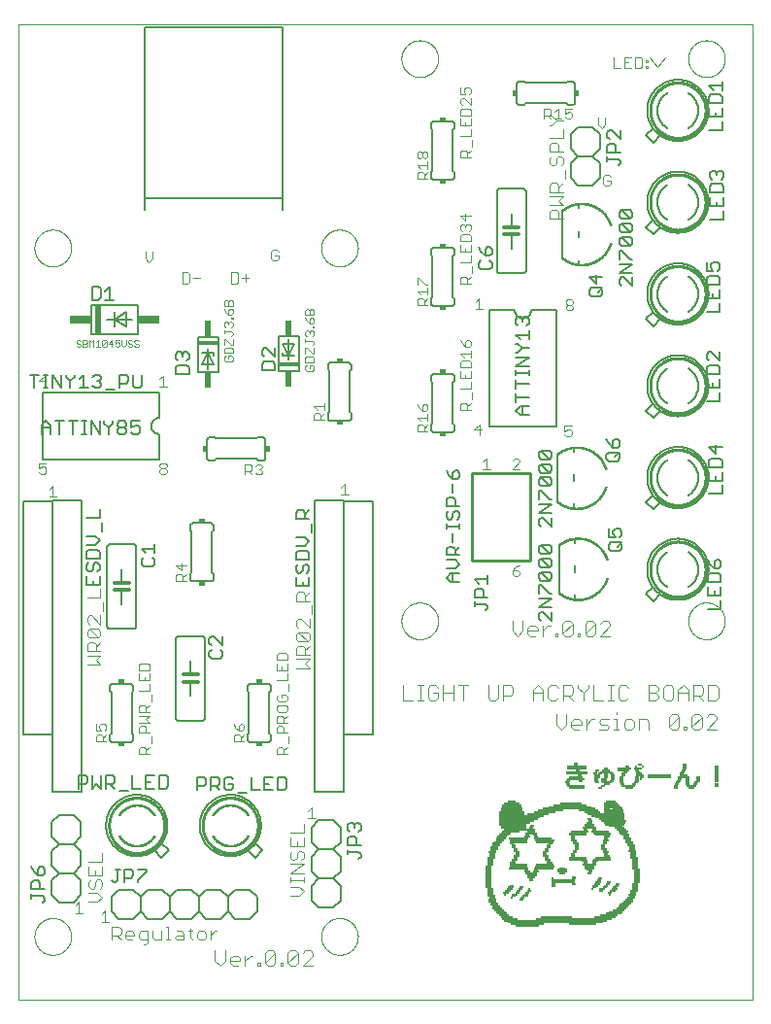
<source format=gto>
G75*
%MOIN*%
%OFA0B0*%
%FSLAX25Y25*%
%IPPOS*%
%LPD*%
%AMOC8*
5,1,8,0,0,1.08239X$1,22.5*
%
%ADD10C,0.00000*%
%ADD11C,0.00400*%
%ADD12R,0.08400X0.00600*%
%ADD13R,0.11400X0.00600*%
%ADD14R,0.09600X0.00600*%
%ADD15R,0.33000X0.00600*%
%ADD16R,0.35400X0.00600*%
%ADD17R,0.05400X0.00600*%
%ADD18R,0.26400X0.00600*%
%ADD19R,0.04200X0.00600*%
%ADD20R,0.10800X0.00600*%
%ADD21R,0.07800X0.00600*%
%ADD22R,0.03600X0.00600*%
%ADD23R,0.06000X0.00600*%
%ADD24R,0.04800X0.00600*%
%ADD25R,0.03000X0.00600*%
%ADD26R,0.01200X0.00600*%
%ADD27R,0.02400X0.00600*%
%ADD28R,0.00600X0.00600*%
%ADD29R,0.01800X0.00600*%
%ADD30R,0.06600X0.00600*%
%ADD31R,0.09000X0.00600*%
%ADD32R,0.12000X0.00600*%
%ADD33R,0.13200X0.00600*%
%ADD34R,0.14400X0.00600*%
%ADD35R,0.10200X0.00600*%
%ADD36R,0.15600X0.00600*%
%ADD37R,0.12600X0.00600*%
%ADD38R,0.07200X0.00600*%
%ADD39R,0.18000X0.00600*%
%ADD40R,0.15000X0.00600*%
%ADD41C,0.00300*%
%ADD42C,0.00600*%
%ADD43R,0.02000X0.10000*%
%ADD44R,0.07500X0.03000*%
%ADD45C,0.00500*%
%ADD46C,0.00200*%
%ADD47R,0.07000X0.01500*%
%ADD48R,0.02000X0.05500*%
%ADD49C,0.01000*%
%ADD50C,0.00060*%
%ADD51C,0.00800*%
%ADD52R,0.02000X0.01500*%
%ADD53R,0.01500X0.02000*%
%ADD54C,0.01200*%
%ADD55C,0.00700*%
D10*
X0001000Y0001000D02*
X0001000Y0335646D01*
X0252969Y0335646D01*
X0252969Y0001000D01*
X0001000Y0001000D01*
X0006512Y0022654D02*
X0006514Y0022812D01*
X0006520Y0022970D01*
X0006530Y0023128D01*
X0006544Y0023286D01*
X0006562Y0023443D01*
X0006583Y0023600D01*
X0006609Y0023756D01*
X0006639Y0023912D01*
X0006672Y0024067D01*
X0006710Y0024220D01*
X0006751Y0024373D01*
X0006796Y0024525D01*
X0006845Y0024676D01*
X0006898Y0024825D01*
X0006954Y0024973D01*
X0007014Y0025119D01*
X0007078Y0025264D01*
X0007146Y0025407D01*
X0007217Y0025549D01*
X0007291Y0025689D01*
X0007369Y0025826D01*
X0007451Y0025962D01*
X0007535Y0026096D01*
X0007624Y0026227D01*
X0007715Y0026356D01*
X0007810Y0026483D01*
X0007907Y0026608D01*
X0008008Y0026730D01*
X0008112Y0026849D01*
X0008219Y0026966D01*
X0008329Y0027080D01*
X0008442Y0027191D01*
X0008557Y0027300D01*
X0008675Y0027405D01*
X0008796Y0027507D01*
X0008919Y0027607D01*
X0009045Y0027703D01*
X0009173Y0027796D01*
X0009303Y0027886D01*
X0009436Y0027972D01*
X0009571Y0028056D01*
X0009707Y0028135D01*
X0009846Y0028212D01*
X0009987Y0028284D01*
X0010129Y0028354D01*
X0010273Y0028419D01*
X0010419Y0028481D01*
X0010566Y0028539D01*
X0010715Y0028594D01*
X0010865Y0028645D01*
X0011016Y0028692D01*
X0011168Y0028735D01*
X0011321Y0028774D01*
X0011476Y0028810D01*
X0011631Y0028841D01*
X0011787Y0028869D01*
X0011943Y0028893D01*
X0012100Y0028913D01*
X0012258Y0028929D01*
X0012415Y0028941D01*
X0012574Y0028949D01*
X0012732Y0028953D01*
X0012890Y0028953D01*
X0013048Y0028949D01*
X0013207Y0028941D01*
X0013364Y0028929D01*
X0013522Y0028913D01*
X0013679Y0028893D01*
X0013835Y0028869D01*
X0013991Y0028841D01*
X0014146Y0028810D01*
X0014301Y0028774D01*
X0014454Y0028735D01*
X0014606Y0028692D01*
X0014757Y0028645D01*
X0014907Y0028594D01*
X0015056Y0028539D01*
X0015203Y0028481D01*
X0015349Y0028419D01*
X0015493Y0028354D01*
X0015635Y0028284D01*
X0015776Y0028212D01*
X0015915Y0028135D01*
X0016051Y0028056D01*
X0016186Y0027972D01*
X0016319Y0027886D01*
X0016449Y0027796D01*
X0016577Y0027703D01*
X0016703Y0027607D01*
X0016826Y0027507D01*
X0016947Y0027405D01*
X0017065Y0027300D01*
X0017180Y0027191D01*
X0017293Y0027080D01*
X0017403Y0026966D01*
X0017510Y0026849D01*
X0017614Y0026730D01*
X0017715Y0026608D01*
X0017812Y0026483D01*
X0017907Y0026356D01*
X0017998Y0026227D01*
X0018087Y0026096D01*
X0018171Y0025962D01*
X0018253Y0025826D01*
X0018331Y0025689D01*
X0018405Y0025549D01*
X0018476Y0025407D01*
X0018544Y0025264D01*
X0018608Y0025119D01*
X0018668Y0024973D01*
X0018724Y0024825D01*
X0018777Y0024676D01*
X0018826Y0024525D01*
X0018871Y0024373D01*
X0018912Y0024220D01*
X0018950Y0024067D01*
X0018983Y0023912D01*
X0019013Y0023756D01*
X0019039Y0023600D01*
X0019060Y0023443D01*
X0019078Y0023286D01*
X0019092Y0023128D01*
X0019102Y0022970D01*
X0019108Y0022812D01*
X0019110Y0022654D01*
X0019108Y0022496D01*
X0019102Y0022338D01*
X0019092Y0022180D01*
X0019078Y0022022D01*
X0019060Y0021865D01*
X0019039Y0021708D01*
X0019013Y0021552D01*
X0018983Y0021396D01*
X0018950Y0021241D01*
X0018912Y0021088D01*
X0018871Y0020935D01*
X0018826Y0020783D01*
X0018777Y0020632D01*
X0018724Y0020483D01*
X0018668Y0020335D01*
X0018608Y0020189D01*
X0018544Y0020044D01*
X0018476Y0019901D01*
X0018405Y0019759D01*
X0018331Y0019619D01*
X0018253Y0019482D01*
X0018171Y0019346D01*
X0018087Y0019212D01*
X0017998Y0019081D01*
X0017907Y0018952D01*
X0017812Y0018825D01*
X0017715Y0018700D01*
X0017614Y0018578D01*
X0017510Y0018459D01*
X0017403Y0018342D01*
X0017293Y0018228D01*
X0017180Y0018117D01*
X0017065Y0018008D01*
X0016947Y0017903D01*
X0016826Y0017801D01*
X0016703Y0017701D01*
X0016577Y0017605D01*
X0016449Y0017512D01*
X0016319Y0017422D01*
X0016186Y0017336D01*
X0016051Y0017252D01*
X0015915Y0017173D01*
X0015776Y0017096D01*
X0015635Y0017024D01*
X0015493Y0016954D01*
X0015349Y0016889D01*
X0015203Y0016827D01*
X0015056Y0016769D01*
X0014907Y0016714D01*
X0014757Y0016663D01*
X0014606Y0016616D01*
X0014454Y0016573D01*
X0014301Y0016534D01*
X0014146Y0016498D01*
X0013991Y0016467D01*
X0013835Y0016439D01*
X0013679Y0016415D01*
X0013522Y0016395D01*
X0013364Y0016379D01*
X0013207Y0016367D01*
X0013048Y0016359D01*
X0012890Y0016355D01*
X0012732Y0016355D01*
X0012574Y0016359D01*
X0012415Y0016367D01*
X0012258Y0016379D01*
X0012100Y0016395D01*
X0011943Y0016415D01*
X0011787Y0016439D01*
X0011631Y0016467D01*
X0011476Y0016498D01*
X0011321Y0016534D01*
X0011168Y0016573D01*
X0011016Y0016616D01*
X0010865Y0016663D01*
X0010715Y0016714D01*
X0010566Y0016769D01*
X0010419Y0016827D01*
X0010273Y0016889D01*
X0010129Y0016954D01*
X0009987Y0017024D01*
X0009846Y0017096D01*
X0009707Y0017173D01*
X0009571Y0017252D01*
X0009436Y0017336D01*
X0009303Y0017422D01*
X0009173Y0017512D01*
X0009045Y0017605D01*
X0008919Y0017701D01*
X0008796Y0017801D01*
X0008675Y0017903D01*
X0008557Y0018008D01*
X0008442Y0018117D01*
X0008329Y0018228D01*
X0008219Y0018342D01*
X0008112Y0018459D01*
X0008008Y0018578D01*
X0007907Y0018700D01*
X0007810Y0018825D01*
X0007715Y0018952D01*
X0007624Y0019081D01*
X0007535Y0019212D01*
X0007451Y0019346D01*
X0007369Y0019482D01*
X0007291Y0019619D01*
X0007217Y0019759D01*
X0007146Y0019901D01*
X0007078Y0020044D01*
X0007014Y0020189D01*
X0006954Y0020335D01*
X0006898Y0020483D01*
X0006845Y0020632D01*
X0006796Y0020783D01*
X0006751Y0020935D01*
X0006710Y0021088D01*
X0006672Y0021241D01*
X0006639Y0021396D01*
X0006609Y0021552D01*
X0006583Y0021708D01*
X0006562Y0021865D01*
X0006544Y0022022D01*
X0006530Y0022180D01*
X0006520Y0022338D01*
X0006514Y0022496D01*
X0006512Y0022654D01*
X0104937Y0022654D02*
X0104939Y0022812D01*
X0104945Y0022970D01*
X0104955Y0023128D01*
X0104969Y0023286D01*
X0104987Y0023443D01*
X0105008Y0023600D01*
X0105034Y0023756D01*
X0105064Y0023912D01*
X0105097Y0024067D01*
X0105135Y0024220D01*
X0105176Y0024373D01*
X0105221Y0024525D01*
X0105270Y0024676D01*
X0105323Y0024825D01*
X0105379Y0024973D01*
X0105439Y0025119D01*
X0105503Y0025264D01*
X0105571Y0025407D01*
X0105642Y0025549D01*
X0105716Y0025689D01*
X0105794Y0025826D01*
X0105876Y0025962D01*
X0105960Y0026096D01*
X0106049Y0026227D01*
X0106140Y0026356D01*
X0106235Y0026483D01*
X0106332Y0026608D01*
X0106433Y0026730D01*
X0106537Y0026849D01*
X0106644Y0026966D01*
X0106754Y0027080D01*
X0106867Y0027191D01*
X0106982Y0027300D01*
X0107100Y0027405D01*
X0107221Y0027507D01*
X0107344Y0027607D01*
X0107470Y0027703D01*
X0107598Y0027796D01*
X0107728Y0027886D01*
X0107861Y0027972D01*
X0107996Y0028056D01*
X0108132Y0028135D01*
X0108271Y0028212D01*
X0108412Y0028284D01*
X0108554Y0028354D01*
X0108698Y0028419D01*
X0108844Y0028481D01*
X0108991Y0028539D01*
X0109140Y0028594D01*
X0109290Y0028645D01*
X0109441Y0028692D01*
X0109593Y0028735D01*
X0109746Y0028774D01*
X0109901Y0028810D01*
X0110056Y0028841D01*
X0110212Y0028869D01*
X0110368Y0028893D01*
X0110525Y0028913D01*
X0110683Y0028929D01*
X0110840Y0028941D01*
X0110999Y0028949D01*
X0111157Y0028953D01*
X0111315Y0028953D01*
X0111473Y0028949D01*
X0111632Y0028941D01*
X0111789Y0028929D01*
X0111947Y0028913D01*
X0112104Y0028893D01*
X0112260Y0028869D01*
X0112416Y0028841D01*
X0112571Y0028810D01*
X0112726Y0028774D01*
X0112879Y0028735D01*
X0113031Y0028692D01*
X0113182Y0028645D01*
X0113332Y0028594D01*
X0113481Y0028539D01*
X0113628Y0028481D01*
X0113774Y0028419D01*
X0113918Y0028354D01*
X0114060Y0028284D01*
X0114201Y0028212D01*
X0114340Y0028135D01*
X0114476Y0028056D01*
X0114611Y0027972D01*
X0114744Y0027886D01*
X0114874Y0027796D01*
X0115002Y0027703D01*
X0115128Y0027607D01*
X0115251Y0027507D01*
X0115372Y0027405D01*
X0115490Y0027300D01*
X0115605Y0027191D01*
X0115718Y0027080D01*
X0115828Y0026966D01*
X0115935Y0026849D01*
X0116039Y0026730D01*
X0116140Y0026608D01*
X0116237Y0026483D01*
X0116332Y0026356D01*
X0116423Y0026227D01*
X0116512Y0026096D01*
X0116596Y0025962D01*
X0116678Y0025826D01*
X0116756Y0025689D01*
X0116830Y0025549D01*
X0116901Y0025407D01*
X0116969Y0025264D01*
X0117033Y0025119D01*
X0117093Y0024973D01*
X0117149Y0024825D01*
X0117202Y0024676D01*
X0117251Y0024525D01*
X0117296Y0024373D01*
X0117337Y0024220D01*
X0117375Y0024067D01*
X0117408Y0023912D01*
X0117438Y0023756D01*
X0117464Y0023600D01*
X0117485Y0023443D01*
X0117503Y0023286D01*
X0117517Y0023128D01*
X0117527Y0022970D01*
X0117533Y0022812D01*
X0117535Y0022654D01*
X0117533Y0022496D01*
X0117527Y0022338D01*
X0117517Y0022180D01*
X0117503Y0022022D01*
X0117485Y0021865D01*
X0117464Y0021708D01*
X0117438Y0021552D01*
X0117408Y0021396D01*
X0117375Y0021241D01*
X0117337Y0021088D01*
X0117296Y0020935D01*
X0117251Y0020783D01*
X0117202Y0020632D01*
X0117149Y0020483D01*
X0117093Y0020335D01*
X0117033Y0020189D01*
X0116969Y0020044D01*
X0116901Y0019901D01*
X0116830Y0019759D01*
X0116756Y0019619D01*
X0116678Y0019482D01*
X0116596Y0019346D01*
X0116512Y0019212D01*
X0116423Y0019081D01*
X0116332Y0018952D01*
X0116237Y0018825D01*
X0116140Y0018700D01*
X0116039Y0018578D01*
X0115935Y0018459D01*
X0115828Y0018342D01*
X0115718Y0018228D01*
X0115605Y0018117D01*
X0115490Y0018008D01*
X0115372Y0017903D01*
X0115251Y0017801D01*
X0115128Y0017701D01*
X0115002Y0017605D01*
X0114874Y0017512D01*
X0114744Y0017422D01*
X0114611Y0017336D01*
X0114476Y0017252D01*
X0114340Y0017173D01*
X0114201Y0017096D01*
X0114060Y0017024D01*
X0113918Y0016954D01*
X0113774Y0016889D01*
X0113628Y0016827D01*
X0113481Y0016769D01*
X0113332Y0016714D01*
X0113182Y0016663D01*
X0113031Y0016616D01*
X0112879Y0016573D01*
X0112726Y0016534D01*
X0112571Y0016498D01*
X0112416Y0016467D01*
X0112260Y0016439D01*
X0112104Y0016415D01*
X0111947Y0016395D01*
X0111789Y0016379D01*
X0111632Y0016367D01*
X0111473Y0016359D01*
X0111315Y0016355D01*
X0111157Y0016355D01*
X0110999Y0016359D01*
X0110840Y0016367D01*
X0110683Y0016379D01*
X0110525Y0016395D01*
X0110368Y0016415D01*
X0110212Y0016439D01*
X0110056Y0016467D01*
X0109901Y0016498D01*
X0109746Y0016534D01*
X0109593Y0016573D01*
X0109441Y0016616D01*
X0109290Y0016663D01*
X0109140Y0016714D01*
X0108991Y0016769D01*
X0108844Y0016827D01*
X0108698Y0016889D01*
X0108554Y0016954D01*
X0108412Y0017024D01*
X0108271Y0017096D01*
X0108132Y0017173D01*
X0107996Y0017252D01*
X0107861Y0017336D01*
X0107728Y0017422D01*
X0107598Y0017512D01*
X0107470Y0017605D01*
X0107344Y0017701D01*
X0107221Y0017801D01*
X0107100Y0017903D01*
X0106982Y0018008D01*
X0106867Y0018117D01*
X0106754Y0018228D01*
X0106644Y0018342D01*
X0106537Y0018459D01*
X0106433Y0018578D01*
X0106332Y0018700D01*
X0106235Y0018825D01*
X0106140Y0018952D01*
X0106049Y0019081D01*
X0105960Y0019212D01*
X0105876Y0019346D01*
X0105794Y0019482D01*
X0105716Y0019619D01*
X0105642Y0019759D01*
X0105571Y0019901D01*
X0105503Y0020044D01*
X0105439Y0020189D01*
X0105379Y0020335D01*
X0105323Y0020483D01*
X0105270Y0020632D01*
X0105221Y0020783D01*
X0105176Y0020935D01*
X0105135Y0021088D01*
X0105097Y0021241D01*
X0105064Y0021396D01*
X0105034Y0021552D01*
X0105008Y0021708D01*
X0104987Y0021865D01*
X0104969Y0022022D01*
X0104955Y0022180D01*
X0104945Y0022338D01*
X0104939Y0022496D01*
X0104937Y0022654D01*
X0132496Y0130921D02*
X0132498Y0131079D01*
X0132504Y0131237D01*
X0132514Y0131395D01*
X0132528Y0131553D01*
X0132546Y0131710D01*
X0132567Y0131867D01*
X0132593Y0132023D01*
X0132623Y0132179D01*
X0132656Y0132334D01*
X0132694Y0132487D01*
X0132735Y0132640D01*
X0132780Y0132792D01*
X0132829Y0132943D01*
X0132882Y0133092D01*
X0132938Y0133240D01*
X0132998Y0133386D01*
X0133062Y0133531D01*
X0133130Y0133674D01*
X0133201Y0133816D01*
X0133275Y0133956D01*
X0133353Y0134093D01*
X0133435Y0134229D01*
X0133519Y0134363D01*
X0133608Y0134494D01*
X0133699Y0134623D01*
X0133794Y0134750D01*
X0133891Y0134875D01*
X0133992Y0134997D01*
X0134096Y0135116D01*
X0134203Y0135233D01*
X0134313Y0135347D01*
X0134426Y0135458D01*
X0134541Y0135567D01*
X0134659Y0135672D01*
X0134780Y0135774D01*
X0134903Y0135874D01*
X0135029Y0135970D01*
X0135157Y0136063D01*
X0135287Y0136153D01*
X0135420Y0136239D01*
X0135555Y0136323D01*
X0135691Y0136402D01*
X0135830Y0136479D01*
X0135971Y0136551D01*
X0136113Y0136621D01*
X0136257Y0136686D01*
X0136403Y0136748D01*
X0136550Y0136806D01*
X0136699Y0136861D01*
X0136849Y0136912D01*
X0137000Y0136959D01*
X0137152Y0137002D01*
X0137305Y0137041D01*
X0137460Y0137077D01*
X0137615Y0137108D01*
X0137771Y0137136D01*
X0137927Y0137160D01*
X0138084Y0137180D01*
X0138242Y0137196D01*
X0138399Y0137208D01*
X0138558Y0137216D01*
X0138716Y0137220D01*
X0138874Y0137220D01*
X0139032Y0137216D01*
X0139191Y0137208D01*
X0139348Y0137196D01*
X0139506Y0137180D01*
X0139663Y0137160D01*
X0139819Y0137136D01*
X0139975Y0137108D01*
X0140130Y0137077D01*
X0140285Y0137041D01*
X0140438Y0137002D01*
X0140590Y0136959D01*
X0140741Y0136912D01*
X0140891Y0136861D01*
X0141040Y0136806D01*
X0141187Y0136748D01*
X0141333Y0136686D01*
X0141477Y0136621D01*
X0141619Y0136551D01*
X0141760Y0136479D01*
X0141899Y0136402D01*
X0142035Y0136323D01*
X0142170Y0136239D01*
X0142303Y0136153D01*
X0142433Y0136063D01*
X0142561Y0135970D01*
X0142687Y0135874D01*
X0142810Y0135774D01*
X0142931Y0135672D01*
X0143049Y0135567D01*
X0143164Y0135458D01*
X0143277Y0135347D01*
X0143387Y0135233D01*
X0143494Y0135116D01*
X0143598Y0134997D01*
X0143699Y0134875D01*
X0143796Y0134750D01*
X0143891Y0134623D01*
X0143982Y0134494D01*
X0144071Y0134363D01*
X0144155Y0134229D01*
X0144237Y0134093D01*
X0144315Y0133956D01*
X0144389Y0133816D01*
X0144460Y0133674D01*
X0144528Y0133531D01*
X0144592Y0133386D01*
X0144652Y0133240D01*
X0144708Y0133092D01*
X0144761Y0132943D01*
X0144810Y0132792D01*
X0144855Y0132640D01*
X0144896Y0132487D01*
X0144934Y0132334D01*
X0144967Y0132179D01*
X0144997Y0132023D01*
X0145023Y0131867D01*
X0145044Y0131710D01*
X0145062Y0131553D01*
X0145076Y0131395D01*
X0145086Y0131237D01*
X0145092Y0131079D01*
X0145094Y0130921D01*
X0145092Y0130763D01*
X0145086Y0130605D01*
X0145076Y0130447D01*
X0145062Y0130289D01*
X0145044Y0130132D01*
X0145023Y0129975D01*
X0144997Y0129819D01*
X0144967Y0129663D01*
X0144934Y0129508D01*
X0144896Y0129355D01*
X0144855Y0129202D01*
X0144810Y0129050D01*
X0144761Y0128899D01*
X0144708Y0128750D01*
X0144652Y0128602D01*
X0144592Y0128456D01*
X0144528Y0128311D01*
X0144460Y0128168D01*
X0144389Y0128026D01*
X0144315Y0127886D01*
X0144237Y0127749D01*
X0144155Y0127613D01*
X0144071Y0127479D01*
X0143982Y0127348D01*
X0143891Y0127219D01*
X0143796Y0127092D01*
X0143699Y0126967D01*
X0143598Y0126845D01*
X0143494Y0126726D01*
X0143387Y0126609D01*
X0143277Y0126495D01*
X0143164Y0126384D01*
X0143049Y0126275D01*
X0142931Y0126170D01*
X0142810Y0126068D01*
X0142687Y0125968D01*
X0142561Y0125872D01*
X0142433Y0125779D01*
X0142303Y0125689D01*
X0142170Y0125603D01*
X0142035Y0125519D01*
X0141899Y0125440D01*
X0141760Y0125363D01*
X0141619Y0125291D01*
X0141477Y0125221D01*
X0141333Y0125156D01*
X0141187Y0125094D01*
X0141040Y0125036D01*
X0140891Y0124981D01*
X0140741Y0124930D01*
X0140590Y0124883D01*
X0140438Y0124840D01*
X0140285Y0124801D01*
X0140130Y0124765D01*
X0139975Y0124734D01*
X0139819Y0124706D01*
X0139663Y0124682D01*
X0139506Y0124662D01*
X0139348Y0124646D01*
X0139191Y0124634D01*
X0139032Y0124626D01*
X0138874Y0124622D01*
X0138716Y0124622D01*
X0138558Y0124626D01*
X0138399Y0124634D01*
X0138242Y0124646D01*
X0138084Y0124662D01*
X0137927Y0124682D01*
X0137771Y0124706D01*
X0137615Y0124734D01*
X0137460Y0124765D01*
X0137305Y0124801D01*
X0137152Y0124840D01*
X0137000Y0124883D01*
X0136849Y0124930D01*
X0136699Y0124981D01*
X0136550Y0125036D01*
X0136403Y0125094D01*
X0136257Y0125156D01*
X0136113Y0125221D01*
X0135971Y0125291D01*
X0135830Y0125363D01*
X0135691Y0125440D01*
X0135555Y0125519D01*
X0135420Y0125603D01*
X0135287Y0125689D01*
X0135157Y0125779D01*
X0135029Y0125872D01*
X0134903Y0125968D01*
X0134780Y0126068D01*
X0134659Y0126170D01*
X0134541Y0126275D01*
X0134426Y0126384D01*
X0134313Y0126495D01*
X0134203Y0126609D01*
X0134096Y0126726D01*
X0133992Y0126845D01*
X0133891Y0126967D01*
X0133794Y0127092D01*
X0133699Y0127219D01*
X0133608Y0127348D01*
X0133519Y0127479D01*
X0133435Y0127613D01*
X0133353Y0127749D01*
X0133275Y0127886D01*
X0133201Y0128026D01*
X0133130Y0128168D01*
X0133062Y0128311D01*
X0132998Y0128456D01*
X0132938Y0128602D01*
X0132882Y0128750D01*
X0132829Y0128899D01*
X0132780Y0129050D01*
X0132735Y0129202D01*
X0132694Y0129355D01*
X0132656Y0129508D01*
X0132623Y0129663D01*
X0132593Y0129819D01*
X0132567Y0129975D01*
X0132546Y0130132D01*
X0132528Y0130289D01*
X0132514Y0130447D01*
X0132504Y0130605D01*
X0132498Y0130763D01*
X0132496Y0130921D01*
X0104937Y0258874D02*
X0104939Y0259032D01*
X0104945Y0259190D01*
X0104955Y0259348D01*
X0104969Y0259506D01*
X0104987Y0259663D01*
X0105008Y0259820D01*
X0105034Y0259976D01*
X0105064Y0260132D01*
X0105097Y0260287D01*
X0105135Y0260440D01*
X0105176Y0260593D01*
X0105221Y0260745D01*
X0105270Y0260896D01*
X0105323Y0261045D01*
X0105379Y0261193D01*
X0105439Y0261339D01*
X0105503Y0261484D01*
X0105571Y0261627D01*
X0105642Y0261769D01*
X0105716Y0261909D01*
X0105794Y0262046D01*
X0105876Y0262182D01*
X0105960Y0262316D01*
X0106049Y0262447D01*
X0106140Y0262576D01*
X0106235Y0262703D01*
X0106332Y0262828D01*
X0106433Y0262950D01*
X0106537Y0263069D01*
X0106644Y0263186D01*
X0106754Y0263300D01*
X0106867Y0263411D01*
X0106982Y0263520D01*
X0107100Y0263625D01*
X0107221Y0263727D01*
X0107344Y0263827D01*
X0107470Y0263923D01*
X0107598Y0264016D01*
X0107728Y0264106D01*
X0107861Y0264192D01*
X0107996Y0264276D01*
X0108132Y0264355D01*
X0108271Y0264432D01*
X0108412Y0264504D01*
X0108554Y0264574D01*
X0108698Y0264639D01*
X0108844Y0264701D01*
X0108991Y0264759D01*
X0109140Y0264814D01*
X0109290Y0264865D01*
X0109441Y0264912D01*
X0109593Y0264955D01*
X0109746Y0264994D01*
X0109901Y0265030D01*
X0110056Y0265061D01*
X0110212Y0265089D01*
X0110368Y0265113D01*
X0110525Y0265133D01*
X0110683Y0265149D01*
X0110840Y0265161D01*
X0110999Y0265169D01*
X0111157Y0265173D01*
X0111315Y0265173D01*
X0111473Y0265169D01*
X0111632Y0265161D01*
X0111789Y0265149D01*
X0111947Y0265133D01*
X0112104Y0265113D01*
X0112260Y0265089D01*
X0112416Y0265061D01*
X0112571Y0265030D01*
X0112726Y0264994D01*
X0112879Y0264955D01*
X0113031Y0264912D01*
X0113182Y0264865D01*
X0113332Y0264814D01*
X0113481Y0264759D01*
X0113628Y0264701D01*
X0113774Y0264639D01*
X0113918Y0264574D01*
X0114060Y0264504D01*
X0114201Y0264432D01*
X0114340Y0264355D01*
X0114476Y0264276D01*
X0114611Y0264192D01*
X0114744Y0264106D01*
X0114874Y0264016D01*
X0115002Y0263923D01*
X0115128Y0263827D01*
X0115251Y0263727D01*
X0115372Y0263625D01*
X0115490Y0263520D01*
X0115605Y0263411D01*
X0115718Y0263300D01*
X0115828Y0263186D01*
X0115935Y0263069D01*
X0116039Y0262950D01*
X0116140Y0262828D01*
X0116237Y0262703D01*
X0116332Y0262576D01*
X0116423Y0262447D01*
X0116512Y0262316D01*
X0116596Y0262182D01*
X0116678Y0262046D01*
X0116756Y0261909D01*
X0116830Y0261769D01*
X0116901Y0261627D01*
X0116969Y0261484D01*
X0117033Y0261339D01*
X0117093Y0261193D01*
X0117149Y0261045D01*
X0117202Y0260896D01*
X0117251Y0260745D01*
X0117296Y0260593D01*
X0117337Y0260440D01*
X0117375Y0260287D01*
X0117408Y0260132D01*
X0117438Y0259976D01*
X0117464Y0259820D01*
X0117485Y0259663D01*
X0117503Y0259506D01*
X0117517Y0259348D01*
X0117527Y0259190D01*
X0117533Y0259032D01*
X0117535Y0258874D01*
X0117533Y0258716D01*
X0117527Y0258558D01*
X0117517Y0258400D01*
X0117503Y0258242D01*
X0117485Y0258085D01*
X0117464Y0257928D01*
X0117438Y0257772D01*
X0117408Y0257616D01*
X0117375Y0257461D01*
X0117337Y0257308D01*
X0117296Y0257155D01*
X0117251Y0257003D01*
X0117202Y0256852D01*
X0117149Y0256703D01*
X0117093Y0256555D01*
X0117033Y0256409D01*
X0116969Y0256264D01*
X0116901Y0256121D01*
X0116830Y0255979D01*
X0116756Y0255839D01*
X0116678Y0255702D01*
X0116596Y0255566D01*
X0116512Y0255432D01*
X0116423Y0255301D01*
X0116332Y0255172D01*
X0116237Y0255045D01*
X0116140Y0254920D01*
X0116039Y0254798D01*
X0115935Y0254679D01*
X0115828Y0254562D01*
X0115718Y0254448D01*
X0115605Y0254337D01*
X0115490Y0254228D01*
X0115372Y0254123D01*
X0115251Y0254021D01*
X0115128Y0253921D01*
X0115002Y0253825D01*
X0114874Y0253732D01*
X0114744Y0253642D01*
X0114611Y0253556D01*
X0114476Y0253472D01*
X0114340Y0253393D01*
X0114201Y0253316D01*
X0114060Y0253244D01*
X0113918Y0253174D01*
X0113774Y0253109D01*
X0113628Y0253047D01*
X0113481Y0252989D01*
X0113332Y0252934D01*
X0113182Y0252883D01*
X0113031Y0252836D01*
X0112879Y0252793D01*
X0112726Y0252754D01*
X0112571Y0252718D01*
X0112416Y0252687D01*
X0112260Y0252659D01*
X0112104Y0252635D01*
X0111947Y0252615D01*
X0111789Y0252599D01*
X0111632Y0252587D01*
X0111473Y0252579D01*
X0111315Y0252575D01*
X0111157Y0252575D01*
X0110999Y0252579D01*
X0110840Y0252587D01*
X0110683Y0252599D01*
X0110525Y0252615D01*
X0110368Y0252635D01*
X0110212Y0252659D01*
X0110056Y0252687D01*
X0109901Y0252718D01*
X0109746Y0252754D01*
X0109593Y0252793D01*
X0109441Y0252836D01*
X0109290Y0252883D01*
X0109140Y0252934D01*
X0108991Y0252989D01*
X0108844Y0253047D01*
X0108698Y0253109D01*
X0108554Y0253174D01*
X0108412Y0253244D01*
X0108271Y0253316D01*
X0108132Y0253393D01*
X0107996Y0253472D01*
X0107861Y0253556D01*
X0107728Y0253642D01*
X0107598Y0253732D01*
X0107470Y0253825D01*
X0107344Y0253921D01*
X0107221Y0254021D01*
X0107100Y0254123D01*
X0106982Y0254228D01*
X0106867Y0254337D01*
X0106754Y0254448D01*
X0106644Y0254562D01*
X0106537Y0254679D01*
X0106433Y0254798D01*
X0106332Y0254920D01*
X0106235Y0255045D01*
X0106140Y0255172D01*
X0106049Y0255301D01*
X0105960Y0255432D01*
X0105876Y0255566D01*
X0105794Y0255702D01*
X0105716Y0255839D01*
X0105642Y0255979D01*
X0105571Y0256121D01*
X0105503Y0256264D01*
X0105439Y0256409D01*
X0105379Y0256555D01*
X0105323Y0256703D01*
X0105270Y0256852D01*
X0105221Y0257003D01*
X0105176Y0257155D01*
X0105135Y0257308D01*
X0105097Y0257461D01*
X0105064Y0257616D01*
X0105034Y0257772D01*
X0105008Y0257928D01*
X0104987Y0258085D01*
X0104969Y0258242D01*
X0104955Y0258400D01*
X0104945Y0258558D01*
X0104939Y0258716D01*
X0104937Y0258874D01*
X0132496Y0323835D02*
X0132498Y0323993D01*
X0132504Y0324151D01*
X0132514Y0324309D01*
X0132528Y0324467D01*
X0132546Y0324624D01*
X0132567Y0324781D01*
X0132593Y0324937D01*
X0132623Y0325093D01*
X0132656Y0325248D01*
X0132694Y0325401D01*
X0132735Y0325554D01*
X0132780Y0325706D01*
X0132829Y0325857D01*
X0132882Y0326006D01*
X0132938Y0326154D01*
X0132998Y0326300D01*
X0133062Y0326445D01*
X0133130Y0326588D01*
X0133201Y0326730D01*
X0133275Y0326870D01*
X0133353Y0327007D01*
X0133435Y0327143D01*
X0133519Y0327277D01*
X0133608Y0327408D01*
X0133699Y0327537D01*
X0133794Y0327664D01*
X0133891Y0327789D01*
X0133992Y0327911D01*
X0134096Y0328030D01*
X0134203Y0328147D01*
X0134313Y0328261D01*
X0134426Y0328372D01*
X0134541Y0328481D01*
X0134659Y0328586D01*
X0134780Y0328688D01*
X0134903Y0328788D01*
X0135029Y0328884D01*
X0135157Y0328977D01*
X0135287Y0329067D01*
X0135420Y0329153D01*
X0135555Y0329237D01*
X0135691Y0329316D01*
X0135830Y0329393D01*
X0135971Y0329465D01*
X0136113Y0329535D01*
X0136257Y0329600D01*
X0136403Y0329662D01*
X0136550Y0329720D01*
X0136699Y0329775D01*
X0136849Y0329826D01*
X0137000Y0329873D01*
X0137152Y0329916D01*
X0137305Y0329955D01*
X0137460Y0329991D01*
X0137615Y0330022D01*
X0137771Y0330050D01*
X0137927Y0330074D01*
X0138084Y0330094D01*
X0138242Y0330110D01*
X0138399Y0330122D01*
X0138558Y0330130D01*
X0138716Y0330134D01*
X0138874Y0330134D01*
X0139032Y0330130D01*
X0139191Y0330122D01*
X0139348Y0330110D01*
X0139506Y0330094D01*
X0139663Y0330074D01*
X0139819Y0330050D01*
X0139975Y0330022D01*
X0140130Y0329991D01*
X0140285Y0329955D01*
X0140438Y0329916D01*
X0140590Y0329873D01*
X0140741Y0329826D01*
X0140891Y0329775D01*
X0141040Y0329720D01*
X0141187Y0329662D01*
X0141333Y0329600D01*
X0141477Y0329535D01*
X0141619Y0329465D01*
X0141760Y0329393D01*
X0141899Y0329316D01*
X0142035Y0329237D01*
X0142170Y0329153D01*
X0142303Y0329067D01*
X0142433Y0328977D01*
X0142561Y0328884D01*
X0142687Y0328788D01*
X0142810Y0328688D01*
X0142931Y0328586D01*
X0143049Y0328481D01*
X0143164Y0328372D01*
X0143277Y0328261D01*
X0143387Y0328147D01*
X0143494Y0328030D01*
X0143598Y0327911D01*
X0143699Y0327789D01*
X0143796Y0327664D01*
X0143891Y0327537D01*
X0143982Y0327408D01*
X0144071Y0327277D01*
X0144155Y0327143D01*
X0144237Y0327007D01*
X0144315Y0326870D01*
X0144389Y0326730D01*
X0144460Y0326588D01*
X0144528Y0326445D01*
X0144592Y0326300D01*
X0144652Y0326154D01*
X0144708Y0326006D01*
X0144761Y0325857D01*
X0144810Y0325706D01*
X0144855Y0325554D01*
X0144896Y0325401D01*
X0144934Y0325248D01*
X0144967Y0325093D01*
X0144997Y0324937D01*
X0145023Y0324781D01*
X0145044Y0324624D01*
X0145062Y0324467D01*
X0145076Y0324309D01*
X0145086Y0324151D01*
X0145092Y0323993D01*
X0145094Y0323835D01*
X0145092Y0323677D01*
X0145086Y0323519D01*
X0145076Y0323361D01*
X0145062Y0323203D01*
X0145044Y0323046D01*
X0145023Y0322889D01*
X0144997Y0322733D01*
X0144967Y0322577D01*
X0144934Y0322422D01*
X0144896Y0322269D01*
X0144855Y0322116D01*
X0144810Y0321964D01*
X0144761Y0321813D01*
X0144708Y0321664D01*
X0144652Y0321516D01*
X0144592Y0321370D01*
X0144528Y0321225D01*
X0144460Y0321082D01*
X0144389Y0320940D01*
X0144315Y0320800D01*
X0144237Y0320663D01*
X0144155Y0320527D01*
X0144071Y0320393D01*
X0143982Y0320262D01*
X0143891Y0320133D01*
X0143796Y0320006D01*
X0143699Y0319881D01*
X0143598Y0319759D01*
X0143494Y0319640D01*
X0143387Y0319523D01*
X0143277Y0319409D01*
X0143164Y0319298D01*
X0143049Y0319189D01*
X0142931Y0319084D01*
X0142810Y0318982D01*
X0142687Y0318882D01*
X0142561Y0318786D01*
X0142433Y0318693D01*
X0142303Y0318603D01*
X0142170Y0318517D01*
X0142035Y0318433D01*
X0141899Y0318354D01*
X0141760Y0318277D01*
X0141619Y0318205D01*
X0141477Y0318135D01*
X0141333Y0318070D01*
X0141187Y0318008D01*
X0141040Y0317950D01*
X0140891Y0317895D01*
X0140741Y0317844D01*
X0140590Y0317797D01*
X0140438Y0317754D01*
X0140285Y0317715D01*
X0140130Y0317679D01*
X0139975Y0317648D01*
X0139819Y0317620D01*
X0139663Y0317596D01*
X0139506Y0317576D01*
X0139348Y0317560D01*
X0139191Y0317548D01*
X0139032Y0317540D01*
X0138874Y0317536D01*
X0138716Y0317536D01*
X0138558Y0317540D01*
X0138399Y0317548D01*
X0138242Y0317560D01*
X0138084Y0317576D01*
X0137927Y0317596D01*
X0137771Y0317620D01*
X0137615Y0317648D01*
X0137460Y0317679D01*
X0137305Y0317715D01*
X0137152Y0317754D01*
X0137000Y0317797D01*
X0136849Y0317844D01*
X0136699Y0317895D01*
X0136550Y0317950D01*
X0136403Y0318008D01*
X0136257Y0318070D01*
X0136113Y0318135D01*
X0135971Y0318205D01*
X0135830Y0318277D01*
X0135691Y0318354D01*
X0135555Y0318433D01*
X0135420Y0318517D01*
X0135287Y0318603D01*
X0135157Y0318693D01*
X0135029Y0318786D01*
X0134903Y0318882D01*
X0134780Y0318982D01*
X0134659Y0319084D01*
X0134541Y0319189D01*
X0134426Y0319298D01*
X0134313Y0319409D01*
X0134203Y0319523D01*
X0134096Y0319640D01*
X0133992Y0319759D01*
X0133891Y0319881D01*
X0133794Y0320006D01*
X0133699Y0320133D01*
X0133608Y0320262D01*
X0133519Y0320393D01*
X0133435Y0320527D01*
X0133353Y0320663D01*
X0133275Y0320800D01*
X0133201Y0320940D01*
X0133130Y0321082D01*
X0133062Y0321225D01*
X0132998Y0321370D01*
X0132938Y0321516D01*
X0132882Y0321664D01*
X0132829Y0321813D01*
X0132780Y0321964D01*
X0132735Y0322116D01*
X0132694Y0322269D01*
X0132656Y0322422D01*
X0132623Y0322577D01*
X0132593Y0322733D01*
X0132567Y0322889D01*
X0132546Y0323046D01*
X0132528Y0323203D01*
X0132514Y0323361D01*
X0132504Y0323519D01*
X0132498Y0323677D01*
X0132496Y0323835D01*
X0230921Y0323835D02*
X0230923Y0323993D01*
X0230929Y0324151D01*
X0230939Y0324309D01*
X0230953Y0324467D01*
X0230971Y0324624D01*
X0230992Y0324781D01*
X0231018Y0324937D01*
X0231048Y0325093D01*
X0231081Y0325248D01*
X0231119Y0325401D01*
X0231160Y0325554D01*
X0231205Y0325706D01*
X0231254Y0325857D01*
X0231307Y0326006D01*
X0231363Y0326154D01*
X0231423Y0326300D01*
X0231487Y0326445D01*
X0231555Y0326588D01*
X0231626Y0326730D01*
X0231700Y0326870D01*
X0231778Y0327007D01*
X0231860Y0327143D01*
X0231944Y0327277D01*
X0232033Y0327408D01*
X0232124Y0327537D01*
X0232219Y0327664D01*
X0232316Y0327789D01*
X0232417Y0327911D01*
X0232521Y0328030D01*
X0232628Y0328147D01*
X0232738Y0328261D01*
X0232851Y0328372D01*
X0232966Y0328481D01*
X0233084Y0328586D01*
X0233205Y0328688D01*
X0233328Y0328788D01*
X0233454Y0328884D01*
X0233582Y0328977D01*
X0233712Y0329067D01*
X0233845Y0329153D01*
X0233980Y0329237D01*
X0234116Y0329316D01*
X0234255Y0329393D01*
X0234396Y0329465D01*
X0234538Y0329535D01*
X0234682Y0329600D01*
X0234828Y0329662D01*
X0234975Y0329720D01*
X0235124Y0329775D01*
X0235274Y0329826D01*
X0235425Y0329873D01*
X0235577Y0329916D01*
X0235730Y0329955D01*
X0235885Y0329991D01*
X0236040Y0330022D01*
X0236196Y0330050D01*
X0236352Y0330074D01*
X0236509Y0330094D01*
X0236667Y0330110D01*
X0236824Y0330122D01*
X0236983Y0330130D01*
X0237141Y0330134D01*
X0237299Y0330134D01*
X0237457Y0330130D01*
X0237616Y0330122D01*
X0237773Y0330110D01*
X0237931Y0330094D01*
X0238088Y0330074D01*
X0238244Y0330050D01*
X0238400Y0330022D01*
X0238555Y0329991D01*
X0238710Y0329955D01*
X0238863Y0329916D01*
X0239015Y0329873D01*
X0239166Y0329826D01*
X0239316Y0329775D01*
X0239465Y0329720D01*
X0239612Y0329662D01*
X0239758Y0329600D01*
X0239902Y0329535D01*
X0240044Y0329465D01*
X0240185Y0329393D01*
X0240324Y0329316D01*
X0240460Y0329237D01*
X0240595Y0329153D01*
X0240728Y0329067D01*
X0240858Y0328977D01*
X0240986Y0328884D01*
X0241112Y0328788D01*
X0241235Y0328688D01*
X0241356Y0328586D01*
X0241474Y0328481D01*
X0241589Y0328372D01*
X0241702Y0328261D01*
X0241812Y0328147D01*
X0241919Y0328030D01*
X0242023Y0327911D01*
X0242124Y0327789D01*
X0242221Y0327664D01*
X0242316Y0327537D01*
X0242407Y0327408D01*
X0242496Y0327277D01*
X0242580Y0327143D01*
X0242662Y0327007D01*
X0242740Y0326870D01*
X0242814Y0326730D01*
X0242885Y0326588D01*
X0242953Y0326445D01*
X0243017Y0326300D01*
X0243077Y0326154D01*
X0243133Y0326006D01*
X0243186Y0325857D01*
X0243235Y0325706D01*
X0243280Y0325554D01*
X0243321Y0325401D01*
X0243359Y0325248D01*
X0243392Y0325093D01*
X0243422Y0324937D01*
X0243448Y0324781D01*
X0243469Y0324624D01*
X0243487Y0324467D01*
X0243501Y0324309D01*
X0243511Y0324151D01*
X0243517Y0323993D01*
X0243519Y0323835D01*
X0243517Y0323677D01*
X0243511Y0323519D01*
X0243501Y0323361D01*
X0243487Y0323203D01*
X0243469Y0323046D01*
X0243448Y0322889D01*
X0243422Y0322733D01*
X0243392Y0322577D01*
X0243359Y0322422D01*
X0243321Y0322269D01*
X0243280Y0322116D01*
X0243235Y0321964D01*
X0243186Y0321813D01*
X0243133Y0321664D01*
X0243077Y0321516D01*
X0243017Y0321370D01*
X0242953Y0321225D01*
X0242885Y0321082D01*
X0242814Y0320940D01*
X0242740Y0320800D01*
X0242662Y0320663D01*
X0242580Y0320527D01*
X0242496Y0320393D01*
X0242407Y0320262D01*
X0242316Y0320133D01*
X0242221Y0320006D01*
X0242124Y0319881D01*
X0242023Y0319759D01*
X0241919Y0319640D01*
X0241812Y0319523D01*
X0241702Y0319409D01*
X0241589Y0319298D01*
X0241474Y0319189D01*
X0241356Y0319084D01*
X0241235Y0318982D01*
X0241112Y0318882D01*
X0240986Y0318786D01*
X0240858Y0318693D01*
X0240728Y0318603D01*
X0240595Y0318517D01*
X0240460Y0318433D01*
X0240324Y0318354D01*
X0240185Y0318277D01*
X0240044Y0318205D01*
X0239902Y0318135D01*
X0239758Y0318070D01*
X0239612Y0318008D01*
X0239465Y0317950D01*
X0239316Y0317895D01*
X0239166Y0317844D01*
X0239015Y0317797D01*
X0238863Y0317754D01*
X0238710Y0317715D01*
X0238555Y0317679D01*
X0238400Y0317648D01*
X0238244Y0317620D01*
X0238088Y0317596D01*
X0237931Y0317576D01*
X0237773Y0317560D01*
X0237616Y0317548D01*
X0237457Y0317540D01*
X0237299Y0317536D01*
X0237141Y0317536D01*
X0236983Y0317540D01*
X0236824Y0317548D01*
X0236667Y0317560D01*
X0236509Y0317576D01*
X0236352Y0317596D01*
X0236196Y0317620D01*
X0236040Y0317648D01*
X0235885Y0317679D01*
X0235730Y0317715D01*
X0235577Y0317754D01*
X0235425Y0317797D01*
X0235274Y0317844D01*
X0235124Y0317895D01*
X0234975Y0317950D01*
X0234828Y0318008D01*
X0234682Y0318070D01*
X0234538Y0318135D01*
X0234396Y0318205D01*
X0234255Y0318277D01*
X0234116Y0318354D01*
X0233980Y0318433D01*
X0233845Y0318517D01*
X0233712Y0318603D01*
X0233582Y0318693D01*
X0233454Y0318786D01*
X0233328Y0318882D01*
X0233205Y0318982D01*
X0233084Y0319084D01*
X0232966Y0319189D01*
X0232851Y0319298D01*
X0232738Y0319409D01*
X0232628Y0319523D01*
X0232521Y0319640D01*
X0232417Y0319759D01*
X0232316Y0319881D01*
X0232219Y0320006D01*
X0232124Y0320133D01*
X0232033Y0320262D01*
X0231944Y0320393D01*
X0231860Y0320527D01*
X0231778Y0320663D01*
X0231700Y0320800D01*
X0231626Y0320940D01*
X0231555Y0321082D01*
X0231487Y0321225D01*
X0231423Y0321370D01*
X0231363Y0321516D01*
X0231307Y0321664D01*
X0231254Y0321813D01*
X0231205Y0321964D01*
X0231160Y0322116D01*
X0231119Y0322269D01*
X0231081Y0322422D01*
X0231048Y0322577D01*
X0231018Y0322733D01*
X0230992Y0322889D01*
X0230971Y0323046D01*
X0230953Y0323203D01*
X0230939Y0323361D01*
X0230929Y0323519D01*
X0230923Y0323677D01*
X0230921Y0323835D01*
X0230921Y0130921D02*
X0230923Y0131079D01*
X0230929Y0131237D01*
X0230939Y0131395D01*
X0230953Y0131553D01*
X0230971Y0131710D01*
X0230992Y0131867D01*
X0231018Y0132023D01*
X0231048Y0132179D01*
X0231081Y0132334D01*
X0231119Y0132487D01*
X0231160Y0132640D01*
X0231205Y0132792D01*
X0231254Y0132943D01*
X0231307Y0133092D01*
X0231363Y0133240D01*
X0231423Y0133386D01*
X0231487Y0133531D01*
X0231555Y0133674D01*
X0231626Y0133816D01*
X0231700Y0133956D01*
X0231778Y0134093D01*
X0231860Y0134229D01*
X0231944Y0134363D01*
X0232033Y0134494D01*
X0232124Y0134623D01*
X0232219Y0134750D01*
X0232316Y0134875D01*
X0232417Y0134997D01*
X0232521Y0135116D01*
X0232628Y0135233D01*
X0232738Y0135347D01*
X0232851Y0135458D01*
X0232966Y0135567D01*
X0233084Y0135672D01*
X0233205Y0135774D01*
X0233328Y0135874D01*
X0233454Y0135970D01*
X0233582Y0136063D01*
X0233712Y0136153D01*
X0233845Y0136239D01*
X0233980Y0136323D01*
X0234116Y0136402D01*
X0234255Y0136479D01*
X0234396Y0136551D01*
X0234538Y0136621D01*
X0234682Y0136686D01*
X0234828Y0136748D01*
X0234975Y0136806D01*
X0235124Y0136861D01*
X0235274Y0136912D01*
X0235425Y0136959D01*
X0235577Y0137002D01*
X0235730Y0137041D01*
X0235885Y0137077D01*
X0236040Y0137108D01*
X0236196Y0137136D01*
X0236352Y0137160D01*
X0236509Y0137180D01*
X0236667Y0137196D01*
X0236824Y0137208D01*
X0236983Y0137216D01*
X0237141Y0137220D01*
X0237299Y0137220D01*
X0237457Y0137216D01*
X0237616Y0137208D01*
X0237773Y0137196D01*
X0237931Y0137180D01*
X0238088Y0137160D01*
X0238244Y0137136D01*
X0238400Y0137108D01*
X0238555Y0137077D01*
X0238710Y0137041D01*
X0238863Y0137002D01*
X0239015Y0136959D01*
X0239166Y0136912D01*
X0239316Y0136861D01*
X0239465Y0136806D01*
X0239612Y0136748D01*
X0239758Y0136686D01*
X0239902Y0136621D01*
X0240044Y0136551D01*
X0240185Y0136479D01*
X0240324Y0136402D01*
X0240460Y0136323D01*
X0240595Y0136239D01*
X0240728Y0136153D01*
X0240858Y0136063D01*
X0240986Y0135970D01*
X0241112Y0135874D01*
X0241235Y0135774D01*
X0241356Y0135672D01*
X0241474Y0135567D01*
X0241589Y0135458D01*
X0241702Y0135347D01*
X0241812Y0135233D01*
X0241919Y0135116D01*
X0242023Y0134997D01*
X0242124Y0134875D01*
X0242221Y0134750D01*
X0242316Y0134623D01*
X0242407Y0134494D01*
X0242496Y0134363D01*
X0242580Y0134229D01*
X0242662Y0134093D01*
X0242740Y0133956D01*
X0242814Y0133816D01*
X0242885Y0133674D01*
X0242953Y0133531D01*
X0243017Y0133386D01*
X0243077Y0133240D01*
X0243133Y0133092D01*
X0243186Y0132943D01*
X0243235Y0132792D01*
X0243280Y0132640D01*
X0243321Y0132487D01*
X0243359Y0132334D01*
X0243392Y0132179D01*
X0243422Y0132023D01*
X0243448Y0131867D01*
X0243469Y0131710D01*
X0243487Y0131553D01*
X0243501Y0131395D01*
X0243511Y0131237D01*
X0243517Y0131079D01*
X0243519Y0130921D01*
X0243517Y0130763D01*
X0243511Y0130605D01*
X0243501Y0130447D01*
X0243487Y0130289D01*
X0243469Y0130132D01*
X0243448Y0129975D01*
X0243422Y0129819D01*
X0243392Y0129663D01*
X0243359Y0129508D01*
X0243321Y0129355D01*
X0243280Y0129202D01*
X0243235Y0129050D01*
X0243186Y0128899D01*
X0243133Y0128750D01*
X0243077Y0128602D01*
X0243017Y0128456D01*
X0242953Y0128311D01*
X0242885Y0128168D01*
X0242814Y0128026D01*
X0242740Y0127886D01*
X0242662Y0127749D01*
X0242580Y0127613D01*
X0242496Y0127479D01*
X0242407Y0127348D01*
X0242316Y0127219D01*
X0242221Y0127092D01*
X0242124Y0126967D01*
X0242023Y0126845D01*
X0241919Y0126726D01*
X0241812Y0126609D01*
X0241702Y0126495D01*
X0241589Y0126384D01*
X0241474Y0126275D01*
X0241356Y0126170D01*
X0241235Y0126068D01*
X0241112Y0125968D01*
X0240986Y0125872D01*
X0240858Y0125779D01*
X0240728Y0125689D01*
X0240595Y0125603D01*
X0240460Y0125519D01*
X0240324Y0125440D01*
X0240185Y0125363D01*
X0240044Y0125291D01*
X0239902Y0125221D01*
X0239758Y0125156D01*
X0239612Y0125094D01*
X0239465Y0125036D01*
X0239316Y0124981D01*
X0239166Y0124930D01*
X0239015Y0124883D01*
X0238863Y0124840D01*
X0238710Y0124801D01*
X0238555Y0124765D01*
X0238400Y0124734D01*
X0238244Y0124706D01*
X0238088Y0124682D01*
X0237931Y0124662D01*
X0237773Y0124646D01*
X0237616Y0124634D01*
X0237457Y0124626D01*
X0237299Y0124622D01*
X0237141Y0124622D01*
X0236983Y0124626D01*
X0236824Y0124634D01*
X0236667Y0124646D01*
X0236509Y0124662D01*
X0236352Y0124682D01*
X0236196Y0124706D01*
X0236040Y0124734D01*
X0235885Y0124765D01*
X0235730Y0124801D01*
X0235577Y0124840D01*
X0235425Y0124883D01*
X0235274Y0124930D01*
X0235124Y0124981D01*
X0234975Y0125036D01*
X0234828Y0125094D01*
X0234682Y0125156D01*
X0234538Y0125221D01*
X0234396Y0125291D01*
X0234255Y0125363D01*
X0234116Y0125440D01*
X0233980Y0125519D01*
X0233845Y0125603D01*
X0233712Y0125689D01*
X0233582Y0125779D01*
X0233454Y0125872D01*
X0233328Y0125968D01*
X0233205Y0126068D01*
X0233084Y0126170D01*
X0232966Y0126275D01*
X0232851Y0126384D01*
X0232738Y0126495D01*
X0232628Y0126609D01*
X0232521Y0126726D01*
X0232417Y0126845D01*
X0232316Y0126967D01*
X0232219Y0127092D01*
X0232124Y0127219D01*
X0232033Y0127348D01*
X0231944Y0127479D01*
X0231860Y0127613D01*
X0231778Y0127749D01*
X0231700Y0127886D01*
X0231626Y0128026D01*
X0231555Y0128168D01*
X0231487Y0128311D01*
X0231423Y0128456D01*
X0231363Y0128602D01*
X0231307Y0128750D01*
X0231254Y0128899D01*
X0231205Y0129050D01*
X0231160Y0129202D01*
X0231119Y0129355D01*
X0231081Y0129508D01*
X0231048Y0129663D01*
X0231018Y0129819D01*
X0230992Y0129975D01*
X0230971Y0130132D01*
X0230953Y0130289D01*
X0230939Y0130447D01*
X0230929Y0130605D01*
X0230923Y0130763D01*
X0230921Y0130921D01*
X0006512Y0258874D02*
X0006514Y0259032D01*
X0006520Y0259190D01*
X0006530Y0259348D01*
X0006544Y0259506D01*
X0006562Y0259663D01*
X0006583Y0259820D01*
X0006609Y0259976D01*
X0006639Y0260132D01*
X0006672Y0260287D01*
X0006710Y0260440D01*
X0006751Y0260593D01*
X0006796Y0260745D01*
X0006845Y0260896D01*
X0006898Y0261045D01*
X0006954Y0261193D01*
X0007014Y0261339D01*
X0007078Y0261484D01*
X0007146Y0261627D01*
X0007217Y0261769D01*
X0007291Y0261909D01*
X0007369Y0262046D01*
X0007451Y0262182D01*
X0007535Y0262316D01*
X0007624Y0262447D01*
X0007715Y0262576D01*
X0007810Y0262703D01*
X0007907Y0262828D01*
X0008008Y0262950D01*
X0008112Y0263069D01*
X0008219Y0263186D01*
X0008329Y0263300D01*
X0008442Y0263411D01*
X0008557Y0263520D01*
X0008675Y0263625D01*
X0008796Y0263727D01*
X0008919Y0263827D01*
X0009045Y0263923D01*
X0009173Y0264016D01*
X0009303Y0264106D01*
X0009436Y0264192D01*
X0009571Y0264276D01*
X0009707Y0264355D01*
X0009846Y0264432D01*
X0009987Y0264504D01*
X0010129Y0264574D01*
X0010273Y0264639D01*
X0010419Y0264701D01*
X0010566Y0264759D01*
X0010715Y0264814D01*
X0010865Y0264865D01*
X0011016Y0264912D01*
X0011168Y0264955D01*
X0011321Y0264994D01*
X0011476Y0265030D01*
X0011631Y0265061D01*
X0011787Y0265089D01*
X0011943Y0265113D01*
X0012100Y0265133D01*
X0012258Y0265149D01*
X0012415Y0265161D01*
X0012574Y0265169D01*
X0012732Y0265173D01*
X0012890Y0265173D01*
X0013048Y0265169D01*
X0013207Y0265161D01*
X0013364Y0265149D01*
X0013522Y0265133D01*
X0013679Y0265113D01*
X0013835Y0265089D01*
X0013991Y0265061D01*
X0014146Y0265030D01*
X0014301Y0264994D01*
X0014454Y0264955D01*
X0014606Y0264912D01*
X0014757Y0264865D01*
X0014907Y0264814D01*
X0015056Y0264759D01*
X0015203Y0264701D01*
X0015349Y0264639D01*
X0015493Y0264574D01*
X0015635Y0264504D01*
X0015776Y0264432D01*
X0015915Y0264355D01*
X0016051Y0264276D01*
X0016186Y0264192D01*
X0016319Y0264106D01*
X0016449Y0264016D01*
X0016577Y0263923D01*
X0016703Y0263827D01*
X0016826Y0263727D01*
X0016947Y0263625D01*
X0017065Y0263520D01*
X0017180Y0263411D01*
X0017293Y0263300D01*
X0017403Y0263186D01*
X0017510Y0263069D01*
X0017614Y0262950D01*
X0017715Y0262828D01*
X0017812Y0262703D01*
X0017907Y0262576D01*
X0017998Y0262447D01*
X0018087Y0262316D01*
X0018171Y0262182D01*
X0018253Y0262046D01*
X0018331Y0261909D01*
X0018405Y0261769D01*
X0018476Y0261627D01*
X0018544Y0261484D01*
X0018608Y0261339D01*
X0018668Y0261193D01*
X0018724Y0261045D01*
X0018777Y0260896D01*
X0018826Y0260745D01*
X0018871Y0260593D01*
X0018912Y0260440D01*
X0018950Y0260287D01*
X0018983Y0260132D01*
X0019013Y0259976D01*
X0019039Y0259820D01*
X0019060Y0259663D01*
X0019078Y0259506D01*
X0019092Y0259348D01*
X0019102Y0259190D01*
X0019108Y0259032D01*
X0019110Y0258874D01*
X0019108Y0258716D01*
X0019102Y0258558D01*
X0019092Y0258400D01*
X0019078Y0258242D01*
X0019060Y0258085D01*
X0019039Y0257928D01*
X0019013Y0257772D01*
X0018983Y0257616D01*
X0018950Y0257461D01*
X0018912Y0257308D01*
X0018871Y0257155D01*
X0018826Y0257003D01*
X0018777Y0256852D01*
X0018724Y0256703D01*
X0018668Y0256555D01*
X0018608Y0256409D01*
X0018544Y0256264D01*
X0018476Y0256121D01*
X0018405Y0255979D01*
X0018331Y0255839D01*
X0018253Y0255702D01*
X0018171Y0255566D01*
X0018087Y0255432D01*
X0017998Y0255301D01*
X0017907Y0255172D01*
X0017812Y0255045D01*
X0017715Y0254920D01*
X0017614Y0254798D01*
X0017510Y0254679D01*
X0017403Y0254562D01*
X0017293Y0254448D01*
X0017180Y0254337D01*
X0017065Y0254228D01*
X0016947Y0254123D01*
X0016826Y0254021D01*
X0016703Y0253921D01*
X0016577Y0253825D01*
X0016449Y0253732D01*
X0016319Y0253642D01*
X0016186Y0253556D01*
X0016051Y0253472D01*
X0015915Y0253393D01*
X0015776Y0253316D01*
X0015635Y0253244D01*
X0015493Y0253174D01*
X0015349Y0253109D01*
X0015203Y0253047D01*
X0015056Y0252989D01*
X0014907Y0252934D01*
X0014757Y0252883D01*
X0014606Y0252836D01*
X0014454Y0252793D01*
X0014301Y0252754D01*
X0014146Y0252718D01*
X0013991Y0252687D01*
X0013835Y0252659D01*
X0013679Y0252635D01*
X0013522Y0252615D01*
X0013364Y0252599D01*
X0013207Y0252587D01*
X0013048Y0252579D01*
X0012890Y0252575D01*
X0012732Y0252575D01*
X0012574Y0252579D01*
X0012415Y0252587D01*
X0012258Y0252599D01*
X0012100Y0252615D01*
X0011943Y0252635D01*
X0011787Y0252659D01*
X0011631Y0252687D01*
X0011476Y0252718D01*
X0011321Y0252754D01*
X0011168Y0252793D01*
X0011016Y0252836D01*
X0010865Y0252883D01*
X0010715Y0252934D01*
X0010566Y0252989D01*
X0010419Y0253047D01*
X0010273Y0253109D01*
X0010129Y0253174D01*
X0009987Y0253244D01*
X0009846Y0253316D01*
X0009707Y0253393D01*
X0009571Y0253472D01*
X0009436Y0253556D01*
X0009303Y0253642D01*
X0009173Y0253732D01*
X0009045Y0253825D01*
X0008919Y0253921D01*
X0008796Y0254021D01*
X0008675Y0254123D01*
X0008557Y0254228D01*
X0008442Y0254337D01*
X0008329Y0254448D01*
X0008219Y0254562D01*
X0008112Y0254679D01*
X0008008Y0254798D01*
X0007907Y0254920D01*
X0007810Y0255045D01*
X0007715Y0255172D01*
X0007624Y0255301D01*
X0007535Y0255432D01*
X0007451Y0255566D01*
X0007369Y0255702D01*
X0007291Y0255839D01*
X0007217Y0255979D01*
X0007146Y0256121D01*
X0007078Y0256264D01*
X0007014Y0256409D01*
X0006954Y0256555D01*
X0006898Y0256703D01*
X0006845Y0256852D01*
X0006796Y0257003D01*
X0006751Y0257155D01*
X0006710Y0257308D01*
X0006672Y0257461D01*
X0006639Y0257616D01*
X0006609Y0257772D01*
X0006583Y0257928D01*
X0006562Y0258085D01*
X0006544Y0258242D01*
X0006530Y0258400D01*
X0006520Y0258558D01*
X0006514Y0258716D01*
X0006512Y0258874D01*
D11*
X0078821Y0184679D02*
X0078821Y0181176D01*
X0078821Y0182344D02*
X0080573Y0182344D01*
X0081156Y0182928D01*
X0081156Y0184096D01*
X0080573Y0184679D01*
X0078821Y0184679D01*
X0079989Y0182344D02*
X0081156Y0181176D01*
X0082412Y0181760D02*
X0082996Y0181176D01*
X0084164Y0181176D01*
X0084747Y0181760D01*
X0084747Y0182344D01*
X0084164Y0182928D01*
X0083580Y0182928D01*
X0084164Y0182928D02*
X0084747Y0183512D01*
X0084747Y0184096D01*
X0084164Y0184679D01*
X0082996Y0184679D01*
X0082412Y0184096D01*
X0102433Y0199861D02*
X0102433Y0201613D01*
X0103017Y0202197D01*
X0104185Y0202197D01*
X0104769Y0201613D01*
X0104769Y0199861D01*
X0105936Y0199861D02*
X0102433Y0199861D01*
X0104769Y0201029D02*
X0105936Y0202197D01*
X0105936Y0203452D02*
X0105936Y0205788D01*
X0105936Y0204620D02*
X0102433Y0204620D01*
X0103601Y0203452D01*
X0137866Y0205442D02*
X0138450Y0204274D01*
X0139618Y0203107D01*
X0139618Y0204858D01*
X0140202Y0205442D01*
X0140785Y0205442D01*
X0141369Y0204858D01*
X0141369Y0203690D01*
X0140785Y0203107D01*
X0139618Y0203107D01*
X0141369Y0201851D02*
X0141369Y0199515D01*
X0141369Y0200683D02*
X0137866Y0200683D01*
X0139034Y0199515D01*
X0139618Y0198260D02*
X0140202Y0197676D01*
X0140202Y0195924D01*
X0141369Y0195924D02*
X0137866Y0195924D01*
X0137866Y0197676D01*
X0138450Y0198260D01*
X0139618Y0198260D01*
X0140202Y0197092D02*
X0141369Y0198260D01*
X0152740Y0203461D02*
X0152740Y0205213D01*
X0153324Y0205797D01*
X0154492Y0205797D01*
X0155076Y0205213D01*
X0155076Y0203461D01*
X0156243Y0203461D02*
X0152740Y0203461D01*
X0155076Y0204629D02*
X0156243Y0205797D01*
X0156827Y0207052D02*
X0156827Y0209388D01*
X0156243Y0210644D02*
X0156243Y0212979D01*
X0156243Y0214235D02*
X0156243Y0216570D01*
X0156243Y0217826D02*
X0156243Y0219577D01*
X0155659Y0220161D01*
X0153324Y0220161D01*
X0152740Y0219577D01*
X0152740Y0217826D01*
X0156243Y0217826D01*
X0154492Y0215402D02*
X0154492Y0214235D01*
X0156243Y0214235D02*
X0152740Y0214235D01*
X0152740Y0216570D01*
X0153908Y0221417D02*
X0152740Y0222584D01*
X0156243Y0222584D01*
X0156243Y0221417D02*
X0156243Y0223752D01*
X0155659Y0225008D02*
X0156243Y0225592D01*
X0156243Y0226759D01*
X0155659Y0227343D01*
X0155076Y0227343D01*
X0154492Y0226759D01*
X0154492Y0225008D01*
X0155659Y0225008D01*
X0154492Y0225008D02*
X0153324Y0226175D01*
X0152740Y0227343D01*
X0141369Y0239231D02*
X0137866Y0239231D01*
X0137866Y0240983D01*
X0138450Y0241567D01*
X0139618Y0241567D01*
X0140202Y0240983D01*
X0140202Y0239231D01*
X0140202Y0240399D02*
X0141369Y0241567D01*
X0141369Y0242823D02*
X0141369Y0245158D01*
X0141369Y0243990D02*
X0137866Y0243990D01*
X0139034Y0242823D01*
X0137866Y0246414D02*
X0137866Y0248749D01*
X0138450Y0248749D01*
X0140785Y0246414D01*
X0141369Y0246414D01*
X0152740Y0246769D02*
X0152740Y0248520D01*
X0153324Y0249104D01*
X0154492Y0249104D01*
X0155076Y0248520D01*
X0155076Y0246769D01*
X0155076Y0247936D02*
X0156243Y0249104D01*
X0156827Y0250360D02*
X0156827Y0252695D01*
X0156243Y0253951D02*
X0156243Y0256286D01*
X0156243Y0257542D02*
X0156243Y0259877D01*
X0156243Y0261133D02*
X0156243Y0262884D01*
X0155659Y0263468D01*
X0153324Y0263468D01*
X0152740Y0262884D01*
X0152740Y0261133D01*
X0156243Y0261133D01*
X0154492Y0258709D02*
X0154492Y0257542D01*
X0156243Y0257542D02*
X0152740Y0257542D01*
X0152740Y0259877D01*
X0153324Y0264724D02*
X0152740Y0265308D01*
X0152740Y0266475D01*
X0153324Y0267059D01*
X0153908Y0267059D01*
X0154492Y0266475D01*
X0155076Y0267059D01*
X0155659Y0267059D01*
X0156243Y0266475D01*
X0156243Y0265308D01*
X0155659Y0264724D01*
X0154492Y0265891D02*
X0154492Y0266475D01*
X0154492Y0268315D02*
X0154492Y0270650D01*
X0156243Y0270066D02*
X0152740Y0270066D01*
X0154492Y0268315D01*
X0152740Y0253951D02*
X0156243Y0253951D01*
X0156243Y0246769D02*
X0152740Y0246769D01*
X0141369Y0282539D02*
X0137866Y0282539D01*
X0137866Y0284290D01*
X0138450Y0284874D01*
X0139618Y0284874D01*
X0140202Y0284290D01*
X0140202Y0282539D01*
X0140202Y0283706D02*
X0141369Y0284874D01*
X0141369Y0286130D02*
X0141369Y0288465D01*
X0141369Y0287297D02*
X0137866Y0287297D01*
X0139034Y0286130D01*
X0139034Y0289721D02*
X0138450Y0289721D01*
X0137866Y0290305D01*
X0137866Y0291472D01*
X0138450Y0292056D01*
X0139034Y0292056D01*
X0139618Y0291472D01*
X0139618Y0290305D01*
X0139034Y0289721D01*
X0139618Y0290305D02*
X0140202Y0289721D01*
X0140785Y0289721D01*
X0141369Y0290305D01*
X0141369Y0291472D01*
X0140785Y0292056D01*
X0140202Y0292056D01*
X0139618Y0291472D01*
X0152740Y0291827D02*
X0153324Y0292411D01*
X0154492Y0292411D01*
X0155076Y0291827D01*
X0155076Y0290076D01*
X0155076Y0291243D02*
X0156243Y0292411D01*
X0156827Y0293667D02*
X0156827Y0296002D01*
X0156243Y0297258D02*
X0152740Y0297258D01*
X0156243Y0297258D02*
X0156243Y0299593D01*
X0156243Y0300849D02*
X0152740Y0300849D01*
X0152740Y0303184D01*
X0152740Y0304440D02*
X0152740Y0306191D01*
X0153324Y0306775D01*
X0155659Y0306775D01*
X0156243Y0306191D01*
X0156243Y0304440D01*
X0152740Y0304440D01*
X0154492Y0302016D02*
X0154492Y0300849D01*
X0156243Y0300849D02*
X0156243Y0303184D01*
X0156243Y0308031D02*
X0153908Y0310366D01*
X0153324Y0310366D01*
X0152740Y0309782D01*
X0152740Y0308615D01*
X0153324Y0308031D01*
X0156243Y0308031D02*
X0156243Y0310366D01*
X0155659Y0311622D02*
X0156243Y0312206D01*
X0156243Y0313373D01*
X0155659Y0313957D01*
X0154492Y0313957D01*
X0153908Y0313373D01*
X0153908Y0312790D01*
X0154492Y0311622D01*
X0152740Y0311622D01*
X0152740Y0313957D01*
X0152740Y0291827D02*
X0152740Y0290076D01*
X0156243Y0290076D01*
X0181529Y0303224D02*
X0181529Y0306727D01*
X0183281Y0306727D01*
X0183864Y0306143D01*
X0183864Y0304975D01*
X0183281Y0304391D01*
X0181529Y0304391D01*
X0182697Y0304391D02*
X0183864Y0303224D01*
X0184148Y0304193D02*
X0183381Y0304193D01*
X0184148Y0304193D02*
X0185683Y0302658D01*
X0187985Y0302658D01*
X0187456Y0303224D02*
X0185120Y0303224D01*
X0185683Y0302658D02*
X0184148Y0301124D01*
X0183381Y0301124D01*
X0186288Y0303224D02*
X0186288Y0306727D01*
X0185120Y0305559D01*
X0188711Y0304975D02*
X0189879Y0305559D01*
X0190463Y0305559D01*
X0191047Y0304975D01*
X0191047Y0303807D01*
X0190463Y0303224D01*
X0189295Y0303224D01*
X0188711Y0303807D01*
X0188711Y0304975D02*
X0188711Y0306727D01*
X0191047Y0306727D01*
X0187985Y0299589D02*
X0187985Y0296520D01*
X0183381Y0296520D01*
X0184148Y0294985D02*
X0185683Y0294985D01*
X0186450Y0294218D01*
X0186450Y0291916D01*
X0186450Y0290381D02*
X0187218Y0290381D01*
X0187985Y0289614D01*
X0187985Y0288079D01*
X0187218Y0287312D01*
X0185683Y0288079D02*
X0185683Y0289614D01*
X0186450Y0290381D01*
X0187985Y0291916D02*
X0183381Y0291916D01*
X0183381Y0294218D01*
X0184148Y0294985D01*
X0184148Y0290381D02*
X0183381Y0289614D01*
X0183381Y0288079D01*
X0184148Y0287312D01*
X0184916Y0287312D01*
X0185683Y0288079D01*
X0188752Y0285777D02*
X0188752Y0282708D01*
X0187985Y0281173D02*
X0186450Y0279639D01*
X0186450Y0280406D02*
X0186450Y0278104D01*
X0187985Y0278104D02*
X0183381Y0278104D01*
X0183381Y0280406D01*
X0184148Y0281173D01*
X0185683Y0281173D01*
X0186450Y0280406D01*
X0187985Y0276569D02*
X0183381Y0276569D01*
X0183381Y0273500D02*
X0187985Y0273500D01*
X0186450Y0275035D01*
X0187985Y0276569D01*
X0185683Y0271965D02*
X0184148Y0271965D01*
X0183381Y0271198D01*
X0183381Y0268896D01*
X0187985Y0268896D01*
X0186450Y0268896D02*
X0186450Y0271198D01*
X0185683Y0271965D01*
X0220358Y0320819D02*
X0222961Y0324289D01*
X0220358Y0320819D02*
X0217756Y0324289D01*
X0156243Y0210644D02*
X0152740Y0210644D01*
X0100977Y0140846D02*
X0099443Y0139312D01*
X0099443Y0140079D02*
X0099443Y0137777D01*
X0100977Y0137777D02*
X0096373Y0137777D01*
X0096373Y0140079D01*
X0097141Y0140846D01*
X0098675Y0140846D01*
X0099443Y0140079D01*
X0101744Y0136242D02*
X0101744Y0133173D01*
X0100977Y0131639D02*
X0100977Y0128569D01*
X0097908Y0131639D01*
X0097141Y0131639D01*
X0096373Y0130871D01*
X0096373Y0129337D01*
X0097141Y0128569D01*
X0097141Y0127035D02*
X0096373Y0126267D01*
X0096373Y0124733D01*
X0097141Y0123965D01*
X0100210Y0123965D01*
X0097141Y0127035D01*
X0100210Y0127035D01*
X0100977Y0126267D01*
X0100977Y0124733D01*
X0100210Y0123965D01*
X0100977Y0122431D02*
X0099443Y0120896D01*
X0099443Y0121663D02*
X0099443Y0119361D01*
X0100977Y0119361D02*
X0096373Y0119361D01*
X0096373Y0121663D01*
X0097141Y0122431D01*
X0098675Y0122431D01*
X0099443Y0121663D01*
X0100977Y0117827D02*
X0096373Y0117827D01*
X0096373Y0114757D02*
X0100977Y0114757D01*
X0099443Y0116292D01*
X0100977Y0117827D01*
X0093251Y0117671D02*
X0093251Y0119422D01*
X0092667Y0120006D01*
X0090332Y0120006D01*
X0089748Y0119422D01*
X0089748Y0117671D01*
X0093251Y0117671D01*
X0093251Y0116415D02*
X0093251Y0114080D01*
X0089748Y0114080D01*
X0089748Y0116415D01*
X0091500Y0115247D02*
X0091500Y0114080D01*
X0093251Y0112824D02*
X0093251Y0110489D01*
X0089748Y0110489D01*
X0093835Y0109233D02*
X0093835Y0106898D01*
X0092667Y0105642D02*
X0091500Y0105642D01*
X0091500Y0104474D01*
X0092667Y0103307D02*
X0090332Y0103307D01*
X0089748Y0103890D01*
X0089748Y0105058D01*
X0090332Y0105642D01*
X0092667Y0105642D02*
X0093251Y0105058D01*
X0093251Y0103890D01*
X0092667Y0103307D01*
X0092667Y0102051D02*
X0090332Y0102051D01*
X0089748Y0101467D01*
X0089748Y0100299D01*
X0090332Y0099715D01*
X0092667Y0099715D01*
X0093251Y0100299D01*
X0093251Y0101467D01*
X0092667Y0102051D01*
X0093251Y0098460D02*
X0092084Y0097292D01*
X0092084Y0097876D02*
X0092084Y0096124D01*
X0093251Y0096124D02*
X0089748Y0096124D01*
X0089748Y0097876D01*
X0090332Y0098460D01*
X0091500Y0098460D01*
X0092084Y0097876D01*
X0091500Y0094869D02*
X0090332Y0094869D01*
X0089748Y0094285D01*
X0089748Y0092533D01*
X0093251Y0092533D01*
X0092084Y0092533D02*
X0092084Y0094285D01*
X0091500Y0094869D01*
X0093835Y0091278D02*
X0093835Y0088942D01*
X0093251Y0087687D02*
X0092084Y0086519D01*
X0092084Y0087103D02*
X0092084Y0085351D01*
X0093251Y0085351D02*
X0089748Y0085351D01*
X0089748Y0087103D01*
X0090332Y0087687D01*
X0091500Y0087687D01*
X0092084Y0087103D01*
X0078377Y0089625D02*
X0074874Y0089625D01*
X0074874Y0091377D01*
X0075458Y0091961D01*
X0076626Y0091961D01*
X0077210Y0091377D01*
X0077210Y0089625D01*
X0077210Y0090793D02*
X0078377Y0091961D01*
X0077793Y0093216D02*
X0078377Y0093800D01*
X0078377Y0094968D01*
X0077793Y0095552D01*
X0077210Y0095552D01*
X0076626Y0094968D01*
X0076626Y0093216D01*
X0077793Y0093216D01*
X0076626Y0093216D02*
X0075458Y0094384D01*
X0074874Y0095552D01*
X0098930Y0061279D02*
X0098930Y0058210D01*
X0094326Y0058210D01*
X0094326Y0056676D02*
X0094326Y0053606D01*
X0098930Y0053606D01*
X0098930Y0056676D01*
X0096628Y0055141D02*
X0096628Y0053606D01*
X0097395Y0052072D02*
X0098163Y0052072D01*
X0098930Y0051304D01*
X0098930Y0049770D01*
X0098163Y0049002D01*
X0098930Y0047468D02*
X0094326Y0047468D01*
X0095093Y0049002D02*
X0095861Y0049002D01*
X0096628Y0049770D01*
X0096628Y0051304D01*
X0097395Y0052072D01*
X0095093Y0052072D02*
X0094326Y0051304D01*
X0094326Y0049770D01*
X0095093Y0049002D01*
X0098930Y0047468D02*
X0094326Y0044398D01*
X0098930Y0044398D01*
X0098930Y0042864D02*
X0098930Y0041329D01*
X0098930Y0042096D02*
X0094326Y0042096D01*
X0094326Y0041329D02*
X0094326Y0042864D01*
X0094326Y0039794D02*
X0097395Y0039794D01*
X0098930Y0038260D01*
X0097395Y0036725D01*
X0094326Y0036725D01*
X0094313Y0017822D02*
X0093445Y0016954D01*
X0093445Y0013485D01*
X0096915Y0016954D01*
X0096915Y0013485D01*
X0096048Y0012617D01*
X0094313Y0012617D01*
X0093445Y0013485D01*
X0091735Y0013485D02*
X0091735Y0012617D01*
X0090867Y0012617D01*
X0090867Y0013485D01*
X0091735Y0013485D01*
X0089180Y0013485D02*
X0089180Y0016954D01*
X0085711Y0013485D01*
X0086578Y0012617D01*
X0088313Y0012617D01*
X0089180Y0013485D01*
X0089180Y0016954D02*
X0088313Y0017822D01*
X0086578Y0017822D01*
X0085711Y0016954D01*
X0085711Y0013485D01*
X0084000Y0013485D02*
X0084000Y0012617D01*
X0083133Y0012617D01*
X0083133Y0013485D01*
X0084000Y0013485D01*
X0081438Y0016087D02*
X0080570Y0016087D01*
X0078836Y0014352D01*
X0077149Y0014352D02*
X0073679Y0014352D01*
X0073679Y0013485D02*
X0073679Y0015220D01*
X0074547Y0016087D01*
X0076281Y0016087D01*
X0077149Y0015220D01*
X0077149Y0014352D01*
X0076281Y0012617D02*
X0074547Y0012617D01*
X0073679Y0013485D01*
X0071992Y0014352D02*
X0071992Y0017822D01*
X0071992Y0014352D02*
X0070258Y0012617D01*
X0068523Y0014352D01*
X0068523Y0017822D01*
X0066892Y0021495D02*
X0066892Y0024565D01*
X0068426Y0024565D02*
X0069194Y0024565D01*
X0068426Y0024565D02*
X0066892Y0023030D01*
X0065357Y0023797D02*
X0064590Y0024565D01*
X0063055Y0024565D01*
X0062288Y0023797D01*
X0062288Y0022263D01*
X0063055Y0021495D01*
X0064590Y0021495D01*
X0065357Y0022263D01*
X0065357Y0023797D01*
X0060753Y0024565D02*
X0059218Y0024565D01*
X0059986Y0025332D02*
X0059986Y0022263D01*
X0060753Y0021495D01*
X0057684Y0021495D02*
X0057684Y0023797D01*
X0056916Y0024565D01*
X0055382Y0024565D01*
X0055382Y0023030D02*
X0057684Y0023030D01*
X0057684Y0021495D02*
X0055382Y0021495D01*
X0054614Y0022263D01*
X0055382Y0023030D01*
X0053080Y0021495D02*
X0051545Y0021495D01*
X0052312Y0021495D02*
X0052312Y0026099D01*
X0051545Y0026099D01*
X0050011Y0024565D02*
X0050011Y0021495D01*
X0047709Y0021495D01*
X0046941Y0022263D01*
X0046941Y0024565D01*
X0045407Y0024565D02*
X0045407Y0020728D01*
X0044639Y0019961D01*
X0043872Y0019961D01*
X0043105Y0021495D02*
X0045407Y0021495D01*
X0043105Y0021495D02*
X0042337Y0022263D01*
X0042337Y0023797D01*
X0043105Y0024565D01*
X0045407Y0024565D01*
X0040803Y0023797D02*
X0040803Y0023030D01*
X0037733Y0023030D01*
X0037733Y0022263D02*
X0037733Y0023797D01*
X0038501Y0024565D01*
X0040035Y0024565D01*
X0040803Y0023797D01*
X0040035Y0021495D02*
X0038501Y0021495D01*
X0037733Y0022263D01*
X0036199Y0021495D02*
X0034664Y0023030D01*
X0035431Y0023030D02*
X0033129Y0023030D01*
X0033129Y0021495D02*
X0033129Y0026099D01*
X0035431Y0026099D01*
X0036199Y0025332D01*
X0036199Y0023797D01*
X0035431Y0023030D01*
X0028183Y0034507D02*
X0025113Y0034507D01*
X0025113Y0037576D02*
X0028183Y0037576D01*
X0029717Y0036042D01*
X0028183Y0034507D01*
X0028950Y0039111D02*
X0029717Y0039878D01*
X0029717Y0041413D01*
X0028950Y0042180D01*
X0028183Y0042180D01*
X0027415Y0041413D01*
X0027415Y0039878D01*
X0026648Y0039111D01*
X0025881Y0039111D01*
X0025113Y0039878D01*
X0025113Y0041413D01*
X0025881Y0042180D01*
X0025113Y0043715D02*
X0025113Y0046784D01*
X0025113Y0048319D02*
X0029717Y0048319D01*
X0029717Y0051388D01*
X0029717Y0046784D02*
X0029717Y0043715D01*
X0025113Y0043715D01*
X0027415Y0043715D02*
X0027415Y0045250D01*
X0042504Y0085351D02*
X0042504Y0087103D01*
X0043088Y0087687D01*
X0044256Y0087687D01*
X0044839Y0087103D01*
X0044839Y0085351D01*
X0044839Y0086519D02*
X0046007Y0087687D01*
X0046591Y0088942D02*
X0046591Y0091278D01*
X0046007Y0092533D02*
X0042504Y0092533D01*
X0042504Y0094285D01*
X0043088Y0094869D01*
X0044256Y0094869D01*
X0044839Y0094285D01*
X0044839Y0092533D01*
X0046007Y0096124D02*
X0042504Y0096124D01*
X0042504Y0098460D02*
X0046007Y0098460D01*
X0044839Y0097292D01*
X0046007Y0096124D01*
X0046007Y0099715D02*
X0042504Y0099715D01*
X0042504Y0101467D01*
X0043088Y0102051D01*
X0044256Y0102051D01*
X0044839Y0101467D01*
X0044839Y0099715D01*
X0044839Y0100883D02*
X0046007Y0102051D01*
X0046591Y0103307D02*
X0046591Y0105642D01*
X0046007Y0106898D02*
X0046007Y0109233D01*
X0046007Y0110489D02*
X0046007Y0112824D01*
X0046007Y0114080D02*
X0046007Y0115831D01*
X0045423Y0116415D01*
X0043088Y0116415D01*
X0042504Y0115831D01*
X0042504Y0114080D01*
X0046007Y0114080D01*
X0044256Y0111656D02*
X0044256Y0110489D01*
X0046007Y0110489D02*
X0042504Y0110489D01*
X0042504Y0112824D01*
X0042504Y0106898D02*
X0046007Y0106898D01*
X0031133Y0094968D02*
X0031133Y0093800D01*
X0030549Y0093216D01*
X0029382Y0093216D02*
X0028798Y0094384D01*
X0028798Y0094968D01*
X0029382Y0095552D01*
X0030549Y0095552D01*
X0031133Y0094968D01*
X0029382Y0093216D02*
X0027630Y0093216D01*
X0027630Y0095552D01*
X0028214Y0091961D02*
X0027630Y0091377D01*
X0027630Y0089625D01*
X0031133Y0089625D01*
X0029965Y0089625D02*
X0029965Y0091377D01*
X0029382Y0091961D01*
X0028214Y0091961D01*
X0029965Y0090793D02*
X0031133Y0091961D01*
X0042504Y0085351D02*
X0046007Y0085351D01*
X0029166Y0115939D02*
X0024562Y0115939D01*
X0024562Y0119008D02*
X0029166Y0119008D01*
X0027632Y0117473D01*
X0029166Y0115939D01*
X0029166Y0120543D02*
X0024562Y0120543D01*
X0024562Y0122844D01*
X0025330Y0123612D01*
X0026864Y0123612D01*
X0027632Y0122844D01*
X0027632Y0120543D01*
X0027632Y0122077D02*
X0029166Y0123612D01*
X0028399Y0125146D02*
X0025330Y0128216D01*
X0028399Y0128216D01*
X0029166Y0127448D01*
X0029166Y0125914D01*
X0028399Y0125146D01*
X0025330Y0125146D01*
X0024562Y0125914D01*
X0024562Y0127448D01*
X0025330Y0128216D01*
X0025330Y0129750D02*
X0024562Y0130518D01*
X0024562Y0132052D01*
X0025330Y0132820D01*
X0026097Y0132820D01*
X0029166Y0129750D01*
X0029166Y0132820D01*
X0029933Y0134354D02*
X0029933Y0137424D01*
X0029166Y0138958D02*
X0029166Y0142027D01*
X0029166Y0138958D02*
X0024562Y0138958D01*
X0055189Y0144743D02*
X0055189Y0146495D01*
X0055773Y0147079D01*
X0056941Y0147079D01*
X0057524Y0146495D01*
X0057524Y0144743D01*
X0057524Y0145911D02*
X0058692Y0147079D01*
X0056941Y0148334D02*
X0056941Y0150670D01*
X0058692Y0150086D02*
X0055189Y0150086D01*
X0056941Y0148334D01*
X0058692Y0144743D02*
X0055189Y0144743D01*
X0132995Y0108882D02*
X0132995Y0103677D01*
X0136465Y0103677D01*
X0138152Y0103677D02*
X0139886Y0103677D01*
X0139019Y0103677D02*
X0139019Y0108882D01*
X0138152Y0108882D02*
X0139886Y0108882D01*
X0141589Y0108014D02*
X0141589Y0104545D01*
X0142457Y0103677D01*
X0144191Y0103677D01*
X0145059Y0104545D01*
X0145059Y0106279D01*
X0143324Y0106279D01*
X0141589Y0108014D02*
X0142457Y0108882D01*
X0144191Y0108882D01*
X0145059Y0108014D01*
X0146746Y0108882D02*
X0146746Y0103677D01*
X0146746Y0106279D02*
X0150215Y0106279D01*
X0150215Y0103677D02*
X0150215Y0108882D01*
X0151902Y0108882D02*
X0155372Y0108882D01*
X0153637Y0108882D02*
X0153637Y0103677D01*
X0162215Y0104545D02*
X0163082Y0103677D01*
X0164817Y0103677D01*
X0165684Y0104545D01*
X0165684Y0108882D01*
X0167371Y0108882D02*
X0169973Y0108882D01*
X0170841Y0108014D01*
X0170841Y0106279D01*
X0169973Y0105412D01*
X0167371Y0105412D01*
X0167371Y0103677D02*
X0167371Y0108882D01*
X0162215Y0108882D02*
X0162215Y0104545D01*
X0177684Y0103677D02*
X0177684Y0107147D01*
X0179419Y0108882D01*
X0181154Y0107147D01*
X0181154Y0103677D01*
X0182840Y0104545D02*
X0183708Y0103677D01*
X0185443Y0103677D01*
X0186310Y0104545D01*
X0187997Y0105412D02*
X0190599Y0105412D01*
X0191466Y0106279D01*
X0191466Y0108014D01*
X0190599Y0108882D01*
X0187997Y0108882D01*
X0187997Y0103677D01*
X0189732Y0105412D02*
X0191466Y0103677D01*
X0194888Y0103677D02*
X0194888Y0106279D01*
X0196623Y0108014D01*
X0196623Y0108882D01*
X0198310Y0108882D02*
X0198310Y0103677D01*
X0201779Y0103677D01*
X0203466Y0103677D02*
X0205201Y0103677D01*
X0204333Y0103677D02*
X0204333Y0108882D01*
X0203466Y0108882D02*
X0205201Y0108882D01*
X0206904Y0108014D02*
X0206904Y0104545D01*
X0207771Y0103677D01*
X0209506Y0103677D01*
X0210373Y0104545D01*
X0210373Y0108014D02*
X0209506Y0108882D01*
X0207771Y0108882D01*
X0206904Y0108014D01*
X0206297Y0099746D02*
X0206297Y0098878D01*
X0206297Y0097144D02*
X0205429Y0097144D01*
X0206297Y0097144D02*
X0206297Y0093674D01*
X0207164Y0093674D02*
X0205429Y0093674D01*
X0203742Y0094541D02*
X0202875Y0095409D01*
X0201140Y0095409D01*
X0200273Y0096276D01*
X0201140Y0097144D01*
X0203742Y0097144D01*
X0203742Y0094541D02*
X0202875Y0093674D01*
X0200273Y0093674D01*
X0198578Y0097144D02*
X0197711Y0097144D01*
X0195976Y0095409D01*
X0194289Y0095409D02*
X0190819Y0095409D01*
X0190819Y0096276D02*
X0191687Y0097144D01*
X0193422Y0097144D01*
X0194289Y0096276D01*
X0194289Y0095409D01*
X0193422Y0093674D02*
X0191687Y0093674D01*
X0190819Y0094541D01*
X0190819Y0096276D01*
X0189133Y0095409D02*
X0189133Y0098878D01*
X0189133Y0095409D02*
X0187398Y0093674D01*
X0185663Y0095409D01*
X0185663Y0098878D01*
X0182840Y0104545D02*
X0182840Y0108014D01*
X0183708Y0108882D01*
X0185443Y0108882D01*
X0186310Y0108014D01*
X0181154Y0106279D02*
X0177684Y0106279D01*
X0178381Y0125778D02*
X0176646Y0125778D01*
X0175778Y0126645D01*
X0175778Y0128380D01*
X0176646Y0129248D01*
X0178381Y0129248D01*
X0179248Y0128380D01*
X0179248Y0127513D01*
X0175778Y0127513D01*
X0174092Y0127513D02*
X0174092Y0130982D01*
X0174092Y0127513D02*
X0172357Y0125778D01*
X0170622Y0127513D01*
X0170622Y0130982D01*
X0180935Y0129248D02*
X0180935Y0125778D01*
X0180935Y0127513D02*
X0182670Y0129248D01*
X0183537Y0129248D01*
X0185232Y0126645D02*
X0186099Y0126645D01*
X0186099Y0125778D01*
X0185232Y0125778D01*
X0185232Y0126645D01*
X0187810Y0126645D02*
X0187810Y0130115D01*
X0188677Y0130982D01*
X0190412Y0130982D01*
X0191280Y0130115D01*
X0187810Y0126645D01*
X0188677Y0125778D01*
X0190412Y0125778D01*
X0191280Y0126645D01*
X0191280Y0130115D01*
X0192966Y0126645D02*
X0193834Y0126645D01*
X0193834Y0125778D01*
X0192966Y0125778D01*
X0192966Y0126645D01*
X0195545Y0126645D02*
X0195545Y0130115D01*
X0196412Y0130982D01*
X0198147Y0130982D01*
X0199014Y0130115D01*
X0195545Y0126645D01*
X0196412Y0125778D01*
X0198147Y0125778D01*
X0199014Y0126645D01*
X0199014Y0130115D01*
X0200701Y0130115D02*
X0201568Y0130982D01*
X0203303Y0130982D01*
X0204171Y0130115D01*
X0204171Y0129248D01*
X0200701Y0125778D01*
X0204171Y0125778D01*
X0193153Y0108882D02*
X0193153Y0108014D01*
X0194888Y0106279D01*
X0195976Y0097144D02*
X0195976Y0093674D01*
X0208867Y0094541D02*
X0209734Y0093674D01*
X0211469Y0093674D01*
X0212336Y0094541D01*
X0212336Y0096276D01*
X0211469Y0097144D01*
X0209734Y0097144D01*
X0208867Y0096276D01*
X0208867Y0094541D01*
X0214023Y0093674D02*
X0214023Y0097144D01*
X0216625Y0097144D01*
X0217493Y0096276D01*
X0217493Y0093674D01*
X0224336Y0094541D02*
X0225203Y0093674D01*
X0226938Y0093674D01*
X0227806Y0094541D01*
X0227806Y0098011D01*
X0224336Y0094541D01*
X0224336Y0098011D01*
X0225203Y0098878D01*
X0226938Y0098878D01*
X0227806Y0098011D01*
X0229492Y0094541D02*
X0230360Y0094541D01*
X0230360Y0093674D01*
X0229492Y0093674D01*
X0229492Y0094541D01*
X0232071Y0094541D02*
X0232938Y0093674D01*
X0234673Y0093674D01*
X0235540Y0094541D01*
X0235540Y0098011D01*
X0232071Y0094541D01*
X0232071Y0098011D01*
X0232938Y0098878D01*
X0234673Y0098878D01*
X0235540Y0098011D01*
X0237227Y0098011D02*
X0238094Y0098878D01*
X0239829Y0098878D01*
X0240697Y0098011D01*
X0240697Y0097144D01*
X0237227Y0093674D01*
X0240697Y0093674D01*
X0240444Y0103677D02*
X0237842Y0103677D01*
X0237842Y0108882D01*
X0240444Y0108882D01*
X0241312Y0108014D01*
X0241312Y0104545D01*
X0240444Y0103677D01*
X0236155Y0103677D02*
X0234420Y0105412D01*
X0235288Y0105412D02*
X0232686Y0105412D01*
X0232686Y0103677D02*
X0232686Y0108882D01*
X0235288Y0108882D01*
X0236155Y0108014D01*
X0236155Y0106279D01*
X0235288Y0105412D01*
X0230999Y0106279D02*
X0227529Y0106279D01*
X0227529Y0107147D02*
X0229264Y0108882D01*
X0230999Y0107147D01*
X0230999Y0103677D01*
X0227529Y0103677D02*
X0227529Y0107147D01*
X0225842Y0108014D02*
X0224975Y0108882D01*
X0223240Y0108882D01*
X0222373Y0108014D01*
X0222373Y0104545D01*
X0223240Y0103677D01*
X0224975Y0103677D01*
X0225842Y0104545D01*
X0225842Y0108014D01*
X0220686Y0108014D02*
X0220686Y0107147D01*
X0219819Y0106279D01*
X0217216Y0106279D01*
X0217216Y0103677D02*
X0219819Y0103677D01*
X0220686Y0104545D01*
X0220686Y0105412D01*
X0219819Y0106279D01*
X0220686Y0108014D02*
X0219819Y0108882D01*
X0217216Y0108882D01*
X0217216Y0103677D01*
X0102071Y0016954D02*
X0102071Y0016087D01*
X0098602Y0012617D01*
X0102071Y0012617D01*
X0102071Y0016954D02*
X0101204Y0017822D01*
X0099469Y0017822D01*
X0098602Y0016954D01*
X0096915Y0016954D02*
X0096048Y0017822D01*
X0094313Y0017822D01*
X0078836Y0016087D02*
X0078836Y0012617D01*
D12*
X0175563Y0026274D03*
X0188163Y0041274D03*
X0188163Y0041874D03*
X0221163Y0077274D03*
X0221163Y0077874D03*
D13*
X0203463Y0064074D03*
X0190263Y0067674D03*
X0175863Y0026874D03*
D14*
X0194763Y0026874D03*
X0170763Y0061074D03*
D15*
X0185463Y0027474D03*
D16*
X0185463Y0028074D03*
D17*
X0201663Y0049674D03*
X0201663Y0057474D03*
X0198063Y0065274D03*
X0192663Y0073674D03*
X0204663Y0067674D03*
X0205263Y0030474D03*
X0170463Y0068274D03*
X0169863Y0028674D03*
D18*
X0191763Y0028674D03*
D19*
X0207063Y0031674D03*
X0177063Y0044274D03*
X0177063Y0058074D03*
X0168663Y0029274D03*
X0202863Y0079074D03*
X0208863Y0079674D03*
X0229263Y0077274D03*
D20*
X0185763Y0029274D03*
X0173163Y0059274D03*
X0171363Y0061674D03*
D21*
X0170463Y0065874D03*
X0170463Y0066474D03*
X0179463Y0064674D03*
X0192663Y0078474D03*
X0192663Y0079074D03*
X0205863Y0061674D03*
X0202263Y0029274D03*
D22*
X0207963Y0032274D03*
X0208563Y0032874D03*
X0209163Y0033474D03*
X0209763Y0034074D03*
X0210363Y0034674D03*
X0197163Y0046074D03*
X0197163Y0046674D03*
X0187563Y0045474D03*
X0187563Y0044874D03*
X0177363Y0043674D03*
X0165363Y0032274D03*
X0165963Y0031674D03*
X0166563Y0031074D03*
X0167163Y0030474D03*
X0167763Y0029874D03*
X0166563Y0056274D03*
X0167163Y0056874D03*
X0167763Y0057474D03*
X0168363Y0058074D03*
X0197163Y0060474D03*
X0197163Y0061074D03*
X0204363Y0068874D03*
X0206763Y0066474D03*
X0207363Y0059874D03*
X0207963Y0059274D03*
X0208563Y0058674D03*
X0203163Y0075474D03*
X0231963Y0074274D03*
D23*
X0204963Y0067074D03*
X0200763Y0058674D03*
X0201363Y0058074D03*
X0193563Y0058674D03*
X0192963Y0058074D03*
X0192963Y0057474D03*
X0192963Y0049674D03*
X0192963Y0049074D03*
X0201363Y0049074D03*
X0203763Y0029874D03*
X0181563Y0047274D03*
X0181563Y0055074D03*
X0180963Y0056274D03*
X0172563Y0055674D03*
X0172563Y0055074D03*
X0170163Y0058674D03*
X0172563Y0047274D03*
X0172563Y0046674D03*
X0192363Y0074274D03*
X0192363Y0076674D03*
D24*
X0192363Y0077274D03*
X0204363Y0068274D03*
X0210363Y0074274D03*
X0209163Y0080274D03*
X0206163Y0060474D03*
X0197163Y0059874D03*
X0197163Y0047274D03*
X0206163Y0031074D03*
D25*
X0210663Y0035274D03*
X0211263Y0035874D03*
X0211863Y0037074D03*
X0212463Y0038274D03*
X0212463Y0049674D03*
X0211863Y0052074D03*
X0211263Y0053874D03*
X0210663Y0055074D03*
X0210063Y0056274D03*
X0209463Y0057474D03*
X0208863Y0058074D03*
X0210663Y0073674D03*
X0214263Y0077874D03*
X0213663Y0080274D03*
X0202863Y0079674D03*
X0177063Y0058674D03*
X0170463Y0068874D03*
X0166263Y0055674D03*
X0165663Y0055074D03*
X0165063Y0054474D03*
X0165063Y0053874D03*
X0164463Y0053274D03*
X0164463Y0052674D03*
X0163863Y0051474D03*
X0163263Y0049674D03*
X0163263Y0036474D03*
X0163863Y0035274D03*
X0163863Y0034674D03*
X0164463Y0034074D03*
X0164463Y0033474D03*
X0165063Y0032874D03*
X0177063Y0043074D03*
X0229263Y0077874D03*
D26*
X0228963Y0079074D03*
X0229563Y0080274D03*
X0230763Y0076674D03*
X0230763Y0076074D03*
X0230763Y0075474D03*
X0230763Y0074874D03*
X0227763Y0076074D03*
X0227163Y0074874D03*
X0226563Y0073674D03*
X0233763Y0075474D03*
X0234363Y0076074D03*
X0234363Y0076674D03*
X0234363Y0077274D03*
X0215163Y0077274D03*
X0213363Y0077274D03*
X0213363Y0076674D03*
X0213363Y0076074D03*
X0213363Y0079674D03*
X0208563Y0077874D03*
X0207963Y0077274D03*
X0207963Y0076674D03*
X0207963Y0076074D03*
X0207963Y0075474D03*
X0204963Y0076674D03*
X0204963Y0077274D03*
X0204963Y0077874D03*
X0202563Y0077874D03*
X0202563Y0077274D03*
X0202563Y0078474D03*
X0202563Y0080274D03*
X0200763Y0078474D03*
X0199563Y0079674D03*
X0198963Y0078474D03*
X0199563Y0075474D03*
X0200763Y0073674D03*
X0194163Y0076074D03*
X0192963Y0079674D03*
X0192363Y0081474D03*
X0192363Y0082074D03*
X0189363Y0075474D03*
X0197163Y0062874D03*
X0197163Y0044274D03*
X0200763Y0042474D03*
X0203763Y0041274D03*
X0206763Y0040674D03*
X0191763Y0040674D03*
X0191763Y0042474D03*
X0191763Y0043074D03*
X0184563Y0040674D03*
X0184563Y0040074D03*
X0173763Y0039474D03*
X0173763Y0035274D03*
X0177363Y0060474D03*
D27*
X0175563Y0056874D03*
X0171963Y0050274D03*
X0171363Y0049074D03*
X0170763Y0047874D03*
X0175563Y0044874D03*
X0178563Y0044874D03*
X0182763Y0049074D03*
X0183363Y0047874D03*
X0182163Y0050274D03*
X0187563Y0046074D03*
X0187563Y0044274D03*
X0195363Y0048474D03*
X0197163Y0045474D03*
X0198963Y0048474D03*
X0203163Y0050274D03*
X0202563Y0051474D03*
X0201963Y0052674D03*
X0202563Y0055674D03*
X0203163Y0056874D03*
X0197163Y0061674D03*
X0203163Y0066474D03*
X0203163Y0074874D03*
X0201963Y0076074D03*
X0201963Y0076674D03*
X0199563Y0077274D03*
X0199563Y0077874D03*
X0213963Y0078474D03*
X0231963Y0073674D03*
X0210963Y0054474D03*
X0211563Y0053274D03*
X0211563Y0052674D03*
X0212163Y0051474D03*
X0212163Y0050874D03*
X0212163Y0050274D03*
X0212763Y0049074D03*
X0212763Y0048474D03*
X0212763Y0047874D03*
X0212763Y0047274D03*
X0212763Y0046674D03*
X0212763Y0046074D03*
X0213363Y0045474D03*
X0213363Y0044874D03*
X0213363Y0044274D03*
X0213363Y0043674D03*
X0213363Y0043074D03*
X0213363Y0042474D03*
X0213363Y0041874D03*
X0213363Y0041274D03*
X0212763Y0040674D03*
X0212763Y0040074D03*
X0212763Y0039474D03*
X0212763Y0038874D03*
X0212163Y0037674D03*
X0211563Y0036474D03*
X0205563Y0038874D03*
X0204963Y0038274D03*
X0201363Y0038874D03*
X0199563Y0040674D03*
X0200163Y0041274D03*
X0198963Y0040074D03*
X0192363Y0054474D03*
X0191763Y0055674D03*
X0209763Y0056874D03*
X0210363Y0055674D03*
X0174963Y0036474D03*
X0171363Y0037074D03*
X0169563Y0038874D03*
X0168963Y0038274D03*
X0168363Y0037674D03*
X0170163Y0039474D03*
X0162963Y0038874D03*
X0162963Y0038274D03*
X0162963Y0037674D03*
X0162963Y0037074D03*
X0163563Y0035874D03*
X0162363Y0039474D03*
X0162363Y0040074D03*
X0162363Y0040674D03*
X0162363Y0041274D03*
X0162363Y0041874D03*
X0162363Y0042474D03*
X0162363Y0043074D03*
X0162363Y0043674D03*
X0162363Y0044274D03*
X0162363Y0044874D03*
X0162363Y0045474D03*
X0162363Y0046074D03*
X0162363Y0046674D03*
X0162963Y0047274D03*
X0162963Y0047874D03*
X0162963Y0048474D03*
X0162963Y0049074D03*
X0163563Y0050274D03*
X0163563Y0050874D03*
X0164163Y0052074D03*
D28*
X0168063Y0037074D03*
X0170463Y0035874D03*
X0176463Y0038874D03*
X0184263Y0042474D03*
X0198063Y0038874D03*
X0204063Y0037074D03*
X0214863Y0076674D03*
X0215463Y0080874D03*
X0213063Y0080874D03*
X0199263Y0079074D03*
D29*
X0199263Y0076674D03*
X0199263Y0076074D03*
X0201663Y0074274D03*
X0204663Y0076074D03*
X0204663Y0078474D03*
X0208863Y0078474D03*
X0209463Y0079074D03*
X0210063Y0080874D03*
X0213663Y0079074D03*
X0214263Y0081474D03*
X0213063Y0075474D03*
X0212463Y0074874D03*
X0208263Y0074874D03*
X0197463Y0062274D03*
X0198663Y0059274D03*
X0195663Y0059274D03*
X0191463Y0056874D03*
X0191463Y0056274D03*
X0192063Y0055074D03*
X0192663Y0053874D03*
X0192663Y0053274D03*
X0192663Y0052674D03*
X0192063Y0052074D03*
X0192063Y0051474D03*
X0191463Y0050874D03*
X0191463Y0050274D03*
X0195663Y0047874D03*
X0198663Y0047874D03*
X0197463Y0044874D03*
X0200463Y0041874D03*
X0202863Y0040074D03*
X0202263Y0039474D03*
X0201063Y0038274D03*
X0198663Y0039474D03*
X0203463Y0040674D03*
X0205863Y0039474D03*
X0206463Y0040074D03*
X0204063Y0037674D03*
X0202863Y0050874D03*
X0202263Y0052074D03*
X0201663Y0053274D03*
X0201663Y0053874D03*
X0202263Y0054474D03*
X0202263Y0055074D03*
X0202863Y0056274D03*
X0189663Y0074874D03*
X0189663Y0076074D03*
X0193863Y0077874D03*
X0178263Y0057474D03*
X0178863Y0056874D03*
X0175863Y0057474D03*
X0177063Y0059874D03*
X0171063Y0053874D03*
X0171063Y0053274D03*
X0171663Y0052674D03*
X0171663Y0052074D03*
X0172263Y0051474D03*
X0172263Y0050874D03*
X0171663Y0049674D03*
X0171063Y0048474D03*
X0175263Y0045474D03*
X0177063Y0042474D03*
X0177063Y0041874D03*
X0176463Y0038274D03*
X0175863Y0037674D03*
X0175263Y0037074D03*
X0174063Y0035874D03*
X0172263Y0037674D03*
X0172863Y0038274D03*
X0173463Y0038874D03*
X0170463Y0040074D03*
X0171063Y0036474D03*
X0178863Y0045474D03*
X0182463Y0049674D03*
X0183063Y0048474D03*
X0181863Y0050874D03*
X0181863Y0051474D03*
X0182463Y0052074D03*
X0182463Y0052674D03*
X0183063Y0053274D03*
X0183063Y0053874D03*
X0183663Y0054474D03*
X0170463Y0054474D03*
X0226863Y0074274D03*
X0227463Y0075474D03*
X0228063Y0076674D03*
X0228663Y0078474D03*
X0229263Y0079674D03*
X0229863Y0080874D03*
X0229863Y0081474D03*
X0233463Y0074874D03*
X0240663Y0074874D03*
X0240663Y0074274D03*
X0240663Y0076074D03*
X0240663Y0076674D03*
X0240663Y0077274D03*
X0240663Y0077874D03*
X0240663Y0078474D03*
X0240663Y0079074D03*
X0240663Y0079674D03*
X0240663Y0080274D03*
X0240663Y0080874D03*
D30*
X0205863Y0061074D03*
X0205263Y0065274D03*
X0205263Y0065874D03*
X0196863Y0065874D03*
X0192663Y0080274D03*
X0192663Y0080874D03*
X0170463Y0067674D03*
X0170463Y0067074D03*
X0172863Y0056274D03*
X0181863Y0055674D03*
X0181863Y0046674D03*
X0181263Y0046074D03*
X0172863Y0046074D03*
D31*
X0171063Y0059874D03*
X0171063Y0060474D03*
X0170463Y0064674D03*
X0170463Y0065274D03*
X0183663Y0065874D03*
X0204663Y0062874D03*
X0205263Y0062274D03*
D32*
X0171963Y0062274D03*
D33*
X0172563Y0062874D03*
D34*
X0173163Y0063474D03*
D35*
X0204063Y0063474D03*
D36*
X0173763Y0064074D03*
D37*
X0202863Y0064674D03*
D38*
X0190563Y0068274D03*
X0181563Y0065274D03*
D39*
X0189963Y0066474D03*
D40*
X0190263Y0067074D03*
D41*
X0172465Y0146424D02*
X0173082Y0147041D01*
X0173082Y0147658D01*
X0172465Y0148276D01*
X0170613Y0148276D01*
X0170613Y0147041D01*
X0171230Y0146424D01*
X0172465Y0146424D01*
X0170613Y0148276D02*
X0171847Y0149510D01*
X0173082Y0150127D01*
X0173082Y0183024D02*
X0170613Y0183024D01*
X0173082Y0185493D01*
X0173082Y0186110D01*
X0172465Y0186727D01*
X0171230Y0186727D01*
X0170613Y0186110D01*
X0162882Y0183024D02*
X0160413Y0183024D01*
X0161647Y0183024D02*
X0161647Y0186727D01*
X0160413Y0185493D01*
X0159342Y0194649D02*
X0159342Y0198352D01*
X0157490Y0196501D01*
X0159959Y0196501D01*
X0188484Y0196107D02*
X0189718Y0196724D01*
X0190335Y0196724D01*
X0190953Y0196107D01*
X0190953Y0194873D01*
X0190335Y0194256D01*
X0189101Y0194256D01*
X0188484Y0194873D01*
X0188484Y0196107D02*
X0188484Y0197959D01*
X0190953Y0197959D01*
X0190729Y0237474D02*
X0189495Y0237474D01*
X0188878Y0238092D01*
X0188878Y0238709D01*
X0189495Y0239326D01*
X0190729Y0239326D01*
X0191346Y0238709D01*
X0191346Y0238092D01*
X0190729Y0237474D01*
X0190729Y0239326D02*
X0191346Y0239943D01*
X0191346Y0240560D01*
X0190729Y0241178D01*
X0189495Y0241178D01*
X0188878Y0240560D01*
X0188878Y0239943D01*
X0189495Y0239326D01*
X0160353Y0237868D02*
X0157884Y0237868D01*
X0159118Y0237868D02*
X0159118Y0241571D01*
X0157884Y0240337D01*
X0201813Y0280841D02*
X0202430Y0280224D01*
X0203665Y0280224D01*
X0204282Y0280841D01*
X0204282Y0282076D01*
X0203047Y0282076D01*
X0201813Y0283310D02*
X0201813Y0280841D01*
X0201813Y0283310D02*
X0202430Y0283927D01*
X0203665Y0283927D01*
X0204282Y0283310D01*
X0201247Y0300024D02*
X0200013Y0301258D01*
X0200013Y0303727D01*
X0202482Y0303727D02*
X0202482Y0301258D01*
X0201247Y0300024D01*
X0205339Y0320761D02*
X0207808Y0320761D01*
X0209022Y0320761D02*
X0209022Y0324464D01*
X0211491Y0324464D01*
X0212705Y0324464D02*
X0214557Y0324464D01*
X0215174Y0323847D01*
X0215174Y0321378D01*
X0214557Y0320761D01*
X0212705Y0320761D01*
X0212705Y0324464D01*
X0210257Y0322613D02*
X0209022Y0322613D01*
X0209022Y0320761D02*
X0211491Y0320761D01*
X0216388Y0320761D02*
X0216388Y0321378D01*
X0217006Y0321378D01*
X0217006Y0320761D01*
X0216388Y0320761D01*
X0216388Y0322613D02*
X0216388Y0323230D01*
X0217006Y0323230D01*
X0217006Y0322613D01*
X0216388Y0322613D01*
X0205339Y0324464D02*
X0205339Y0320761D01*
X0102397Y0237368D02*
X0102397Y0235917D01*
X0099495Y0235917D01*
X0099495Y0237368D01*
X0099979Y0237852D01*
X0100462Y0237852D01*
X0100946Y0237368D01*
X0100946Y0235917D01*
X0101430Y0234905D02*
X0100946Y0234421D01*
X0100946Y0232970D01*
X0101914Y0232970D01*
X0102397Y0233454D01*
X0102397Y0234421D01*
X0101914Y0234905D01*
X0101430Y0234905D01*
X0099979Y0233937D02*
X0100946Y0232970D01*
X0099979Y0233937D02*
X0099495Y0234905D01*
X0100946Y0237368D02*
X0101430Y0237852D01*
X0101914Y0237852D01*
X0102397Y0237368D01*
X0102397Y0231980D02*
X0102397Y0231497D01*
X0101914Y0231497D01*
X0101914Y0231980D01*
X0102397Y0231980D01*
X0101914Y0230485D02*
X0102397Y0230001D01*
X0102397Y0229034D01*
X0101914Y0228550D01*
X0100946Y0229518D02*
X0100946Y0230001D01*
X0101430Y0230485D01*
X0101914Y0230485D01*
X0100946Y0230001D02*
X0100462Y0230485D01*
X0099979Y0230485D01*
X0099495Y0230001D01*
X0099495Y0229034D01*
X0099979Y0228550D01*
X0099495Y0227539D02*
X0099495Y0226571D01*
X0099495Y0227055D02*
X0101914Y0227055D01*
X0102397Y0226571D01*
X0102397Y0226087D01*
X0101914Y0225604D01*
X0102397Y0224592D02*
X0102397Y0222657D01*
X0101914Y0222657D01*
X0099979Y0224592D01*
X0099495Y0224592D01*
X0099495Y0222657D01*
X0099979Y0221646D02*
X0099495Y0221162D01*
X0099495Y0219711D01*
X0102397Y0219711D01*
X0102397Y0221162D01*
X0101914Y0221646D01*
X0099979Y0221646D01*
X0099979Y0218699D02*
X0099495Y0218215D01*
X0099495Y0217248D01*
X0099979Y0216764D01*
X0101914Y0216764D01*
X0102397Y0217248D01*
X0102397Y0218215D01*
X0101914Y0218699D01*
X0100946Y0218699D01*
X0100946Y0217732D01*
X0078931Y0247410D02*
X0078931Y0249878D01*
X0077696Y0248644D02*
X0080165Y0248644D01*
X0076482Y0247410D02*
X0076482Y0249878D01*
X0075865Y0250496D01*
X0074013Y0250496D01*
X0074013Y0246793D01*
X0075865Y0246793D01*
X0076482Y0247410D01*
X0074066Y0240981D02*
X0073583Y0240981D01*
X0073099Y0240497D01*
X0073099Y0239046D01*
X0073583Y0238034D02*
X0073099Y0237551D01*
X0073099Y0236099D01*
X0074066Y0236099D01*
X0074550Y0236583D01*
X0074550Y0237551D01*
X0074066Y0238034D01*
X0073583Y0238034D01*
X0074550Y0239046D02*
X0071648Y0239046D01*
X0071648Y0240497D01*
X0072131Y0240981D01*
X0072615Y0240981D01*
X0073099Y0240497D01*
X0074066Y0240981D02*
X0074550Y0240497D01*
X0074550Y0239046D01*
X0071648Y0238034D02*
X0072131Y0237067D01*
X0073099Y0236099D01*
X0074066Y0235110D02*
X0074550Y0235110D01*
X0074550Y0234626D01*
X0074066Y0234626D01*
X0074066Y0235110D01*
X0074066Y0233615D02*
X0074550Y0233131D01*
X0074550Y0232163D01*
X0074066Y0231680D01*
X0073099Y0232647D02*
X0073099Y0233131D01*
X0073583Y0233615D01*
X0074066Y0233615D01*
X0073099Y0233131D02*
X0072615Y0233615D01*
X0072131Y0233615D01*
X0071648Y0233131D01*
X0071648Y0232163D01*
X0072131Y0231680D01*
X0071648Y0230668D02*
X0071648Y0229701D01*
X0071648Y0230184D02*
X0074066Y0230184D01*
X0074550Y0229701D01*
X0074550Y0229217D01*
X0074066Y0228733D01*
X0074550Y0227722D02*
X0074550Y0225787D01*
X0074066Y0225787D01*
X0072131Y0227722D01*
X0071648Y0227722D01*
X0071648Y0225787D01*
X0072131Y0224775D02*
X0071648Y0224291D01*
X0071648Y0222840D01*
X0074550Y0222840D01*
X0074550Y0224291D01*
X0074066Y0224775D01*
X0072131Y0224775D01*
X0072131Y0221829D02*
X0071648Y0221345D01*
X0071648Y0220377D01*
X0072131Y0219894D01*
X0074066Y0219894D01*
X0074550Y0220377D01*
X0074550Y0221345D01*
X0074066Y0221829D01*
X0073099Y0221829D01*
X0073099Y0220861D01*
X0051882Y0211393D02*
X0049413Y0211393D01*
X0050647Y0211393D02*
X0050647Y0215096D01*
X0049413Y0213861D01*
X0050030Y0185096D02*
X0051265Y0185096D01*
X0051882Y0184478D01*
X0051882Y0183861D01*
X0051265Y0183244D01*
X0050030Y0183244D01*
X0049413Y0183861D01*
X0049413Y0184478D01*
X0050030Y0185096D01*
X0050030Y0183244D02*
X0049413Y0182627D01*
X0049413Y0182010D01*
X0050030Y0181393D01*
X0051265Y0181393D01*
X0051882Y0182010D01*
X0051882Y0182627D01*
X0051265Y0183244D01*
X0014082Y0173593D02*
X0011613Y0173593D01*
X0012847Y0173593D02*
X0012847Y0177296D01*
X0011613Y0176061D01*
X0009865Y0181393D02*
X0008630Y0181393D01*
X0008013Y0182010D01*
X0008013Y0183244D02*
X0009247Y0183861D01*
X0009865Y0183861D01*
X0010482Y0183244D01*
X0010482Y0182010D01*
X0009865Y0181393D01*
X0008013Y0183244D02*
X0008013Y0185096D01*
X0010482Y0185096D01*
X0009865Y0211393D02*
X0009865Y0215096D01*
X0008013Y0213244D01*
X0010482Y0213244D01*
X0045847Y0253993D02*
X0044613Y0255227D01*
X0044613Y0257696D01*
X0047082Y0257696D02*
X0047082Y0255227D01*
X0045847Y0253993D01*
X0057213Y0250496D02*
X0057213Y0246793D01*
X0059065Y0246793D01*
X0059682Y0247410D01*
X0059682Y0249878D01*
X0059065Y0250496D01*
X0057213Y0250496D01*
X0060896Y0248644D02*
X0063365Y0248644D01*
X0087813Y0255210D02*
X0088430Y0254593D01*
X0089665Y0254593D01*
X0090282Y0255210D01*
X0090282Y0256444D01*
X0089047Y0256444D01*
X0087813Y0257678D02*
X0087813Y0255210D01*
X0087813Y0257678D02*
X0088430Y0258296D01*
X0089665Y0258296D01*
X0090282Y0257678D01*
X0113047Y0177896D02*
X0113047Y0174193D01*
X0111813Y0174193D02*
X0114282Y0174193D01*
X0111813Y0176661D02*
X0113047Y0177896D01*
X0101647Y0066896D02*
X0100413Y0065661D01*
X0101647Y0066896D02*
X0101647Y0063193D01*
X0100413Y0063193D02*
X0102882Y0063193D01*
X0030847Y0031496D02*
X0030847Y0027793D01*
X0029613Y0027793D02*
X0032082Y0027793D01*
X0029613Y0030261D02*
X0030847Y0031496D01*
X0023082Y0030793D02*
X0020613Y0030793D01*
X0021847Y0030793D02*
X0021847Y0034496D01*
X0020613Y0033261D01*
D42*
X0019917Y0034307D02*
X0022417Y0036807D01*
X0022417Y0041807D01*
X0019917Y0044307D01*
X0022417Y0046807D01*
X0022417Y0051807D01*
X0019917Y0054307D01*
X0022417Y0056807D01*
X0022417Y0061807D01*
X0019917Y0064307D01*
X0014917Y0064307D01*
X0012417Y0061807D01*
X0012417Y0056807D01*
X0014917Y0054307D01*
X0019917Y0054307D01*
X0014917Y0054307D02*
X0012417Y0051807D01*
X0012417Y0046807D01*
X0014917Y0044307D01*
X0019917Y0044307D01*
X0014917Y0044307D02*
X0012417Y0041807D01*
X0012417Y0036807D01*
X0014917Y0034307D01*
X0019917Y0034307D01*
X0032929Y0036295D02*
X0032929Y0031295D01*
X0035429Y0028795D01*
X0040429Y0028795D01*
X0042929Y0031295D01*
X0045429Y0028795D01*
X0050429Y0028795D01*
X0052929Y0031295D01*
X0052929Y0036295D01*
X0050429Y0038795D01*
X0045429Y0038795D01*
X0042929Y0036295D01*
X0042929Y0031295D01*
X0042929Y0036295D02*
X0040429Y0038795D01*
X0035429Y0038795D01*
X0032929Y0036295D01*
X0047630Y0052264D02*
X0050130Y0049764D01*
X0052630Y0052264D01*
X0050130Y0054764D01*
X0031130Y0060764D02*
X0031133Y0061022D01*
X0031143Y0061279D01*
X0031158Y0061536D01*
X0031181Y0061793D01*
X0031209Y0062049D01*
X0031244Y0062305D01*
X0031285Y0062559D01*
X0031332Y0062812D01*
X0031385Y0063065D01*
X0031445Y0063315D01*
X0031510Y0063564D01*
X0031582Y0063812D01*
X0031660Y0064058D01*
X0031744Y0064301D01*
X0031834Y0064543D01*
X0031929Y0064782D01*
X0032031Y0065019D01*
X0032138Y0065253D01*
X0032251Y0065485D01*
X0032370Y0065714D01*
X0032494Y0065939D01*
X0032624Y0066162D01*
X0032759Y0066381D01*
X0032900Y0066597D01*
X0033045Y0066810D01*
X0033196Y0067019D01*
X0033352Y0067224D01*
X0033513Y0067425D01*
X0033679Y0067622D01*
X0033850Y0067815D01*
X0034025Y0068004D01*
X0034205Y0068189D01*
X0034390Y0068369D01*
X0034579Y0068544D01*
X0034772Y0068715D01*
X0034969Y0068881D01*
X0035170Y0069042D01*
X0035375Y0069198D01*
X0035584Y0069349D01*
X0035797Y0069494D01*
X0036013Y0069635D01*
X0036232Y0069770D01*
X0036455Y0069900D01*
X0036680Y0070024D01*
X0036909Y0070143D01*
X0037141Y0070256D01*
X0037375Y0070363D01*
X0037612Y0070465D01*
X0037851Y0070560D01*
X0038093Y0070650D01*
X0038336Y0070734D01*
X0038582Y0070812D01*
X0038830Y0070884D01*
X0039079Y0070949D01*
X0039329Y0071009D01*
X0039582Y0071062D01*
X0039835Y0071109D01*
X0040089Y0071150D01*
X0040345Y0071185D01*
X0040601Y0071213D01*
X0040858Y0071236D01*
X0041115Y0071251D01*
X0041372Y0071261D01*
X0041630Y0071264D01*
X0041888Y0071261D01*
X0042145Y0071251D01*
X0042402Y0071236D01*
X0042659Y0071213D01*
X0042915Y0071185D01*
X0043171Y0071150D01*
X0043425Y0071109D01*
X0043678Y0071062D01*
X0043931Y0071009D01*
X0044181Y0070949D01*
X0044430Y0070884D01*
X0044678Y0070812D01*
X0044924Y0070734D01*
X0045167Y0070650D01*
X0045409Y0070560D01*
X0045648Y0070465D01*
X0045885Y0070363D01*
X0046119Y0070256D01*
X0046351Y0070143D01*
X0046580Y0070024D01*
X0046805Y0069900D01*
X0047028Y0069770D01*
X0047247Y0069635D01*
X0047463Y0069494D01*
X0047676Y0069349D01*
X0047885Y0069198D01*
X0048090Y0069042D01*
X0048291Y0068881D01*
X0048488Y0068715D01*
X0048681Y0068544D01*
X0048870Y0068369D01*
X0049055Y0068189D01*
X0049235Y0068004D01*
X0049410Y0067815D01*
X0049581Y0067622D01*
X0049747Y0067425D01*
X0049908Y0067224D01*
X0050064Y0067019D01*
X0050215Y0066810D01*
X0050360Y0066597D01*
X0050501Y0066381D01*
X0050636Y0066162D01*
X0050766Y0065939D01*
X0050890Y0065714D01*
X0051009Y0065485D01*
X0051122Y0065253D01*
X0051229Y0065019D01*
X0051331Y0064782D01*
X0051426Y0064543D01*
X0051516Y0064301D01*
X0051600Y0064058D01*
X0051678Y0063812D01*
X0051750Y0063564D01*
X0051815Y0063315D01*
X0051875Y0063065D01*
X0051928Y0062812D01*
X0051975Y0062559D01*
X0052016Y0062305D01*
X0052051Y0062049D01*
X0052079Y0061793D01*
X0052102Y0061536D01*
X0052117Y0061279D01*
X0052127Y0061022D01*
X0052130Y0060764D01*
X0052127Y0060506D01*
X0052117Y0060249D01*
X0052102Y0059992D01*
X0052079Y0059735D01*
X0052051Y0059479D01*
X0052016Y0059223D01*
X0051975Y0058969D01*
X0051928Y0058716D01*
X0051875Y0058463D01*
X0051815Y0058213D01*
X0051750Y0057964D01*
X0051678Y0057716D01*
X0051600Y0057470D01*
X0051516Y0057227D01*
X0051426Y0056985D01*
X0051331Y0056746D01*
X0051229Y0056509D01*
X0051122Y0056275D01*
X0051009Y0056043D01*
X0050890Y0055814D01*
X0050766Y0055589D01*
X0050636Y0055366D01*
X0050501Y0055147D01*
X0050360Y0054931D01*
X0050215Y0054718D01*
X0050064Y0054509D01*
X0049908Y0054304D01*
X0049747Y0054103D01*
X0049581Y0053906D01*
X0049410Y0053713D01*
X0049235Y0053524D01*
X0049055Y0053339D01*
X0048870Y0053159D01*
X0048681Y0052984D01*
X0048488Y0052813D01*
X0048291Y0052647D01*
X0048090Y0052486D01*
X0047885Y0052330D01*
X0047676Y0052179D01*
X0047463Y0052034D01*
X0047247Y0051893D01*
X0047028Y0051758D01*
X0046805Y0051628D01*
X0046580Y0051504D01*
X0046351Y0051385D01*
X0046119Y0051272D01*
X0045885Y0051165D01*
X0045648Y0051063D01*
X0045409Y0050968D01*
X0045167Y0050878D01*
X0044924Y0050794D01*
X0044678Y0050716D01*
X0044430Y0050644D01*
X0044181Y0050579D01*
X0043931Y0050519D01*
X0043678Y0050466D01*
X0043425Y0050419D01*
X0043171Y0050378D01*
X0042915Y0050343D01*
X0042659Y0050315D01*
X0042402Y0050292D01*
X0042145Y0050277D01*
X0041888Y0050267D01*
X0041630Y0050264D01*
X0041372Y0050267D01*
X0041115Y0050277D01*
X0040858Y0050292D01*
X0040601Y0050315D01*
X0040345Y0050343D01*
X0040089Y0050378D01*
X0039835Y0050419D01*
X0039582Y0050466D01*
X0039329Y0050519D01*
X0039079Y0050579D01*
X0038830Y0050644D01*
X0038582Y0050716D01*
X0038336Y0050794D01*
X0038093Y0050878D01*
X0037851Y0050968D01*
X0037612Y0051063D01*
X0037375Y0051165D01*
X0037141Y0051272D01*
X0036909Y0051385D01*
X0036680Y0051504D01*
X0036455Y0051628D01*
X0036232Y0051758D01*
X0036013Y0051893D01*
X0035797Y0052034D01*
X0035584Y0052179D01*
X0035375Y0052330D01*
X0035170Y0052486D01*
X0034969Y0052647D01*
X0034772Y0052813D01*
X0034579Y0052984D01*
X0034390Y0053159D01*
X0034205Y0053339D01*
X0034025Y0053524D01*
X0033850Y0053713D01*
X0033679Y0053906D01*
X0033513Y0054103D01*
X0033352Y0054304D01*
X0033196Y0054509D01*
X0033045Y0054718D01*
X0032900Y0054931D01*
X0032759Y0055147D01*
X0032624Y0055366D01*
X0032494Y0055589D01*
X0032370Y0055814D01*
X0032251Y0056043D01*
X0032138Y0056275D01*
X0032031Y0056509D01*
X0031929Y0056746D01*
X0031834Y0056985D01*
X0031744Y0057227D01*
X0031660Y0057470D01*
X0031582Y0057716D01*
X0031510Y0057964D01*
X0031445Y0058213D01*
X0031385Y0058463D01*
X0031332Y0058716D01*
X0031285Y0058969D01*
X0031244Y0059223D01*
X0031209Y0059479D01*
X0031181Y0059735D01*
X0031158Y0059992D01*
X0031143Y0060249D01*
X0031133Y0060506D01*
X0031130Y0060764D01*
X0033433Y0089425D02*
X0039433Y0089425D01*
X0039493Y0089427D01*
X0039554Y0089432D01*
X0039613Y0089441D01*
X0039672Y0089454D01*
X0039731Y0089470D01*
X0039788Y0089490D01*
X0039843Y0089513D01*
X0039898Y0089540D01*
X0039950Y0089569D01*
X0040001Y0089602D01*
X0040050Y0089638D01*
X0040096Y0089676D01*
X0040140Y0089718D01*
X0040182Y0089762D01*
X0040220Y0089808D01*
X0040256Y0089857D01*
X0040289Y0089908D01*
X0040318Y0089960D01*
X0040345Y0090015D01*
X0040368Y0090070D01*
X0040388Y0090127D01*
X0040404Y0090186D01*
X0040417Y0090245D01*
X0040426Y0090304D01*
X0040431Y0090365D01*
X0040433Y0090425D01*
X0040433Y0091925D01*
X0039933Y0092425D01*
X0039933Y0106425D01*
X0040433Y0106925D01*
X0040433Y0108425D01*
X0040431Y0108485D01*
X0040426Y0108546D01*
X0040417Y0108605D01*
X0040404Y0108664D01*
X0040388Y0108723D01*
X0040368Y0108780D01*
X0040345Y0108835D01*
X0040318Y0108890D01*
X0040289Y0108942D01*
X0040256Y0108993D01*
X0040220Y0109042D01*
X0040182Y0109088D01*
X0040140Y0109132D01*
X0040096Y0109174D01*
X0040050Y0109212D01*
X0040001Y0109248D01*
X0039950Y0109281D01*
X0039898Y0109310D01*
X0039843Y0109337D01*
X0039788Y0109360D01*
X0039731Y0109380D01*
X0039672Y0109396D01*
X0039613Y0109409D01*
X0039554Y0109418D01*
X0039493Y0109423D01*
X0039433Y0109425D01*
X0033433Y0109425D01*
X0033373Y0109423D01*
X0033312Y0109418D01*
X0033253Y0109409D01*
X0033194Y0109396D01*
X0033135Y0109380D01*
X0033078Y0109360D01*
X0033023Y0109337D01*
X0032968Y0109310D01*
X0032916Y0109281D01*
X0032865Y0109248D01*
X0032816Y0109212D01*
X0032770Y0109174D01*
X0032726Y0109132D01*
X0032684Y0109088D01*
X0032646Y0109042D01*
X0032610Y0108993D01*
X0032577Y0108942D01*
X0032548Y0108890D01*
X0032521Y0108835D01*
X0032498Y0108780D01*
X0032478Y0108723D01*
X0032462Y0108664D01*
X0032449Y0108605D01*
X0032440Y0108546D01*
X0032435Y0108485D01*
X0032433Y0108425D01*
X0032433Y0106925D01*
X0032933Y0106425D01*
X0032933Y0092425D01*
X0032433Y0091925D01*
X0032433Y0090425D01*
X0032435Y0090365D01*
X0032440Y0090304D01*
X0032449Y0090245D01*
X0032462Y0090186D01*
X0032478Y0090127D01*
X0032498Y0090070D01*
X0032521Y0090015D01*
X0032548Y0089960D01*
X0032577Y0089908D01*
X0032610Y0089857D01*
X0032646Y0089808D01*
X0032684Y0089762D01*
X0032726Y0089718D01*
X0032770Y0089676D01*
X0032816Y0089638D01*
X0032865Y0089602D01*
X0032916Y0089569D01*
X0032968Y0089540D01*
X0033023Y0089513D01*
X0033078Y0089490D01*
X0033135Y0089470D01*
X0033194Y0089454D01*
X0033253Y0089441D01*
X0033312Y0089432D01*
X0033373Y0089427D01*
X0033433Y0089425D01*
X0055055Y0097736D02*
X0055055Y0124736D01*
X0055057Y0124796D01*
X0055062Y0124857D01*
X0055071Y0124916D01*
X0055084Y0124975D01*
X0055100Y0125034D01*
X0055120Y0125091D01*
X0055143Y0125146D01*
X0055170Y0125201D01*
X0055199Y0125253D01*
X0055232Y0125304D01*
X0055268Y0125353D01*
X0055306Y0125399D01*
X0055348Y0125443D01*
X0055392Y0125485D01*
X0055438Y0125523D01*
X0055487Y0125559D01*
X0055538Y0125592D01*
X0055590Y0125621D01*
X0055645Y0125648D01*
X0055700Y0125671D01*
X0055757Y0125691D01*
X0055816Y0125707D01*
X0055875Y0125720D01*
X0055934Y0125729D01*
X0055995Y0125734D01*
X0056055Y0125736D01*
X0064055Y0125736D01*
X0064115Y0125734D01*
X0064176Y0125729D01*
X0064235Y0125720D01*
X0064294Y0125707D01*
X0064353Y0125691D01*
X0064410Y0125671D01*
X0064465Y0125648D01*
X0064520Y0125621D01*
X0064572Y0125592D01*
X0064623Y0125559D01*
X0064672Y0125523D01*
X0064718Y0125485D01*
X0064762Y0125443D01*
X0064804Y0125399D01*
X0064842Y0125353D01*
X0064878Y0125304D01*
X0064911Y0125253D01*
X0064940Y0125201D01*
X0064967Y0125146D01*
X0064990Y0125091D01*
X0065010Y0125034D01*
X0065026Y0124975D01*
X0065039Y0124916D01*
X0065048Y0124857D01*
X0065053Y0124796D01*
X0065055Y0124736D01*
X0065055Y0097736D01*
X0065053Y0097676D01*
X0065048Y0097615D01*
X0065039Y0097556D01*
X0065026Y0097497D01*
X0065010Y0097438D01*
X0064990Y0097381D01*
X0064967Y0097326D01*
X0064940Y0097271D01*
X0064911Y0097219D01*
X0064878Y0097168D01*
X0064842Y0097119D01*
X0064804Y0097073D01*
X0064762Y0097029D01*
X0064718Y0096987D01*
X0064672Y0096949D01*
X0064623Y0096913D01*
X0064572Y0096880D01*
X0064520Y0096851D01*
X0064465Y0096824D01*
X0064410Y0096801D01*
X0064353Y0096781D01*
X0064294Y0096765D01*
X0064235Y0096752D01*
X0064176Y0096743D01*
X0064115Y0096738D01*
X0064055Y0096736D01*
X0056055Y0096736D01*
X0055995Y0096738D01*
X0055934Y0096743D01*
X0055875Y0096752D01*
X0055816Y0096765D01*
X0055757Y0096781D01*
X0055700Y0096801D01*
X0055645Y0096824D01*
X0055590Y0096851D01*
X0055538Y0096880D01*
X0055487Y0096913D01*
X0055438Y0096949D01*
X0055392Y0096987D01*
X0055348Y0097029D01*
X0055306Y0097073D01*
X0055268Y0097119D01*
X0055232Y0097168D01*
X0055199Y0097219D01*
X0055170Y0097271D01*
X0055143Y0097326D01*
X0055120Y0097381D01*
X0055100Y0097438D01*
X0055084Y0097497D01*
X0055071Y0097556D01*
X0055062Y0097615D01*
X0055057Y0097676D01*
X0055055Y0097736D01*
X0060055Y0105236D02*
X0060055Y0110036D01*
X0060055Y0112536D02*
X0060055Y0117236D01*
X0041433Y0129232D02*
X0041433Y0156232D01*
X0041431Y0156292D01*
X0041426Y0156353D01*
X0041417Y0156412D01*
X0041404Y0156471D01*
X0041388Y0156530D01*
X0041368Y0156587D01*
X0041345Y0156642D01*
X0041318Y0156697D01*
X0041289Y0156749D01*
X0041256Y0156800D01*
X0041220Y0156849D01*
X0041182Y0156895D01*
X0041140Y0156939D01*
X0041096Y0156981D01*
X0041050Y0157019D01*
X0041001Y0157055D01*
X0040950Y0157088D01*
X0040898Y0157117D01*
X0040843Y0157144D01*
X0040788Y0157167D01*
X0040731Y0157187D01*
X0040672Y0157203D01*
X0040613Y0157216D01*
X0040554Y0157225D01*
X0040493Y0157230D01*
X0040433Y0157232D01*
X0032433Y0157232D01*
X0032373Y0157230D01*
X0032312Y0157225D01*
X0032253Y0157216D01*
X0032194Y0157203D01*
X0032135Y0157187D01*
X0032078Y0157167D01*
X0032023Y0157144D01*
X0031968Y0157117D01*
X0031916Y0157088D01*
X0031865Y0157055D01*
X0031816Y0157019D01*
X0031770Y0156981D01*
X0031726Y0156939D01*
X0031684Y0156895D01*
X0031646Y0156849D01*
X0031610Y0156800D01*
X0031577Y0156749D01*
X0031548Y0156697D01*
X0031521Y0156642D01*
X0031498Y0156587D01*
X0031478Y0156530D01*
X0031462Y0156471D01*
X0031449Y0156412D01*
X0031440Y0156353D01*
X0031435Y0156292D01*
X0031433Y0156232D01*
X0031433Y0129232D01*
X0031435Y0129172D01*
X0031440Y0129111D01*
X0031449Y0129052D01*
X0031462Y0128993D01*
X0031478Y0128934D01*
X0031498Y0128877D01*
X0031521Y0128822D01*
X0031548Y0128767D01*
X0031577Y0128715D01*
X0031610Y0128664D01*
X0031646Y0128615D01*
X0031684Y0128569D01*
X0031726Y0128525D01*
X0031770Y0128483D01*
X0031816Y0128445D01*
X0031865Y0128409D01*
X0031916Y0128376D01*
X0031968Y0128347D01*
X0032023Y0128320D01*
X0032078Y0128297D01*
X0032135Y0128277D01*
X0032194Y0128261D01*
X0032253Y0128248D01*
X0032312Y0128239D01*
X0032373Y0128234D01*
X0032433Y0128232D01*
X0040433Y0128232D01*
X0040493Y0128234D01*
X0040554Y0128239D01*
X0040613Y0128248D01*
X0040672Y0128261D01*
X0040731Y0128277D01*
X0040788Y0128297D01*
X0040843Y0128320D01*
X0040898Y0128347D01*
X0040950Y0128376D01*
X0041001Y0128409D01*
X0041050Y0128445D01*
X0041096Y0128483D01*
X0041140Y0128525D01*
X0041182Y0128569D01*
X0041220Y0128615D01*
X0041256Y0128664D01*
X0041289Y0128715D01*
X0041318Y0128767D01*
X0041345Y0128822D01*
X0041368Y0128877D01*
X0041388Y0128934D01*
X0041404Y0128993D01*
X0041417Y0129052D01*
X0041426Y0129111D01*
X0041431Y0129172D01*
X0041433Y0129232D01*
X0036433Y0136732D02*
X0036433Y0141532D01*
X0036433Y0144032D02*
X0036433Y0148732D01*
X0059992Y0147043D02*
X0060492Y0147543D01*
X0060492Y0161543D01*
X0059992Y0162043D01*
X0059992Y0163543D01*
X0059994Y0163603D01*
X0059999Y0163664D01*
X0060008Y0163723D01*
X0060021Y0163782D01*
X0060037Y0163841D01*
X0060057Y0163898D01*
X0060080Y0163953D01*
X0060107Y0164008D01*
X0060136Y0164060D01*
X0060169Y0164111D01*
X0060205Y0164160D01*
X0060243Y0164206D01*
X0060285Y0164250D01*
X0060329Y0164292D01*
X0060375Y0164330D01*
X0060424Y0164366D01*
X0060475Y0164399D01*
X0060527Y0164428D01*
X0060582Y0164455D01*
X0060637Y0164478D01*
X0060694Y0164498D01*
X0060753Y0164514D01*
X0060812Y0164527D01*
X0060871Y0164536D01*
X0060932Y0164541D01*
X0060992Y0164543D01*
X0066992Y0164543D01*
X0067052Y0164541D01*
X0067113Y0164536D01*
X0067172Y0164527D01*
X0067231Y0164514D01*
X0067290Y0164498D01*
X0067347Y0164478D01*
X0067402Y0164455D01*
X0067457Y0164428D01*
X0067509Y0164399D01*
X0067560Y0164366D01*
X0067609Y0164330D01*
X0067655Y0164292D01*
X0067699Y0164250D01*
X0067741Y0164206D01*
X0067779Y0164160D01*
X0067815Y0164111D01*
X0067848Y0164060D01*
X0067877Y0164008D01*
X0067904Y0163953D01*
X0067927Y0163898D01*
X0067947Y0163841D01*
X0067963Y0163782D01*
X0067976Y0163723D01*
X0067985Y0163664D01*
X0067990Y0163603D01*
X0067992Y0163543D01*
X0067992Y0162043D01*
X0067492Y0161543D01*
X0067492Y0147543D01*
X0067992Y0147043D01*
X0067992Y0145543D01*
X0067990Y0145483D01*
X0067985Y0145422D01*
X0067976Y0145363D01*
X0067963Y0145304D01*
X0067947Y0145245D01*
X0067927Y0145188D01*
X0067904Y0145133D01*
X0067877Y0145078D01*
X0067848Y0145026D01*
X0067815Y0144975D01*
X0067779Y0144926D01*
X0067741Y0144880D01*
X0067699Y0144836D01*
X0067655Y0144794D01*
X0067609Y0144756D01*
X0067560Y0144720D01*
X0067509Y0144687D01*
X0067457Y0144658D01*
X0067402Y0144631D01*
X0067347Y0144608D01*
X0067290Y0144588D01*
X0067231Y0144572D01*
X0067172Y0144559D01*
X0067113Y0144550D01*
X0067052Y0144545D01*
X0066992Y0144543D01*
X0060992Y0144543D01*
X0060932Y0144545D01*
X0060871Y0144550D01*
X0060812Y0144559D01*
X0060753Y0144572D01*
X0060694Y0144588D01*
X0060637Y0144608D01*
X0060582Y0144631D01*
X0060527Y0144658D01*
X0060475Y0144687D01*
X0060424Y0144720D01*
X0060375Y0144756D01*
X0060329Y0144794D01*
X0060285Y0144836D01*
X0060243Y0144880D01*
X0060205Y0144926D01*
X0060169Y0144975D01*
X0060136Y0145026D01*
X0060107Y0145078D01*
X0060080Y0145133D01*
X0060057Y0145188D01*
X0060037Y0145245D01*
X0060021Y0145304D01*
X0060008Y0145363D01*
X0059999Y0145422D01*
X0059994Y0145483D01*
X0059992Y0145543D01*
X0059992Y0147043D01*
X0080677Y0109425D02*
X0086677Y0109425D01*
X0086737Y0109423D01*
X0086798Y0109418D01*
X0086857Y0109409D01*
X0086916Y0109396D01*
X0086975Y0109380D01*
X0087032Y0109360D01*
X0087087Y0109337D01*
X0087142Y0109310D01*
X0087194Y0109281D01*
X0087245Y0109248D01*
X0087294Y0109212D01*
X0087340Y0109174D01*
X0087384Y0109132D01*
X0087426Y0109088D01*
X0087464Y0109042D01*
X0087500Y0108993D01*
X0087533Y0108942D01*
X0087562Y0108890D01*
X0087589Y0108835D01*
X0087612Y0108780D01*
X0087632Y0108723D01*
X0087648Y0108664D01*
X0087661Y0108605D01*
X0087670Y0108546D01*
X0087675Y0108485D01*
X0087677Y0108425D01*
X0087677Y0106925D01*
X0087177Y0106425D01*
X0087177Y0092425D01*
X0087677Y0091925D01*
X0087677Y0090425D01*
X0087675Y0090365D01*
X0087670Y0090304D01*
X0087661Y0090245D01*
X0087648Y0090186D01*
X0087632Y0090127D01*
X0087612Y0090070D01*
X0087589Y0090015D01*
X0087562Y0089960D01*
X0087533Y0089908D01*
X0087500Y0089857D01*
X0087464Y0089808D01*
X0087426Y0089762D01*
X0087384Y0089718D01*
X0087340Y0089676D01*
X0087294Y0089638D01*
X0087245Y0089602D01*
X0087194Y0089569D01*
X0087142Y0089540D01*
X0087087Y0089513D01*
X0087032Y0089490D01*
X0086975Y0089470D01*
X0086916Y0089454D01*
X0086857Y0089441D01*
X0086798Y0089432D01*
X0086737Y0089427D01*
X0086677Y0089425D01*
X0080677Y0089425D01*
X0080617Y0089427D01*
X0080556Y0089432D01*
X0080497Y0089441D01*
X0080438Y0089454D01*
X0080379Y0089470D01*
X0080322Y0089490D01*
X0080267Y0089513D01*
X0080212Y0089540D01*
X0080160Y0089569D01*
X0080109Y0089602D01*
X0080060Y0089638D01*
X0080014Y0089676D01*
X0079970Y0089718D01*
X0079928Y0089762D01*
X0079890Y0089808D01*
X0079854Y0089857D01*
X0079821Y0089908D01*
X0079792Y0089960D01*
X0079765Y0090015D01*
X0079742Y0090070D01*
X0079722Y0090127D01*
X0079706Y0090186D01*
X0079693Y0090245D01*
X0079684Y0090304D01*
X0079679Y0090365D01*
X0079677Y0090425D01*
X0079677Y0091925D01*
X0080177Y0092425D01*
X0080177Y0106425D01*
X0079677Y0106925D01*
X0079677Y0108425D01*
X0079679Y0108485D01*
X0079684Y0108546D01*
X0079693Y0108605D01*
X0079706Y0108664D01*
X0079722Y0108723D01*
X0079742Y0108780D01*
X0079765Y0108835D01*
X0079792Y0108890D01*
X0079821Y0108942D01*
X0079854Y0108993D01*
X0079890Y0109042D01*
X0079928Y0109088D01*
X0079970Y0109132D01*
X0080014Y0109174D01*
X0080060Y0109212D01*
X0080109Y0109248D01*
X0080160Y0109281D01*
X0080212Y0109310D01*
X0080267Y0109337D01*
X0080322Y0109360D01*
X0080379Y0109380D01*
X0080438Y0109396D01*
X0080497Y0109409D01*
X0080556Y0109418D01*
X0080617Y0109423D01*
X0080677Y0109425D01*
X0063256Y0060764D02*
X0063259Y0061022D01*
X0063269Y0061279D01*
X0063284Y0061536D01*
X0063307Y0061793D01*
X0063335Y0062049D01*
X0063370Y0062305D01*
X0063411Y0062559D01*
X0063458Y0062812D01*
X0063511Y0063065D01*
X0063571Y0063315D01*
X0063636Y0063564D01*
X0063708Y0063812D01*
X0063786Y0064058D01*
X0063870Y0064301D01*
X0063960Y0064543D01*
X0064055Y0064782D01*
X0064157Y0065019D01*
X0064264Y0065253D01*
X0064377Y0065485D01*
X0064496Y0065714D01*
X0064620Y0065939D01*
X0064750Y0066162D01*
X0064885Y0066381D01*
X0065026Y0066597D01*
X0065171Y0066810D01*
X0065322Y0067019D01*
X0065478Y0067224D01*
X0065639Y0067425D01*
X0065805Y0067622D01*
X0065976Y0067815D01*
X0066151Y0068004D01*
X0066331Y0068189D01*
X0066516Y0068369D01*
X0066705Y0068544D01*
X0066898Y0068715D01*
X0067095Y0068881D01*
X0067296Y0069042D01*
X0067501Y0069198D01*
X0067710Y0069349D01*
X0067923Y0069494D01*
X0068139Y0069635D01*
X0068358Y0069770D01*
X0068581Y0069900D01*
X0068806Y0070024D01*
X0069035Y0070143D01*
X0069267Y0070256D01*
X0069501Y0070363D01*
X0069738Y0070465D01*
X0069977Y0070560D01*
X0070219Y0070650D01*
X0070462Y0070734D01*
X0070708Y0070812D01*
X0070956Y0070884D01*
X0071205Y0070949D01*
X0071455Y0071009D01*
X0071708Y0071062D01*
X0071961Y0071109D01*
X0072215Y0071150D01*
X0072471Y0071185D01*
X0072727Y0071213D01*
X0072984Y0071236D01*
X0073241Y0071251D01*
X0073498Y0071261D01*
X0073756Y0071264D01*
X0074014Y0071261D01*
X0074271Y0071251D01*
X0074528Y0071236D01*
X0074785Y0071213D01*
X0075041Y0071185D01*
X0075297Y0071150D01*
X0075551Y0071109D01*
X0075804Y0071062D01*
X0076057Y0071009D01*
X0076307Y0070949D01*
X0076556Y0070884D01*
X0076804Y0070812D01*
X0077050Y0070734D01*
X0077293Y0070650D01*
X0077535Y0070560D01*
X0077774Y0070465D01*
X0078011Y0070363D01*
X0078245Y0070256D01*
X0078477Y0070143D01*
X0078706Y0070024D01*
X0078931Y0069900D01*
X0079154Y0069770D01*
X0079373Y0069635D01*
X0079589Y0069494D01*
X0079802Y0069349D01*
X0080011Y0069198D01*
X0080216Y0069042D01*
X0080417Y0068881D01*
X0080614Y0068715D01*
X0080807Y0068544D01*
X0080996Y0068369D01*
X0081181Y0068189D01*
X0081361Y0068004D01*
X0081536Y0067815D01*
X0081707Y0067622D01*
X0081873Y0067425D01*
X0082034Y0067224D01*
X0082190Y0067019D01*
X0082341Y0066810D01*
X0082486Y0066597D01*
X0082627Y0066381D01*
X0082762Y0066162D01*
X0082892Y0065939D01*
X0083016Y0065714D01*
X0083135Y0065485D01*
X0083248Y0065253D01*
X0083355Y0065019D01*
X0083457Y0064782D01*
X0083552Y0064543D01*
X0083642Y0064301D01*
X0083726Y0064058D01*
X0083804Y0063812D01*
X0083876Y0063564D01*
X0083941Y0063315D01*
X0084001Y0063065D01*
X0084054Y0062812D01*
X0084101Y0062559D01*
X0084142Y0062305D01*
X0084177Y0062049D01*
X0084205Y0061793D01*
X0084228Y0061536D01*
X0084243Y0061279D01*
X0084253Y0061022D01*
X0084256Y0060764D01*
X0084253Y0060506D01*
X0084243Y0060249D01*
X0084228Y0059992D01*
X0084205Y0059735D01*
X0084177Y0059479D01*
X0084142Y0059223D01*
X0084101Y0058969D01*
X0084054Y0058716D01*
X0084001Y0058463D01*
X0083941Y0058213D01*
X0083876Y0057964D01*
X0083804Y0057716D01*
X0083726Y0057470D01*
X0083642Y0057227D01*
X0083552Y0056985D01*
X0083457Y0056746D01*
X0083355Y0056509D01*
X0083248Y0056275D01*
X0083135Y0056043D01*
X0083016Y0055814D01*
X0082892Y0055589D01*
X0082762Y0055366D01*
X0082627Y0055147D01*
X0082486Y0054931D01*
X0082341Y0054718D01*
X0082190Y0054509D01*
X0082034Y0054304D01*
X0081873Y0054103D01*
X0081707Y0053906D01*
X0081536Y0053713D01*
X0081361Y0053524D01*
X0081181Y0053339D01*
X0080996Y0053159D01*
X0080807Y0052984D01*
X0080614Y0052813D01*
X0080417Y0052647D01*
X0080216Y0052486D01*
X0080011Y0052330D01*
X0079802Y0052179D01*
X0079589Y0052034D01*
X0079373Y0051893D01*
X0079154Y0051758D01*
X0078931Y0051628D01*
X0078706Y0051504D01*
X0078477Y0051385D01*
X0078245Y0051272D01*
X0078011Y0051165D01*
X0077774Y0051063D01*
X0077535Y0050968D01*
X0077293Y0050878D01*
X0077050Y0050794D01*
X0076804Y0050716D01*
X0076556Y0050644D01*
X0076307Y0050579D01*
X0076057Y0050519D01*
X0075804Y0050466D01*
X0075551Y0050419D01*
X0075297Y0050378D01*
X0075041Y0050343D01*
X0074785Y0050315D01*
X0074528Y0050292D01*
X0074271Y0050277D01*
X0074014Y0050267D01*
X0073756Y0050264D01*
X0073498Y0050267D01*
X0073241Y0050277D01*
X0072984Y0050292D01*
X0072727Y0050315D01*
X0072471Y0050343D01*
X0072215Y0050378D01*
X0071961Y0050419D01*
X0071708Y0050466D01*
X0071455Y0050519D01*
X0071205Y0050579D01*
X0070956Y0050644D01*
X0070708Y0050716D01*
X0070462Y0050794D01*
X0070219Y0050878D01*
X0069977Y0050968D01*
X0069738Y0051063D01*
X0069501Y0051165D01*
X0069267Y0051272D01*
X0069035Y0051385D01*
X0068806Y0051504D01*
X0068581Y0051628D01*
X0068358Y0051758D01*
X0068139Y0051893D01*
X0067923Y0052034D01*
X0067710Y0052179D01*
X0067501Y0052330D01*
X0067296Y0052486D01*
X0067095Y0052647D01*
X0066898Y0052813D01*
X0066705Y0052984D01*
X0066516Y0053159D01*
X0066331Y0053339D01*
X0066151Y0053524D01*
X0065976Y0053713D01*
X0065805Y0053906D01*
X0065639Y0054103D01*
X0065478Y0054304D01*
X0065322Y0054509D01*
X0065171Y0054718D01*
X0065026Y0054931D01*
X0064885Y0055147D01*
X0064750Y0055366D01*
X0064620Y0055589D01*
X0064496Y0055814D01*
X0064377Y0056043D01*
X0064264Y0056275D01*
X0064157Y0056509D01*
X0064055Y0056746D01*
X0063960Y0056985D01*
X0063870Y0057227D01*
X0063786Y0057470D01*
X0063708Y0057716D01*
X0063636Y0057964D01*
X0063571Y0058213D01*
X0063511Y0058463D01*
X0063458Y0058716D01*
X0063411Y0058969D01*
X0063370Y0059223D01*
X0063335Y0059479D01*
X0063307Y0059735D01*
X0063284Y0059992D01*
X0063269Y0060249D01*
X0063259Y0060506D01*
X0063256Y0060764D01*
X0079756Y0052264D02*
X0082256Y0049764D01*
X0084756Y0052264D01*
X0082256Y0054764D01*
X0080429Y0038795D02*
X0075429Y0038795D01*
X0072929Y0036295D01*
X0072929Y0031295D01*
X0075429Y0028795D01*
X0080429Y0028795D01*
X0082929Y0031295D01*
X0082929Y0036295D01*
X0080429Y0038795D01*
X0072929Y0036295D02*
X0070429Y0038795D01*
X0065429Y0038795D01*
X0062929Y0036295D01*
X0062929Y0031295D01*
X0065429Y0028795D01*
X0070429Y0028795D01*
X0072929Y0031295D01*
X0062929Y0031295D02*
X0060429Y0028795D01*
X0055429Y0028795D01*
X0052929Y0031295D01*
X0052929Y0036295D02*
X0055429Y0038795D01*
X0060429Y0038795D01*
X0062929Y0036295D01*
X0101630Y0035114D02*
X0101630Y0040114D01*
X0104130Y0042614D01*
X0101630Y0045114D01*
X0101630Y0050114D01*
X0104130Y0052614D01*
X0101630Y0055114D01*
X0101630Y0060114D01*
X0104130Y0062614D01*
X0109130Y0062614D01*
X0111630Y0060114D01*
X0111630Y0055114D01*
X0109130Y0052614D01*
X0111630Y0050114D01*
X0111630Y0045114D01*
X0109130Y0042614D01*
X0111630Y0040114D01*
X0111630Y0035114D01*
X0109130Y0032614D01*
X0104130Y0032614D01*
X0101630Y0035114D01*
X0104130Y0042614D02*
X0109130Y0042614D01*
X0109130Y0052614D02*
X0104130Y0052614D01*
X0149437Y0144273D02*
X0147969Y0145741D01*
X0149437Y0147209D01*
X0152373Y0147209D01*
X0150171Y0147209D02*
X0150171Y0144273D01*
X0149437Y0144273D02*
X0152373Y0144273D01*
X0150905Y0148877D02*
X0147969Y0148877D01*
X0147969Y0151813D02*
X0150905Y0151813D01*
X0152373Y0150345D01*
X0150905Y0148877D01*
X0150905Y0153481D02*
X0150905Y0155683D01*
X0150171Y0156417D01*
X0148703Y0156417D01*
X0147969Y0155683D01*
X0147969Y0153481D01*
X0152373Y0153481D01*
X0150905Y0154949D02*
X0152373Y0156417D01*
X0150171Y0158085D02*
X0150171Y0161021D01*
X0147969Y0162689D02*
X0147969Y0164157D01*
X0147969Y0163423D02*
X0152373Y0163423D01*
X0152373Y0162689D02*
X0152373Y0164157D01*
X0151639Y0165758D02*
X0152373Y0166492D01*
X0152373Y0167960D01*
X0151639Y0168694D01*
X0150905Y0168694D01*
X0150171Y0167960D01*
X0150171Y0166492D01*
X0149437Y0165758D01*
X0148703Y0165758D01*
X0147969Y0166492D01*
X0147969Y0167960D01*
X0148703Y0168694D01*
X0147969Y0170362D02*
X0147969Y0172564D01*
X0148703Y0173298D01*
X0150171Y0173298D01*
X0150905Y0172564D01*
X0150905Y0170362D01*
X0152373Y0170362D02*
X0147969Y0170362D01*
X0150171Y0174966D02*
X0150171Y0177902D01*
X0150171Y0179570D02*
X0148703Y0181038D01*
X0147969Y0182506D01*
X0150171Y0181772D02*
X0150171Y0179570D01*
X0151639Y0179570D01*
X0152373Y0180304D01*
X0152373Y0181772D01*
X0151639Y0182506D01*
X0150905Y0182506D01*
X0150171Y0181772D01*
X0149669Y0195724D02*
X0143669Y0195724D01*
X0143609Y0195726D01*
X0143548Y0195731D01*
X0143489Y0195740D01*
X0143430Y0195753D01*
X0143371Y0195769D01*
X0143314Y0195789D01*
X0143259Y0195812D01*
X0143204Y0195839D01*
X0143152Y0195868D01*
X0143101Y0195901D01*
X0143052Y0195937D01*
X0143006Y0195975D01*
X0142962Y0196017D01*
X0142920Y0196061D01*
X0142882Y0196107D01*
X0142846Y0196156D01*
X0142813Y0196207D01*
X0142784Y0196259D01*
X0142757Y0196314D01*
X0142734Y0196369D01*
X0142714Y0196426D01*
X0142698Y0196485D01*
X0142685Y0196544D01*
X0142676Y0196603D01*
X0142671Y0196664D01*
X0142669Y0196724D01*
X0142669Y0198224D01*
X0143169Y0198724D01*
X0143169Y0212724D01*
X0142669Y0213224D01*
X0142669Y0214724D01*
X0142671Y0214784D01*
X0142676Y0214845D01*
X0142685Y0214904D01*
X0142698Y0214963D01*
X0142714Y0215022D01*
X0142734Y0215079D01*
X0142757Y0215134D01*
X0142784Y0215189D01*
X0142813Y0215241D01*
X0142846Y0215292D01*
X0142882Y0215341D01*
X0142920Y0215387D01*
X0142962Y0215431D01*
X0143006Y0215473D01*
X0143052Y0215511D01*
X0143101Y0215547D01*
X0143152Y0215580D01*
X0143204Y0215609D01*
X0143259Y0215636D01*
X0143314Y0215659D01*
X0143371Y0215679D01*
X0143430Y0215695D01*
X0143489Y0215708D01*
X0143548Y0215717D01*
X0143609Y0215722D01*
X0143669Y0215724D01*
X0149669Y0215724D01*
X0149729Y0215722D01*
X0149790Y0215717D01*
X0149849Y0215708D01*
X0149908Y0215695D01*
X0149967Y0215679D01*
X0150024Y0215659D01*
X0150079Y0215636D01*
X0150134Y0215609D01*
X0150186Y0215580D01*
X0150237Y0215547D01*
X0150286Y0215511D01*
X0150332Y0215473D01*
X0150376Y0215431D01*
X0150418Y0215387D01*
X0150456Y0215341D01*
X0150492Y0215292D01*
X0150525Y0215241D01*
X0150554Y0215189D01*
X0150581Y0215134D01*
X0150604Y0215079D01*
X0150624Y0215022D01*
X0150640Y0214963D01*
X0150653Y0214904D01*
X0150662Y0214845D01*
X0150667Y0214784D01*
X0150669Y0214724D01*
X0150669Y0213224D01*
X0150169Y0212724D01*
X0150169Y0198724D01*
X0150669Y0198224D01*
X0150669Y0196724D01*
X0150667Y0196664D01*
X0150662Y0196603D01*
X0150653Y0196544D01*
X0150640Y0196485D01*
X0150624Y0196426D01*
X0150604Y0196369D01*
X0150581Y0196314D01*
X0150554Y0196259D01*
X0150525Y0196207D01*
X0150492Y0196156D01*
X0150456Y0196107D01*
X0150418Y0196061D01*
X0150376Y0196017D01*
X0150332Y0195975D01*
X0150286Y0195937D01*
X0150237Y0195901D01*
X0150186Y0195868D01*
X0150134Y0195839D01*
X0150079Y0195812D01*
X0150024Y0195789D01*
X0149967Y0195769D01*
X0149908Y0195753D01*
X0149849Y0195740D01*
X0149790Y0195731D01*
X0149729Y0195726D01*
X0149669Y0195724D01*
X0115236Y0200661D02*
X0115236Y0202161D01*
X0114736Y0202661D01*
X0114736Y0216661D01*
X0115236Y0217161D01*
X0115236Y0218661D01*
X0115234Y0218721D01*
X0115229Y0218782D01*
X0115220Y0218841D01*
X0115207Y0218900D01*
X0115191Y0218959D01*
X0115171Y0219016D01*
X0115148Y0219071D01*
X0115121Y0219126D01*
X0115092Y0219178D01*
X0115059Y0219229D01*
X0115023Y0219278D01*
X0114985Y0219324D01*
X0114943Y0219368D01*
X0114899Y0219410D01*
X0114853Y0219448D01*
X0114804Y0219484D01*
X0114753Y0219517D01*
X0114701Y0219546D01*
X0114646Y0219573D01*
X0114591Y0219596D01*
X0114534Y0219616D01*
X0114475Y0219632D01*
X0114416Y0219645D01*
X0114357Y0219654D01*
X0114296Y0219659D01*
X0114236Y0219661D01*
X0108236Y0219661D01*
X0108176Y0219659D01*
X0108115Y0219654D01*
X0108056Y0219645D01*
X0107997Y0219632D01*
X0107938Y0219616D01*
X0107881Y0219596D01*
X0107826Y0219573D01*
X0107771Y0219546D01*
X0107719Y0219517D01*
X0107668Y0219484D01*
X0107619Y0219448D01*
X0107573Y0219410D01*
X0107529Y0219368D01*
X0107487Y0219324D01*
X0107449Y0219278D01*
X0107413Y0219229D01*
X0107380Y0219178D01*
X0107351Y0219126D01*
X0107324Y0219071D01*
X0107301Y0219016D01*
X0107281Y0218959D01*
X0107265Y0218900D01*
X0107252Y0218841D01*
X0107243Y0218782D01*
X0107238Y0218721D01*
X0107236Y0218661D01*
X0107236Y0217161D01*
X0107736Y0216661D01*
X0107736Y0202661D01*
X0107236Y0202161D01*
X0107236Y0200661D01*
X0107238Y0200601D01*
X0107243Y0200540D01*
X0107252Y0200481D01*
X0107265Y0200422D01*
X0107281Y0200363D01*
X0107301Y0200306D01*
X0107324Y0200251D01*
X0107351Y0200196D01*
X0107380Y0200144D01*
X0107413Y0200093D01*
X0107449Y0200044D01*
X0107487Y0199998D01*
X0107529Y0199954D01*
X0107573Y0199912D01*
X0107619Y0199874D01*
X0107668Y0199838D01*
X0107719Y0199805D01*
X0107771Y0199776D01*
X0107826Y0199749D01*
X0107881Y0199726D01*
X0107938Y0199706D01*
X0107997Y0199690D01*
X0108056Y0199677D01*
X0108115Y0199668D01*
X0108176Y0199663D01*
X0108236Y0199661D01*
X0114236Y0199661D01*
X0114296Y0199663D01*
X0114357Y0199668D01*
X0114416Y0199677D01*
X0114475Y0199690D01*
X0114534Y0199706D01*
X0114591Y0199726D01*
X0114646Y0199749D01*
X0114701Y0199776D01*
X0114753Y0199805D01*
X0114804Y0199838D01*
X0114853Y0199874D01*
X0114899Y0199912D01*
X0114943Y0199954D01*
X0114985Y0199998D01*
X0115023Y0200044D01*
X0115059Y0200093D01*
X0115092Y0200144D01*
X0115121Y0200196D01*
X0115148Y0200251D01*
X0115171Y0200306D01*
X0115191Y0200363D01*
X0115207Y0200422D01*
X0115220Y0200481D01*
X0115229Y0200540D01*
X0115234Y0200601D01*
X0115236Y0200661D01*
X0097335Y0216614D02*
X0090335Y0216614D01*
X0090335Y0228614D01*
X0097335Y0228614D01*
X0097335Y0216614D01*
X0095835Y0222114D02*
X0093835Y0222114D01*
X0091835Y0222114D01*
X0091835Y0223114D01*
X0093835Y0222114D02*
X0091835Y0226114D01*
X0095835Y0226114D01*
X0093835Y0222114D01*
X0093835Y0227614D01*
X0093835Y0222114D02*
X0093835Y0220614D01*
X0084803Y0193976D02*
X0083303Y0193976D01*
X0082803Y0193476D01*
X0068803Y0193476D01*
X0068303Y0193976D01*
X0066803Y0193976D01*
X0066743Y0193974D01*
X0066682Y0193969D01*
X0066623Y0193960D01*
X0066564Y0193947D01*
X0066505Y0193931D01*
X0066448Y0193911D01*
X0066393Y0193888D01*
X0066338Y0193861D01*
X0066286Y0193832D01*
X0066235Y0193799D01*
X0066186Y0193763D01*
X0066140Y0193725D01*
X0066096Y0193683D01*
X0066054Y0193639D01*
X0066016Y0193593D01*
X0065980Y0193544D01*
X0065947Y0193493D01*
X0065918Y0193441D01*
X0065891Y0193386D01*
X0065868Y0193331D01*
X0065848Y0193274D01*
X0065832Y0193215D01*
X0065819Y0193156D01*
X0065810Y0193097D01*
X0065805Y0193036D01*
X0065803Y0192976D01*
X0065803Y0186976D01*
X0065805Y0186916D01*
X0065810Y0186855D01*
X0065819Y0186796D01*
X0065832Y0186737D01*
X0065848Y0186678D01*
X0065868Y0186621D01*
X0065891Y0186566D01*
X0065918Y0186511D01*
X0065947Y0186459D01*
X0065980Y0186408D01*
X0066016Y0186359D01*
X0066054Y0186313D01*
X0066096Y0186269D01*
X0066140Y0186227D01*
X0066186Y0186189D01*
X0066235Y0186153D01*
X0066286Y0186120D01*
X0066338Y0186091D01*
X0066393Y0186064D01*
X0066448Y0186041D01*
X0066505Y0186021D01*
X0066564Y0186005D01*
X0066623Y0185992D01*
X0066682Y0185983D01*
X0066743Y0185978D01*
X0066803Y0185976D01*
X0068303Y0185976D01*
X0068803Y0186476D01*
X0082803Y0186476D01*
X0083303Y0185976D01*
X0084803Y0185976D01*
X0084863Y0185978D01*
X0084924Y0185983D01*
X0084983Y0185992D01*
X0085042Y0186005D01*
X0085101Y0186021D01*
X0085158Y0186041D01*
X0085213Y0186064D01*
X0085268Y0186091D01*
X0085320Y0186120D01*
X0085371Y0186153D01*
X0085420Y0186189D01*
X0085466Y0186227D01*
X0085510Y0186269D01*
X0085552Y0186313D01*
X0085590Y0186359D01*
X0085626Y0186408D01*
X0085659Y0186459D01*
X0085688Y0186511D01*
X0085715Y0186566D01*
X0085738Y0186621D01*
X0085758Y0186678D01*
X0085774Y0186737D01*
X0085787Y0186796D01*
X0085796Y0186855D01*
X0085801Y0186916D01*
X0085803Y0186976D01*
X0085803Y0192976D01*
X0085801Y0193036D01*
X0085796Y0193097D01*
X0085787Y0193156D01*
X0085774Y0193215D01*
X0085758Y0193274D01*
X0085738Y0193331D01*
X0085715Y0193386D01*
X0085688Y0193441D01*
X0085659Y0193493D01*
X0085626Y0193544D01*
X0085590Y0193593D01*
X0085552Y0193639D01*
X0085510Y0193683D01*
X0085466Y0193725D01*
X0085420Y0193763D01*
X0085371Y0193799D01*
X0085320Y0193832D01*
X0085268Y0193861D01*
X0085213Y0193888D01*
X0085158Y0193911D01*
X0085101Y0193931D01*
X0085042Y0193947D01*
X0084983Y0193960D01*
X0084924Y0193969D01*
X0084863Y0193974D01*
X0084803Y0193976D01*
X0069539Y0216457D02*
X0062539Y0216457D01*
X0062539Y0228457D01*
X0069539Y0228457D01*
X0069539Y0216457D01*
X0068039Y0218957D02*
X0066039Y0222957D01*
X0068039Y0222957D01*
X0068039Y0221957D01*
X0066039Y0222957D02*
X0064039Y0222957D01*
X0066039Y0222957D02*
X0064039Y0218957D01*
X0068039Y0218957D01*
X0066039Y0217457D02*
X0066039Y0222957D01*
X0066039Y0224457D01*
X0041967Y0229330D02*
X0041967Y0239330D01*
X0025967Y0239330D01*
X0025967Y0229330D01*
X0041967Y0229330D01*
X0039967Y0234330D02*
X0033967Y0234330D01*
X0033967Y0231830D01*
X0033967Y0234330D02*
X0031467Y0234330D01*
X0033967Y0234330D02*
X0033967Y0236830D01*
X0033967Y0234330D02*
X0037967Y0236830D01*
X0037967Y0231830D01*
X0033967Y0234330D01*
X0142669Y0240031D02*
X0142669Y0241531D01*
X0143169Y0242031D01*
X0143169Y0256031D01*
X0142669Y0256531D01*
X0142669Y0258031D01*
X0142671Y0258091D01*
X0142676Y0258152D01*
X0142685Y0258211D01*
X0142698Y0258270D01*
X0142714Y0258329D01*
X0142734Y0258386D01*
X0142757Y0258441D01*
X0142784Y0258496D01*
X0142813Y0258548D01*
X0142846Y0258599D01*
X0142882Y0258648D01*
X0142920Y0258694D01*
X0142962Y0258738D01*
X0143006Y0258780D01*
X0143052Y0258818D01*
X0143101Y0258854D01*
X0143152Y0258887D01*
X0143204Y0258916D01*
X0143259Y0258943D01*
X0143314Y0258966D01*
X0143371Y0258986D01*
X0143430Y0259002D01*
X0143489Y0259015D01*
X0143548Y0259024D01*
X0143609Y0259029D01*
X0143669Y0259031D01*
X0149669Y0259031D01*
X0149729Y0259029D01*
X0149790Y0259024D01*
X0149849Y0259015D01*
X0149908Y0259002D01*
X0149967Y0258986D01*
X0150024Y0258966D01*
X0150079Y0258943D01*
X0150134Y0258916D01*
X0150186Y0258887D01*
X0150237Y0258854D01*
X0150286Y0258818D01*
X0150332Y0258780D01*
X0150376Y0258738D01*
X0150418Y0258694D01*
X0150456Y0258648D01*
X0150492Y0258599D01*
X0150525Y0258548D01*
X0150554Y0258496D01*
X0150581Y0258441D01*
X0150604Y0258386D01*
X0150624Y0258329D01*
X0150640Y0258270D01*
X0150653Y0258211D01*
X0150662Y0258152D01*
X0150667Y0258091D01*
X0150669Y0258031D01*
X0150669Y0256531D01*
X0150169Y0256031D01*
X0150169Y0242031D01*
X0150669Y0241531D01*
X0150669Y0240031D01*
X0150667Y0239971D01*
X0150662Y0239910D01*
X0150653Y0239851D01*
X0150640Y0239792D01*
X0150624Y0239733D01*
X0150604Y0239676D01*
X0150581Y0239621D01*
X0150554Y0239566D01*
X0150525Y0239514D01*
X0150492Y0239463D01*
X0150456Y0239414D01*
X0150418Y0239368D01*
X0150376Y0239324D01*
X0150332Y0239282D01*
X0150286Y0239244D01*
X0150237Y0239208D01*
X0150186Y0239175D01*
X0150134Y0239146D01*
X0150079Y0239119D01*
X0150024Y0239096D01*
X0149967Y0239076D01*
X0149908Y0239060D01*
X0149849Y0239047D01*
X0149790Y0239038D01*
X0149729Y0239033D01*
X0149669Y0239031D01*
X0143669Y0239031D01*
X0143609Y0239033D01*
X0143548Y0239038D01*
X0143489Y0239047D01*
X0143430Y0239060D01*
X0143371Y0239076D01*
X0143314Y0239096D01*
X0143259Y0239119D01*
X0143204Y0239146D01*
X0143152Y0239175D01*
X0143101Y0239208D01*
X0143052Y0239244D01*
X0143006Y0239282D01*
X0142962Y0239324D01*
X0142920Y0239368D01*
X0142882Y0239414D01*
X0142846Y0239463D01*
X0142813Y0239514D01*
X0142784Y0239566D01*
X0142757Y0239621D01*
X0142734Y0239676D01*
X0142714Y0239733D01*
X0142698Y0239792D01*
X0142685Y0239851D01*
X0142676Y0239910D01*
X0142671Y0239971D01*
X0142669Y0240031D01*
X0165291Y0251280D02*
X0165291Y0278280D01*
X0165293Y0278340D01*
X0165298Y0278401D01*
X0165307Y0278460D01*
X0165320Y0278519D01*
X0165336Y0278578D01*
X0165356Y0278635D01*
X0165379Y0278690D01*
X0165406Y0278745D01*
X0165435Y0278797D01*
X0165468Y0278848D01*
X0165504Y0278897D01*
X0165542Y0278943D01*
X0165584Y0278987D01*
X0165628Y0279029D01*
X0165674Y0279067D01*
X0165723Y0279103D01*
X0165774Y0279136D01*
X0165826Y0279165D01*
X0165881Y0279192D01*
X0165936Y0279215D01*
X0165993Y0279235D01*
X0166052Y0279251D01*
X0166111Y0279264D01*
X0166170Y0279273D01*
X0166231Y0279278D01*
X0166291Y0279280D01*
X0174291Y0279280D01*
X0174351Y0279278D01*
X0174412Y0279273D01*
X0174471Y0279264D01*
X0174530Y0279251D01*
X0174589Y0279235D01*
X0174646Y0279215D01*
X0174701Y0279192D01*
X0174756Y0279165D01*
X0174808Y0279136D01*
X0174859Y0279103D01*
X0174908Y0279067D01*
X0174954Y0279029D01*
X0174998Y0278987D01*
X0175040Y0278943D01*
X0175078Y0278897D01*
X0175114Y0278848D01*
X0175147Y0278797D01*
X0175176Y0278745D01*
X0175203Y0278690D01*
X0175226Y0278635D01*
X0175246Y0278578D01*
X0175262Y0278519D01*
X0175275Y0278460D01*
X0175284Y0278401D01*
X0175289Y0278340D01*
X0175291Y0278280D01*
X0175291Y0251280D01*
X0175289Y0251220D01*
X0175284Y0251159D01*
X0175275Y0251100D01*
X0175262Y0251041D01*
X0175246Y0250982D01*
X0175226Y0250925D01*
X0175203Y0250870D01*
X0175176Y0250815D01*
X0175147Y0250763D01*
X0175114Y0250712D01*
X0175078Y0250663D01*
X0175040Y0250617D01*
X0174998Y0250573D01*
X0174954Y0250531D01*
X0174908Y0250493D01*
X0174859Y0250457D01*
X0174808Y0250424D01*
X0174756Y0250395D01*
X0174701Y0250368D01*
X0174646Y0250345D01*
X0174589Y0250325D01*
X0174530Y0250309D01*
X0174471Y0250296D01*
X0174412Y0250287D01*
X0174351Y0250282D01*
X0174291Y0250280D01*
X0166291Y0250280D01*
X0166231Y0250282D01*
X0166170Y0250287D01*
X0166111Y0250296D01*
X0166052Y0250309D01*
X0165993Y0250325D01*
X0165936Y0250345D01*
X0165881Y0250368D01*
X0165826Y0250395D01*
X0165774Y0250424D01*
X0165723Y0250457D01*
X0165674Y0250493D01*
X0165628Y0250531D01*
X0165584Y0250573D01*
X0165542Y0250617D01*
X0165504Y0250663D01*
X0165468Y0250712D01*
X0165435Y0250763D01*
X0165406Y0250815D01*
X0165379Y0250870D01*
X0165356Y0250925D01*
X0165336Y0250982D01*
X0165320Y0251041D01*
X0165307Y0251100D01*
X0165298Y0251159D01*
X0165293Y0251220D01*
X0165291Y0251280D01*
X0170291Y0258780D02*
X0170291Y0263580D01*
X0170291Y0266080D02*
X0170291Y0270780D01*
X0187769Y0271878D02*
X0187769Y0255386D01*
X0193269Y0254759D02*
X0193269Y0253180D01*
X0193269Y0262505D02*
X0193269Y0264759D01*
X0193269Y0272505D02*
X0193269Y0274084D01*
X0193185Y0280409D02*
X0190685Y0282909D01*
X0190685Y0287909D01*
X0193185Y0290409D01*
X0190685Y0292909D01*
X0190685Y0297909D01*
X0193185Y0300409D01*
X0198185Y0300409D01*
X0200685Y0297909D01*
X0200685Y0292909D01*
X0198185Y0290409D01*
X0200685Y0287909D01*
X0200685Y0282909D01*
X0198185Y0280409D01*
X0193185Y0280409D01*
X0193185Y0290409D02*
X0198185Y0290409D01*
X0191102Y0308024D02*
X0189602Y0308024D01*
X0189102Y0308524D01*
X0175102Y0308524D01*
X0174602Y0308024D01*
X0173102Y0308024D01*
X0173042Y0308026D01*
X0172981Y0308031D01*
X0172922Y0308040D01*
X0172863Y0308053D01*
X0172804Y0308069D01*
X0172747Y0308089D01*
X0172692Y0308112D01*
X0172637Y0308139D01*
X0172585Y0308168D01*
X0172534Y0308201D01*
X0172485Y0308237D01*
X0172439Y0308275D01*
X0172395Y0308317D01*
X0172353Y0308361D01*
X0172315Y0308407D01*
X0172279Y0308456D01*
X0172246Y0308507D01*
X0172217Y0308559D01*
X0172190Y0308614D01*
X0172167Y0308669D01*
X0172147Y0308726D01*
X0172131Y0308785D01*
X0172118Y0308844D01*
X0172109Y0308903D01*
X0172104Y0308964D01*
X0172102Y0309024D01*
X0172102Y0315024D01*
X0172104Y0315084D01*
X0172109Y0315145D01*
X0172118Y0315204D01*
X0172131Y0315263D01*
X0172147Y0315322D01*
X0172167Y0315379D01*
X0172190Y0315434D01*
X0172217Y0315489D01*
X0172246Y0315541D01*
X0172279Y0315592D01*
X0172315Y0315641D01*
X0172353Y0315687D01*
X0172395Y0315731D01*
X0172439Y0315773D01*
X0172485Y0315811D01*
X0172534Y0315847D01*
X0172585Y0315880D01*
X0172637Y0315909D01*
X0172692Y0315936D01*
X0172747Y0315959D01*
X0172804Y0315979D01*
X0172863Y0315995D01*
X0172922Y0316008D01*
X0172981Y0316017D01*
X0173042Y0316022D01*
X0173102Y0316024D01*
X0174602Y0316024D01*
X0175102Y0315524D01*
X0189102Y0315524D01*
X0189602Y0316024D01*
X0191102Y0316024D01*
X0191162Y0316022D01*
X0191223Y0316017D01*
X0191282Y0316008D01*
X0191341Y0315995D01*
X0191400Y0315979D01*
X0191457Y0315959D01*
X0191512Y0315936D01*
X0191567Y0315909D01*
X0191619Y0315880D01*
X0191670Y0315847D01*
X0191719Y0315811D01*
X0191765Y0315773D01*
X0191809Y0315731D01*
X0191851Y0315687D01*
X0191889Y0315641D01*
X0191925Y0315592D01*
X0191958Y0315541D01*
X0191987Y0315489D01*
X0192014Y0315434D01*
X0192037Y0315379D01*
X0192057Y0315322D01*
X0192073Y0315263D01*
X0192086Y0315204D01*
X0192095Y0315145D01*
X0192100Y0315084D01*
X0192102Y0315024D01*
X0192102Y0309024D01*
X0192100Y0308964D01*
X0192095Y0308903D01*
X0192086Y0308844D01*
X0192073Y0308785D01*
X0192057Y0308726D01*
X0192037Y0308669D01*
X0192014Y0308614D01*
X0191987Y0308559D01*
X0191958Y0308507D01*
X0191925Y0308456D01*
X0191889Y0308407D01*
X0191851Y0308361D01*
X0191809Y0308317D01*
X0191765Y0308275D01*
X0191719Y0308237D01*
X0191670Y0308201D01*
X0191619Y0308168D01*
X0191567Y0308139D01*
X0191512Y0308112D01*
X0191457Y0308089D01*
X0191400Y0308069D01*
X0191341Y0308053D01*
X0191282Y0308040D01*
X0191223Y0308031D01*
X0191162Y0308026D01*
X0191102Y0308024D01*
X0216378Y0297618D02*
X0218878Y0300118D01*
X0221378Y0297618D02*
X0218878Y0295118D01*
X0216378Y0297618D01*
X0230905Y0300072D02*
X0231051Y0300159D01*
X0231194Y0300250D01*
X0231335Y0300344D01*
X0231474Y0300442D01*
X0231611Y0300543D01*
X0231745Y0300647D01*
X0231876Y0300754D01*
X0232005Y0300865D01*
X0232131Y0300979D01*
X0232254Y0301095D01*
X0232374Y0301215D01*
X0232492Y0301338D01*
X0232606Y0301463D01*
X0232717Y0301591D01*
X0232826Y0301722D01*
X0232931Y0301855D01*
X0233032Y0301991D01*
X0233131Y0302130D01*
X0233226Y0302270D01*
X0233317Y0302413D01*
X0233405Y0302558D01*
X0233490Y0302705D01*
X0233571Y0302855D01*
X0233648Y0303006D01*
X0233722Y0303159D01*
X0233792Y0303313D01*
X0233858Y0303470D01*
X0233920Y0303628D01*
X0233978Y0303787D01*
X0234033Y0303948D01*
X0234084Y0304110D01*
X0234130Y0304273D01*
X0234173Y0304437D01*
X0234212Y0304602D01*
X0234247Y0304769D01*
X0234277Y0304936D01*
X0234304Y0305103D01*
X0234327Y0305271D01*
X0234345Y0305440D01*
X0234359Y0305609D01*
X0234370Y0305779D01*
X0234376Y0305948D01*
X0234378Y0306118D01*
X0216878Y0306118D02*
X0216881Y0306376D01*
X0216891Y0306633D01*
X0216906Y0306890D01*
X0216929Y0307147D01*
X0216957Y0307403D01*
X0216992Y0307659D01*
X0217033Y0307913D01*
X0217080Y0308166D01*
X0217133Y0308419D01*
X0217193Y0308669D01*
X0217258Y0308918D01*
X0217330Y0309166D01*
X0217408Y0309412D01*
X0217492Y0309655D01*
X0217582Y0309897D01*
X0217677Y0310136D01*
X0217779Y0310373D01*
X0217886Y0310607D01*
X0217999Y0310839D01*
X0218118Y0311068D01*
X0218242Y0311293D01*
X0218372Y0311516D01*
X0218507Y0311735D01*
X0218648Y0311951D01*
X0218793Y0312164D01*
X0218944Y0312373D01*
X0219100Y0312578D01*
X0219261Y0312779D01*
X0219427Y0312976D01*
X0219598Y0313169D01*
X0219773Y0313358D01*
X0219953Y0313543D01*
X0220138Y0313723D01*
X0220327Y0313898D01*
X0220520Y0314069D01*
X0220717Y0314235D01*
X0220918Y0314396D01*
X0221123Y0314552D01*
X0221332Y0314703D01*
X0221545Y0314848D01*
X0221761Y0314989D01*
X0221980Y0315124D01*
X0222203Y0315254D01*
X0222428Y0315378D01*
X0222657Y0315497D01*
X0222889Y0315610D01*
X0223123Y0315717D01*
X0223360Y0315819D01*
X0223599Y0315914D01*
X0223841Y0316004D01*
X0224084Y0316088D01*
X0224330Y0316166D01*
X0224578Y0316238D01*
X0224827Y0316303D01*
X0225077Y0316363D01*
X0225330Y0316416D01*
X0225583Y0316463D01*
X0225837Y0316504D01*
X0226093Y0316539D01*
X0226349Y0316567D01*
X0226606Y0316590D01*
X0226863Y0316605D01*
X0227120Y0316615D01*
X0227378Y0316618D01*
X0227636Y0316615D01*
X0227893Y0316605D01*
X0228150Y0316590D01*
X0228407Y0316567D01*
X0228663Y0316539D01*
X0228919Y0316504D01*
X0229173Y0316463D01*
X0229426Y0316416D01*
X0229679Y0316363D01*
X0229929Y0316303D01*
X0230178Y0316238D01*
X0230426Y0316166D01*
X0230672Y0316088D01*
X0230915Y0316004D01*
X0231157Y0315914D01*
X0231396Y0315819D01*
X0231633Y0315717D01*
X0231867Y0315610D01*
X0232099Y0315497D01*
X0232328Y0315378D01*
X0232553Y0315254D01*
X0232776Y0315124D01*
X0232995Y0314989D01*
X0233211Y0314848D01*
X0233424Y0314703D01*
X0233633Y0314552D01*
X0233838Y0314396D01*
X0234039Y0314235D01*
X0234236Y0314069D01*
X0234429Y0313898D01*
X0234618Y0313723D01*
X0234803Y0313543D01*
X0234983Y0313358D01*
X0235158Y0313169D01*
X0235329Y0312976D01*
X0235495Y0312779D01*
X0235656Y0312578D01*
X0235812Y0312373D01*
X0235963Y0312164D01*
X0236108Y0311951D01*
X0236249Y0311735D01*
X0236384Y0311516D01*
X0236514Y0311293D01*
X0236638Y0311068D01*
X0236757Y0310839D01*
X0236870Y0310607D01*
X0236977Y0310373D01*
X0237079Y0310136D01*
X0237174Y0309897D01*
X0237264Y0309655D01*
X0237348Y0309412D01*
X0237426Y0309166D01*
X0237498Y0308918D01*
X0237563Y0308669D01*
X0237623Y0308419D01*
X0237676Y0308166D01*
X0237723Y0307913D01*
X0237764Y0307659D01*
X0237799Y0307403D01*
X0237827Y0307147D01*
X0237850Y0306890D01*
X0237865Y0306633D01*
X0237875Y0306376D01*
X0237878Y0306118D01*
X0237875Y0305860D01*
X0237865Y0305603D01*
X0237850Y0305346D01*
X0237827Y0305089D01*
X0237799Y0304833D01*
X0237764Y0304577D01*
X0237723Y0304323D01*
X0237676Y0304070D01*
X0237623Y0303817D01*
X0237563Y0303567D01*
X0237498Y0303318D01*
X0237426Y0303070D01*
X0237348Y0302824D01*
X0237264Y0302581D01*
X0237174Y0302339D01*
X0237079Y0302100D01*
X0236977Y0301863D01*
X0236870Y0301629D01*
X0236757Y0301397D01*
X0236638Y0301168D01*
X0236514Y0300943D01*
X0236384Y0300720D01*
X0236249Y0300501D01*
X0236108Y0300285D01*
X0235963Y0300072D01*
X0235812Y0299863D01*
X0235656Y0299658D01*
X0235495Y0299457D01*
X0235329Y0299260D01*
X0235158Y0299067D01*
X0234983Y0298878D01*
X0234803Y0298693D01*
X0234618Y0298513D01*
X0234429Y0298338D01*
X0234236Y0298167D01*
X0234039Y0298001D01*
X0233838Y0297840D01*
X0233633Y0297684D01*
X0233424Y0297533D01*
X0233211Y0297388D01*
X0232995Y0297247D01*
X0232776Y0297112D01*
X0232553Y0296982D01*
X0232328Y0296858D01*
X0232099Y0296739D01*
X0231867Y0296626D01*
X0231633Y0296519D01*
X0231396Y0296417D01*
X0231157Y0296322D01*
X0230915Y0296232D01*
X0230672Y0296148D01*
X0230426Y0296070D01*
X0230178Y0295998D01*
X0229929Y0295933D01*
X0229679Y0295873D01*
X0229426Y0295820D01*
X0229173Y0295773D01*
X0228919Y0295732D01*
X0228663Y0295697D01*
X0228407Y0295669D01*
X0228150Y0295646D01*
X0227893Y0295631D01*
X0227636Y0295621D01*
X0227378Y0295618D01*
X0227120Y0295621D01*
X0226863Y0295631D01*
X0226606Y0295646D01*
X0226349Y0295669D01*
X0226093Y0295697D01*
X0225837Y0295732D01*
X0225583Y0295773D01*
X0225330Y0295820D01*
X0225077Y0295873D01*
X0224827Y0295933D01*
X0224578Y0295998D01*
X0224330Y0296070D01*
X0224084Y0296148D01*
X0223841Y0296232D01*
X0223599Y0296322D01*
X0223360Y0296417D01*
X0223123Y0296519D01*
X0222889Y0296626D01*
X0222657Y0296739D01*
X0222428Y0296858D01*
X0222203Y0296982D01*
X0221980Y0297112D01*
X0221761Y0297247D01*
X0221545Y0297388D01*
X0221332Y0297533D01*
X0221123Y0297684D01*
X0220918Y0297840D01*
X0220717Y0298001D01*
X0220520Y0298167D01*
X0220327Y0298338D01*
X0220138Y0298513D01*
X0219953Y0298693D01*
X0219773Y0298878D01*
X0219598Y0299067D01*
X0219427Y0299260D01*
X0219261Y0299457D01*
X0219100Y0299658D01*
X0218944Y0299863D01*
X0218793Y0300072D01*
X0218648Y0300285D01*
X0218507Y0300501D01*
X0218372Y0300720D01*
X0218242Y0300943D01*
X0218118Y0301168D01*
X0217999Y0301397D01*
X0217886Y0301629D01*
X0217779Y0301863D01*
X0217677Y0302100D01*
X0217582Y0302339D01*
X0217492Y0302581D01*
X0217408Y0302824D01*
X0217330Y0303070D01*
X0217258Y0303318D01*
X0217193Y0303567D01*
X0217133Y0303817D01*
X0217080Y0304070D01*
X0217033Y0304323D01*
X0216992Y0304577D01*
X0216957Y0304833D01*
X0216929Y0305089D01*
X0216906Y0305346D01*
X0216891Y0305603D01*
X0216881Y0305860D01*
X0216878Y0306118D01*
X0230905Y0312164D02*
X0231051Y0312077D01*
X0231194Y0311986D01*
X0231335Y0311892D01*
X0231474Y0311794D01*
X0231611Y0311693D01*
X0231745Y0311589D01*
X0231876Y0311482D01*
X0232005Y0311371D01*
X0232131Y0311257D01*
X0232254Y0311141D01*
X0232374Y0311021D01*
X0232492Y0310898D01*
X0232606Y0310773D01*
X0232717Y0310645D01*
X0232826Y0310514D01*
X0232931Y0310381D01*
X0233032Y0310245D01*
X0233131Y0310106D01*
X0233226Y0309966D01*
X0233317Y0309823D01*
X0233405Y0309678D01*
X0233490Y0309531D01*
X0233571Y0309381D01*
X0233648Y0309230D01*
X0233722Y0309077D01*
X0233792Y0308923D01*
X0233858Y0308766D01*
X0233920Y0308608D01*
X0233978Y0308449D01*
X0234033Y0308288D01*
X0234084Y0308126D01*
X0234130Y0307963D01*
X0234173Y0307799D01*
X0234212Y0307634D01*
X0234247Y0307467D01*
X0234277Y0307300D01*
X0234304Y0307133D01*
X0234327Y0306965D01*
X0234345Y0306796D01*
X0234359Y0306627D01*
X0234370Y0306457D01*
X0234376Y0306288D01*
X0234378Y0306118D01*
X0223851Y0300072D02*
X0223705Y0300159D01*
X0223562Y0300250D01*
X0223421Y0300344D01*
X0223282Y0300442D01*
X0223145Y0300543D01*
X0223011Y0300647D01*
X0222880Y0300754D01*
X0222751Y0300865D01*
X0222625Y0300979D01*
X0222502Y0301095D01*
X0222382Y0301215D01*
X0222264Y0301338D01*
X0222150Y0301463D01*
X0222039Y0301591D01*
X0221930Y0301722D01*
X0221825Y0301855D01*
X0221724Y0301991D01*
X0221625Y0302130D01*
X0221530Y0302270D01*
X0221439Y0302413D01*
X0221351Y0302558D01*
X0221266Y0302705D01*
X0221185Y0302855D01*
X0221108Y0303006D01*
X0221034Y0303159D01*
X0220964Y0303313D01*
X0220898Y0303470D01*
X0220836Y0303628D01*
X0220778Y0303787D01*
X0220723Y0303948D01*
X0220672Y0304110D01*
X0220626Y0304273D01*
X0220583Y0304437D01*
X0220544Y0304602D01*
X0220509Y0304769D01*
X0220479Y0304936D01*
X0220452Y0305103D01*
X0220429Y0305271D01*
X0220411Y0305440D01*
X0220397Y0305609D01*
X0220386Y0305779D01*
X0220380Y0305948D01*
X0220378Y0306118D01*
X0220380Y0306288D01*
X0220386Y0306457D01*
X0220397Y0306627D01*
X0220411Y0306796D01*
X0220429Y0306965D01*
X0220452Y0307133D01*
X0220479Y0307300D01*
X0220509Y0307467D01*
X0220544Y0307634D01*
X0220583Y0307799D01*
X0220626Y0307963D01*
X0220672Y0308126D01*
X0220723Y0308288D01*
X0220778Y0308449D01*
X0220836Y0308608D01*
X0220898Y0308766D01*
X0220964Y0308923D01*
X0221034Y0309077D01*
X0221108Y0309230D01*
X0221185Y0309381D01*
X0221266Y0309531D01*
X0221351Y0309678D01*
X0221439Y0309823D01*
X0221530Y0309966D01*
X0221625Y0310106D01*
X0221724Y0310245D01*
X0221825Y0310381D01*
X0221930Y0310514D01*
X0222039Y0310645D01*
X0222150Y0310773D01*
X0222264Y0310898D01*
X0222382Y0311021D01*
X0222502Y0311141D01*
X0222625Y0311257D01*
X0222751Y0311371D01*
X0222880Y0311482D01*
X0223011Y0311589D01*
X0223145Y0311693D01*
X0223282Y0311794D01*
X0223421Y0311892D01*
X0223562Y0311986D01*
X0223705Y0312077D01*
X0223851Y0312164D01*
X0230905Y0280668D02*
X0231051Y0280581D01*
X0231194Y0280490D01*
X0231335Y0280396D01*
X0231474Y0280298D01*
X0231611Y0280197D01*
X0231745Y0280093D01*
X0231876Y0279986D01*
X0232005Y0279875D01*
X0232131Y0279761D01*
X0232254Y0279645D01*
X0232374Y0279525D01*
X0232492Y0279402D01*
X0232606Y0279277D01*
X0232717Y0279149D01*
X0232826Y0279018D01*
X0232931Y0278885D01*
X0233032Y0278749D01*
X0233131Y0278610D01*
X0233226Y0278470D01*
X0233317Y0278327D01*
X0233405Y0278182D01*
X0233490Y0278035D01*
X0233571Y0277885D01*
X0233648Y0277734D01*
X0233722Y0277581D01*
X0233792Y0277427D01*
X0233858Y0277270D01*
X0233920Y0277112D01*
X0233978Y0276953D01*
X0234033Y0276792D01*
X0234084Y0276630D01*
X0234130Y0276467D01*
X0234173Y0276303D01*
X0234212Y0276138D01*
X0234247Y0275971D01*
X0234277Y0275804D01*
X0234304Y0275637D01*
X0234327Y0275469D01*
X0234345Y0275300D01*
X0234359Y0275131D01*
X0234370Y0274961D01*
X0234376Y0274792D01*
X0234378Y0274622D01*
X0216878Y0274622D02*
X0216881Y0274880D01*
X0216891Y0275137D01*
X0216906Y0275394D01*
X0216929Y0275651D01*
X0216957Y0275907D01*
X0216992Y0276163D01*
X0217033Y0276417D01*
X0217080Y0276670D01*
X0217133Y0276923D01*
X0217193Y0277173D01*
X0217258Y0277422D01*
X0217330Y0277670D01*
X0217408Y0277916D01*
X0217492Y0278159D01*
X0217582Y0278401D01*
X0217677Y0278640D01*
X0217779Y0278877D01*
X0217886Y0279111D01*
X0217999Y0279343D01*
X0218118Y0279572D01*
X0218242Y0279797D01*
X0218372Y0280020D01*
X0218507Y0280239D01*
X0218648Y0280455D01*
X0218793Y0280668D01*
X0218944Y0280877D01*
X0219100Y0281082D01*
X0219261Y0281283D01*
X0219427Y0281480D01*
X0219598Y0281673D01*
X0219773Y0281862D01*
X0219953Y0282047D01*
X0220138Y0282227D01*
X0220327Y0282402D01*
X0220520Y0282573D01*
X0220717Y0282739D01*
X0220918Y0282900D01*
X0221123Y0283056D01*
X0221332Y0283207D01*
X0221545Y0283352D01*
X0221761Y0283493D01*
X0221980Y0283628D01*
X0222203Y0283758D01*
X0222428Y0283882D01*
X0222657Y0284001D01*
X0222889Y0284114D01*
X0223123Y0284221D01*
X0223360Y0284323D01*
X0223599Y0284418D01*
X0223841Y0284508D01*
X0224084Y0284592D01*
X0224330Y0284670D01*
X0224578Y0284742D01*
X0224827Y0284807D01*
X0225077Y0284867D01*
X0225330Y0284920D01*
X0225583Y0284967D01*
X0225837Y0285008D01*
X0226093Y0285043D01*
X0226349Y0285071D01*
X0226606Y0285094D01*
X0226863Y0285109D01*
X0227120Y0285119D01*
X0227378Y0285122D01*
X0227636Y0285119D01*
X0227893Y0285109D01*
X0228150Y0285094D01*
X0228407Y0285071D01*
X0228663Y0285043D01*
X0228919Y0285008D01*
X0229173Y0284967D01*
X0229426Y0284920D01*
X0229679Y0284867D01*
X0229929Y0284807D01*
X0230178Y0284742D01*
X0230426Y0284670D01*
X0230672Y0284592D01*
X0230915Y0284508D01*
X0231157Y0284418D01*
X0231396Y0284323D01*
X0231633Y0284221D01*
X0231867Y0284114D01*
X0232099Y0284001D01*
X0232328Y0283882D01*
X0232553Y0283758D01*
X0232776Y0283628D01*
X0232995Y0283493D01*
X0233211Y0283352D01*
X0233424Y0283207D01*
X0233633Y0283056D01*
X0233838Y0282900D01*
X0234039Y0282739D01*
X0234236Y0282573D01*
X0234429Y0282402D01*
X0234618Y0282227D01*
X0234803Y0282047D01*
X0234983Y0281862D01*
X0235158Y0281673D01*
X0235329Y0281480D01*
X0235495Y0281283D01*
X0235656Y0281082D01*
X0235812Y0280877D01*
X0235963Y0280668D01*
X0236108Y0280455D01*
X0236249Y0280239D01*
X0236384Y0280020D01*
X0236514Y0279797D01*
X0236638Y0279572D01*
X0236757Y0279343D01*
X0236870Y0279111D01*
X0236977Y0278877D01*
X0237079Y0278640D01*
X0237174Y0278401D01*
X0237264Y0278159D01*
X0237348Y0277916D01*
X0237426Y0277670D01*
X0237498Y0277422D01*
X0237563Y0277173D01*
X0237623Y0276923D01*
X0237676Y0276670D01*
X0237723Y0276417D01*
X0237764Y0276163D01*
X0237799Y0275907D01*
X0237827Y0275651D01*
X0237850Y0275394D01*
X0237865Y0275137D01*
X0237875Y0274880D01*
X0237878Y0274622D01*
X0237875Y0274364D01*
X0237865Y0274107D01*
X0237850Y0273850D01*
X0237827Y0273593D01*
X0237799Y0273337D01*
X0237764Y0273081D01*
X0237723Y0272827D01*
X0237676Y0272574D01*
X0237623Y0272321D01*
X0237563Y0272071D01*
X0237498Y0271822D01*
X0237426Y0271574D01*
X0237348Y0271328D01*
X0237264Y0271085D01*
X0237174Y0270843D01*
X0237079Y0270604D01*
X0236977Y0270367D01*
X0236870Y0270133D01*
X0236757Y0269901D01*
X0236638Y0269672D01*
X0236514Y0269447D01*
X0236384Y0269224D01*
X0236249Y0269005D01*
X0236108Y0268789D01*
X0235963Y0268576D01*
X0235812Y0268367D01*
X0235656Y0268162D01*
X0235495Y0267961D01*
X0235329Y0267764D01*
X0235158Y0267571D01*
X0234983Y0267382D01*
X0234803Y0267197D01*
X0234618Y0267017D01*
X0234429Y0266842D01*
X0234236Y0266671D01*
X0234039Y0266505D01*
X0233838Y0266344D01*
X0233633Y0266188D01*
X0233424Y0266037D01*
X0233211Y0265892D01*
X0232995Y0265751D01*
X0232776Y0265616D01*
X0232553Y0265486D01*
X0232328Y0265362D01*
X0232099Y0265243D01*
X0231867Y0265130D01*
X0231633Y0265023D01*
X0231396Y0264921D01*
X0231157Y0264826D01*
X0230915Y0264736D01*
X0230672Y0264652D01*
X0230426Y0264574D01*
X0230178Y0264502D01*
X0229929Y0264437D01*
X0229679Y0264377D01*
X0229426Y0264324D01*
X0229173Y0264277D01*
X0228919Y0264236D01*
X0228663Y0264201D01*
X0228407Y0264173D01*
X0228150Y0264150D01*
X0227893Y0264135D01*
X0227636Y0264125D01*
X0227378Y0264122D01*
X0227120Y0264125D01*
X0226863Y0264135D01*
X0226606Y0264150D01*
X0226349Y0264173D01*
X0226093Y0264201D01*
X0225837Y0264236D01*
X0225583Y0264277D01*
X0225330Y0264324D01*
X0225077Y0264377D01*
X0224827Y0264437D01*
X0224578Y0264502D01*
X0224330Y0264574D01*
X0224084Y0264652D01*
X0223841Y0264736D01*
X0223599Y0264826D01*
X0223360Y0264921D01*
X0223123Y0265023D01*
X0222889Y0265130D01*
X0222657Y0265243D01*
X0222428Y0265362D01*
X0222203Y0265486D01*
X0221980Y0265616D01*
X0221761Y0265751D01*
X0221545Y0265892D01*
X0221332Y0266037D01*
X0221123Y0266188D01*
X0220918Y0266344D01*
X0220717Y0266505D01*
X0220520Y0266671D01*
X0220327Y0266842D01*
X0220138Y0267017D01*
X0219953Y0267197D01*
X0219773Y0267382D01*
X0219598Y0267571D01*
X0219427Y0267764D01*
X0219261Y0267961D01*
X0219100Y0268162D01*
X0218944Y0268367D01*
X0218793Y0268576D01*
X0218648Y0268789D01*
X0218507Y0269005D01*
X0218372Y0269224D01*
X0218242Y0269447D01*
X0218118Y0269672D01*
X0217999Y0269901D01*
X0217886Y0270133D01*
X0217779Y0270367D01*
X0217677Y0270604D01*
X0217582Y0270843D01*
X0217492Y0271085D01*
X0217408Y0271328D01*
X0217330Y0271574D01*
X0217258Y0271822D01*
X0217193Y0272071D01*
X0217133Y0272321D01*
X0217080Y0272574D01*
X0217033Y0272827D01*
X0216992Y0273081D01*
X0216957Y0273337D01*
X0216929Y0273593D01*
X0216906Y0273850D01*
X0216891Y0274107D01*
X0216881Y0274364D01*
X0216878Y0274622D01*
X0218878Y0268622D02*
X0216378Y0266122D01*
X0218878Y0263622D01*
X0221378Y0266122D01*
X0230905Y0268576D02*
X0231051Y0268663D01*
X0231194Y0268754D01*
X0231335Y0268848D01*
X0231474Y0268946D01*
X0231611Y0269047D01*
X0231745Y0269151D01*
X0231876Y0269258D01*
X0232005Y0269369D01*
X0232131Y0269483D01*
X0232254Y0269599D01*
X0232374Y0269719D01*
X0232492Y0269842D01*
X0232606Y0269967D01*
X0232717Y0270095D01*
X0232826Y0270226D01*
X0232931Y0270359D01*
X0233032Y0270495D01*
X0233131Y0270634D01*
X0233226Y0270774D01*
X0233317Y0270917D01*
X0233405Y0271062D01*
X0233490Y0271209D01*
X0233571Y0271359D01*
X0233648Y0271510D01*
X0233722Y0271663D01*
X0233792Y0271817D01*
X0233858Y0271974D01*
X0233920Y0272132D01*
X0233978Y0272291D01*
X0234033Y0272452D01*
X0234084Y0272614D01*
X0234130Y0272777D01*
X0234173Y0272941D01*
X0234212Y0273106D01*
X0234247Y0273273D01*
X0234277Y0273440D01*
X0234304Y0273607D01*
X0234327Y0273775D01*
X0234345Y0273944D01*
X0234359Y0274113D01*
X0234370Y0274283D01*
X0234376Y0274452D01*
X0234378Y0274622D01*
X0223851Y0268576D02*
X0223705Y0268663D01*
X0223562Y0268754D01*
X0223421Y0268848D01*
X0223282Y0268946D01*
X0223145Y0269047D01*
X0223011Y0269151D01*
X0222880Y0269258D01*
X0222751Y0269369D01*
X0222625Y0269483D01*
X0222502Y0269599D01*
X0222382Y0269719D01*
X0222264Y0269842D01*
X0222150Y0269967D01*
X0222039Y0270095D01*
X0221930Y0270226D01*
X0221825Y0270359D01*
X0221724Y0270495D01*
X0221625Y0270634D01*
X0221530Y0270774D01*
X0221439Y0270917D01*
X0221351Y0271062D01*
X0221266Y0271209D01*
X0221185Y0271359D01*
X0221108Y0271510D01*
X0221034Y0271663D01*
X0220964Y0271817D01*
X0220898Y0271974D01*
X0220836Y0272132D01*
X0220778Y0272291D01*
X0220723Y0272452D01*
X0220672Y0272614D01*
X0220626Y0272777D01*
X0220583Y0272941D01*
X0220544Y0273106D01*
X0220509Y0273273D01*
X0220479Y0273440D01*
X0220452Y0273607D01*
X0220429Y0273775D01*
X0220411Y0273944D01*
X0220397Y0274113D01*
X0220386Y0274283D01*
X0220380Y0274452D01*
X0220378Y0274622D01*
X0220380Y0274792D01*
X0220386Y0274961D01*
X0220397Y0275131D01*
X0220411Y0275300D01*
X0220429Y0275469D01*
X0220452Y0275637D01*
X0220479Y0275804D01*
X0220509Y0275971D01*
X0220544Y0276138D01*
X0220583Y0276303D01*
X0220626Y0276467D01*
X0220672Y0276630D01*
X0220723Y0276792D01*
X0220778Y0276953D01*
X0220836Y0277112D01*
X0220898Y0277270D01*
X0220964Y0277427D01*
X0221034Y0277581D01*
X0221108Y0277734D01*
X0221185Y0277885D01*
X0221266Y0278035D01*
X0221351Y0278182D01*
X0221439Y0278327D01*
X0221530Y0278470D01*
X0221625Y0278610D01*
X0221724Y0278749D01*
X0221825Y0278885D01*
X0221930Y0279018D01*
X0222039Y0279149D01*
X0222150Y0279277D01*
X0222264Y0279402D01*
X0222382Y0279525D01*
X0222502Y0279645D01*
X0222625Y0279761D01*
X0222751Y0279875D01*
X0222880Y0279986D01*
X0223011Y0280093D01*
X0223145Y0280197D01*
X0223282Y0280298D01*
X0223421Y0280396D01*
X0223562Y0280490D01*
X0223705Y0280581D01*
X0223851Y0280668D01*
X0230905Y0249172D02*
X0231051Y0249085D01*
X0231194Y0248994D01*
X0231335Y0248900D01*
X0231474Y0248802D01*
X0231611Y0248701D01*
X0231745Y0248597D01*
X0231876Y0248490D01*
X0232005Y0248379D01*
X0232131Y0248265D01*
X0232254Y0248149D01*
X0232374Y0248029D01*
X0232492Y0247906D01*
X0232606Y0247781D01*
X0232717Y0247653D01*
X0232826Y0247522D01*
X0232931Y0247389D01*
X0233032Y0247253D01*
X0233131Y0247114D01*
X0233226Y0246974D01*
X0233317Y0246831D01*
X0233405Y0246686D01*
X0233490Y0246539D01*
X0233571Y0246389D01*
X0233648Y0246238D01*
X0233722Y0246085D01*
X0233792Y0245931D01*
X0233858Y0245774D01*
X0233920Y0245616D01*
X0233978Y0245457D01*
X0234033Y0245296D01*
X0234084Y0245134D01*
X0234130Y0244971D01*
X0234173Y0244807D01*
X0234212Y0244642D01*
X0234247Y0244475D01*
X0234277Y0244308D01*
X0234304Y0244141D01*
X0234327Y0243973D01*
X0234345Y0243804D01*
X0234359Y0243635D01*
X0234370Y0243465D01*
X0234376Y0243296D01*
X0234378Y0243126D01*
X0216878Y0243126D02*
X0216881Y0243384D01*
X0216891Y0243641D01*
X0216906Y0243898D01*
X0216929Y0244155D01*
X0216957Y0244411D01*
X0216992Y0244667D01*
X0217033Y0244921D01*
X0217080Y0245174D01*
X0217133Y0245427D01*
X0217193Y0245677D01*
X0217258Y0245926D01*
X0217330Y0246174D01*
X0217408Y0246420D01*
X0217492Y0246663D01*
X0217582Y0246905D01*
X0217677Y0247144D01*
X0217779Y0247381D01*
X0217886Y0247615D01*
X0217999Y0247847D01*
X0218118Y0248076D01*
X0218242Y0248301D01*
X0218372Y0248524D01*
X0218507Y0248743D01*
X0218648Y0248959D01*
X0218793Y0249172D01*
X0218944Y0249381D01*
X0219100Y0249586D01*
X0219261Y0249787D01*
X0219427Y0249984D01*
X0219598Y0250177D01*
X0219773Y0250366D01*
X0219953Y0250551D01*
X0220138Y0250731D01*
X0220327Y0250906D01*
X0220520Y0251077D01*
X0220717Y0251243D01*
X0220918Y0251404D01*
X0221123Y0251560D01*
X0221332Y0251711D01*
X0221545Y0251856D01*
X0221761Y0251997D01*
X0221980Y0252132D01*
X0222203Y0252262D01*
X0222428Y0252386D01*
X0222657Y0252505D01*
X0222889Y0252618D01*
X0223123Y0252725D01*
X0223360Y0252827D01*
X0223599Y0252922D01*
X0223841Y0253012D01*
X0224084Y0253096D01*
X0224330Y0253174D01*
X0224578Y0253246D01*
X0224827Y0253311D01*
X0225077Y0253371D01*
X0225330Y0253424D01*
X0225583Y0253471D01*
X0225837Y0253512D01*
X0226093Y0253547D01*
X0226349Y0253575D01*
X0226606Y0253598D01*
X0226863Y0253613D01*
X0227120Y0253623D01*
X0227378Y0253626D01*
X0227636Y0253623D01*
X0227893Y0253613D01*
X0228150Y0253598D01*
X0228407Y0253575D01*
X0228663Y0253547D01*
X0228919Y0253512D01*
X0229173Y0253471D01*
X0229426Y0253424D01*
X0229679Y0253371D01*
X0229929Y0253311D01*
X0230178Y0253246D01*
X0230426Y0253174D01*
X0230672Y0253096D01*
X0230915Y0253012D01*
X0231157Y0252922D01*
X0231396Y0252827D01*
X0231633Y0252725D01*
X0231867Y0252618D01*
X0232099Y0252505D01*
X0232328Y0252386D01*
X0232553Y0252262D01*
X0232776Y0252132D01*
X0232995Y0251997D01*
X0233211Y0251856D01*
X0233424Y0251711D01*
X0233633Y0251560D01*
X0233838Y0251404D01*
X0234039Y0251243D01*
X0234236Y0251077D01*
X0234429Y0250906D01*
X0234618Y0250731D01*
X0234803Y0250551D01*
X0234983Y0250366D01*
X0235158Y0250177D01*
X0235329Y0249984D01*
X0235495Y0249787D01*
X0235656Y0249586D01*
X0235812Y0249381D01*
X0235963Y0249172D01*
X0236108Y0248959D01*
X0236249Y0248743D01*
X0236384Y0248524D01*
X0236514Y0248301D01*
X0236638Y0248076D01*
X0236757Y0247847D01*
X0236870Y0247615D01*
X0236977Y0247381D01*
X0237079Y0247144D01*
X0237174Y0246905D01*
X0237264Y0246663D01*
X0237348Y0246420D01*
X0237426Y0246174D01*
X0237498Y0245926D01*
X0237563Y0245677D01*
X0237623Y0245427D01*
X0237676Y0245174D01*
X0237723Y0244921D01*
X0237764Y0244667D01*
X0237799Y0244411D01*
X0237827Y0244155D01*
X0237850Y0243898D01*
X0237865Y0243641D01*
X0237875Y0243384D01*
X0237878Y0243126D01*
X0237875Y0242868D01*
X0237865Y0242611D01*
X0237850Y0242354D01*
X0237827Y0242097D01*
X0237799Y0241841D01*
X0237764Y0241585D01*
X0237723Y0241331D01*
X0237676Y0241078D01*
X0237623Y0240825D01*
X0237563Y0240575D01*
X0237498Y0240326D01*
X0237426Y0240078D01*
X0237348Y0239832D01*
X0237264Y0239589D01*
X0237174Y0239347D01*
X0237079Y0239108D01*
X0236977Y0238871D01*
X0236870Y0238637D01*
X0236757Y0238405D01*
X0236638Y0238176D01*
X0236514Y0237951D01*
X0236384Y0237728D01*
X0236249Y0237509D01*
X0236108Y0237293D01*
X0235963Y0237080D01*
X0235812Y0236871D01*
X0235656Y0236666D01*
X0235495Y0236465D01*
X0235329Y0236268D01*
X0235158Y0236075D01*
X0234983Y0235886D01*
X0234803Y0235701D01*
X0234618Y0235521D01*
X0234429Y0235346D01*
X0234236Y0235175D01*
X0234039Y0235009D01*
X0233838Y0234848D01*
X0233633Y0234692D01*
X0233424Y0234541D01*
X0233211Y0234396D01*
X0232995Y0234255D01*
X0232776Y0234120D01*
X0232553Y0233990D01*
X0232328Y0233866D01*
X0232099Y0233747D01*
X0231867Y0233634D01*
X0231633Y0233527D01*
X0231396Y0233425D01*
X0231157Y0233330D01*
X0230915Y0233240D01*
X0230672Y0233156D01*
X0230426Y0233078D01*
X0230178Y0233006D01*
X0229929Y0232941D01*
X0229679Y0232881D01*
X0229426Y0232828D01*
X0229173Y0232781D01*
X0228919Y0232740D01*
X0228663Y0232705D01*
X0228407Y0232677D01*
X0228150Y0232654D01*
X0227893Y0232639D01*
X0227636Y0232629D01*
X0227378Y0232626D01*
X0227120Y0232629D01*
X0226863Y0232639D01*
X0226606Y0232654D01*
X0226349Y0232677D01*
X0226093Y0232705D01*
X0225837Y0232740D01*
X0225583Y0232781D01*
X0225330Y0232828D01*
X0225077Y0232881D01*
X0224827Y0232941D01*
X0224578Y0233006D01*
X0224330Y0233078D01*
X0224084Y0233156D01*
X0223841Y0233240D01*
X0223599Y0233330D01*
X0223360Y0233425D01*
X0223123Y0233527D01*
X0222889Y0233634D01*
X0222657Y0233747D01*
X0222428Y0233866D01*
X0222203Y0233990D01*
X0221980Y0234120D01*
X0221761Y0234255D01*
X0221545Y0234396D01*
X0221332Y0234541D01*
X0221123Y0234692D01*
X0220918Y0234848D01*
X0220717Y0235009D01*
X0220520Y0235175D01*
X0220327Y0235346D01*
X0220138Y0235521D01*
X0219953Y0235701D01*
X0219773Y0235886D01*
X0219598Y0236075D01*
X0219427Y0236268D01*
X0219261Y0236465D01*
X0219100Y0236666D01*
X0218944Y0236871D01*
X0218793Y0237080D01*
X0218648Y0237293D01*
X0218507Y0237509D01*
X0218372Y0237728D01*
X0218242Y0237951D01*
X0218118Y0238176D01*
X0217999Y0238405D01*
X0217886Y0238637D01*
X0217779Y0238871D01*
X0217677Y0239108D01*
X0217582Y0239347D01*
X0217492Y0239589D01*
X0217408Y0239832D01*
X0217330Y0240078D01*
X0217258Y0240326D01*
X0217193Y0240575D01*
X0217133Y0240825D01*
X0217080Y0241078D01*
X0217033Y0241331D01*
X0216992Y0241585D01*
X0216957Y0241841D01*
X0216929Y0242097D01*
X0216906Y0242354D01*
X0216891Y0242611D01*
X0216881Y0242868D01*
X0216878Y0243126D01*
X0218878Y0237126D02*
X0216378Y0234626D01*
X0218878Y0232126D01*
X0221378Y0234626D01*
X0230905Y0237080D02*
X0231051Y0237167D01*
X0231194Y0237258D01*
X0231335Y0237352D01*
X0231474Y0237450D01*
X0231611Y0237551D01*
X0231745Y0237655D01*
X0231876Y0237762D01*
X0232005Y0237873D01*
X0232131Y0237987D01*
X0232254Y0238103D01*
X0232374Y0238223D01*
X0232492Y0238346D01*
X0232606Y0238471D01*
X0232717Y0238599D01*
X0232826Y0238730D01*
X0232931Y0238863D01*
X0233032Y0238999D01*
X0233131Y0239138D01*
X0233226Y0239278D01*
X0233317Y0239421D01*
X0233405Y0239566D01*
X0233490Y0239713D01*
X0233571Y0239863D01*
X0233648Y0240014D01*
X0233722Y0240167D01*
X0233792Y0240321D01*
X0233858Y0240478D01*
X0233920Y0240636D01*
X0233978Y0240795D01*
X0234033Y0240956D01*
X0234084Y0241118D01*
X0234130Y0241281D01*
X0234173Y0241445D01*
X0234212Y0241610D01*
X0234247Y0241777D01*
X0234277Y0241944D01*
X0234304Y0242111D01*
X0234327Y0242279D01*
X0234345Y0242448D01*
X0234359Y0242617D01*
X0234370Y0242787D01*
X0234376Y0242956D01*
X0234378Y0243126D01*
X0223851Y0237080D02*
X0223705Y0237167D01*
X0223562Y0237258D01*
X0223421Y0237352D01*
X0223282Y0237450D01*
X0223145Y0237551D01*
X0223011Y0237655D01*
X0222880Y0237762D01*
X0222751Y0237873D01*
X0222625Y0237987D01*
X0222502Y0238103D01*
X0222382Y0238223D01*
X0222264Y0238346D01*
X0222150Y0238471D01*
X0222039Y0238599D01*
X0221930Y0238730D01*
X0221825Y0238863D01*
X0221724Y0238999D01*
X0221625Y0239138D01*
X0221530Y0239278D01*
X0221439Y0239421D01*
X0221351Y0239566D01*
X0221266Y0239713D01*
X0221185Y0239863D01*
X0221108Y0240014D01*
X0221034Y0240167D01*
X0220964Y0240321D01*
X0220898Y0240478D01*
X0220836Y0240636D01*
X0220778Y0240795D01*
X0220723Y0240956D01*
X0220672Y0241118D01*
X0220626Y0241281D01*
X0220583Y0241445D01*
X0220544Y0241610D01*
X0220509Y0241777D01*
X0220479Y0241944D01*
X0220452Y0242111D01*
X0220429Y0242279D01*
X0220411Y0242448D01*
X0220397Y0242617D01*
X0220386Y0242787D01*
X0220380Y0242956D01*
X0220378Y0243126D01*
X0220380Y0243296D01*
X0220386Y0243465D01*
X0220397Y0243635D01*
X0220411Y0243804D01*
X0220429Y0243973D01*
X0220452Y0244141D01*
X0220479Y0244308D01*
X0220509Y0244475D01*
X0220544Y0244642D01*
X0220583Y0244807D01*
X0220626Y0244971D01*
X0220672Y0245134D01*
X0220723Y0245296D01*
X0220778Y0245457D01*
X0220836Y0245616D01*
X0220898Y0245774D01*
X0220964Y0245931D01*
X0221034Y0246085D01*
X0221108Y0246238D01*
X0221185Y0246389D01*
X0221266Y0246539D01*
X0221351Y0246686D01*
X0221439Y0246831D01*
X0221530Y0246974D01*
X0221625Y0247114D01*
X0221724Y0247253D01*
X0221825Y0247389D01*
X0221930Y0247522D01*
X0222039Y0247653D01*
X0222150Y0247781D01*
X0222264Y0247906D01*
X0222382Y0248029D01*
X0222502Y0248149D01*
X0222625Y0248265D01*
X0222751Y0248379D01*
X0222880Y0248490D01*
X0223011Y0248597D01*
X0223145Y0248701D01*
X0223282Y0248802D01*
X0223421Y0248900D01*
X0223562Y0248994D01*
X0223705Y0249085D01*
X0223851Y0249172D01*
X0230905Y0217676D02*
X0231051Y0217589D01*
X0231194Y0217498D01*
X0231335Y0217404D01*
X0231474Y0217306D01*
X0231611Y0217205D01*
X0231745Y0217101D01*
X0231876Y0216994D01*
X0232005Y0216883D01*
X0232131Y0216769D01*
X0232254Y0216653D01*
X0232374Y0216533D01*
X0232492Y0216410D01*
X0232606Y0216285D01*
X0232717Y0216157D01*
X0232826Y0216026D01*
X0232931Y0215893D01*
X0233032Y0215757D01*
X0233131Y0215618D01*
X0233226Y0215478D01*
X0233317Y0215335D01*
X0233405Y0215190D01*
X0233490Y0215043D01*
X0233571Y0214893D01*
X0233648Y0214742D01*
X0233722Y0214589D01*
X0233792Y0214435D01*
X0233858Y0214278D01*
X0233920Y0214120D01*
X0233978Y0213961D01*
X0234033Y0213800D01*
X0234084Y0213638D01*
X0234130Y0213475D01*
X0234173Y0213311D01*
X0234212Y0213146D01*
X0234247Y0212979D01*
X0234277Y0212812D01*
X0234304Y0212645D01*
X0234327Y0212477D01*
X0234345Y0212308D01*
X0234359Y0212139D01*
X0234370Y0211969D01*
X0234376Y0211800D01*
X0234378Y0211630D01*
X0216878Y0211630D02*
X0216881Y0211888D01*
X0216891Y0212145D01*
X0216906Y0212402D01*
X0216929Y0212659D01*
X0216957Y0212915D01*
X0216992Y0213171D01*
X0217033Y0213425D01*
X0217080Y0213678D01*
X0217133Y0213931D01*
X0217193Y0214181D01*
X0217258Y0214430D01*
X0217330Y0214678D01*
X0217408Y0214924D01*
X0217492Y0215167D01*
X0217582Y0215409D01*
X0217677Y0215648D01*
X0217779Y0215885D01*
X0217886Y0216119D01*
X0217999Y0216351D01*
X0218118Y0216580D01*
X0218242Y0216805D01*
X0218372Y0217028D01*
X0218507Y0217247D01*
X0218648Y0217463D01*
X0218793Y0217676D01*
X0218944Y0217885D01*
X0219100Y0218090D01*
X0219261Y0218291D01*
X0219427Y0218488D01*
X0219598Y0218681D01*
X0219773Y0218870D01*
X0219953Y0219055D01*
X0220138Y0219235D01*
X0220327Y0219410D01*
X0220520Y0219581D01*
X0220717Y0219747D01*
X0220918Y0219908D01*
X0221123Y0220064D01*
X0221332Y0220215D01*
X0221545Y0220360D01*
X0221761Y0220501D01*
X0221980Y0220636D01*
X0222203Y0220766D01*
X0222428Y0220890D01*
X0222657Y0221009D01*
X0222889Y0221122D01*
X0223123Y0221229D01*
X0223360Y0221331D01*
X0223599Y0221426D01*
X0223841Y0221516D01*
X0224084Y0221600D01*
X0224330Y0221678D01*
X0224578Y0221750D01*
X0224827Y0221815D01*
X0225077Y0221875D01*
X0225330Y0221928D01*
X0225583Y0221975D01*
X0225837Y0222016D01*
X0226093Y0222051D01*
X0226349Y0222079D01*
X0226606Y0222102D01*
X0226863Y0222117D01*
X0227120Y0222127D01*
X0227378Y0222130D01*
X0227636Y0222127D01*
X0227893Y0222117D01*
X0228150Y0222102D01*
X0228407Y0222079D01*
X0228663Y0222051D01*
X0228919Y0222016D01*
X0229173Y0221975D01*
X0229426Y0221928D01*
X0229679Y0221875D01*
X0229929Y0221815D01*
X0230178Y0221750D01*
X0230426Y0221678D01*
X0230672Y0221600D01*
X0230915Y0221516D01*
X0231157Y0221426D01*
X0231396Y0221331D01*
X0231633Y0221229D01*
X0231867Y0221122D01*
X0232099Y0221009D01*
X0232328Y0220890D01*
X0232553Y0220766D01*
X0232776Y0220636D01*
X0232995Y0220501D01*
X0233211Y0220360D01*
X0233424Y0220215D01*
X0233633Y0220064D01*
X0233838Y0219908D01*
X0234039Y0219747D01*
X0234236Y0219581D01*
X0234429Y0219410D01*
X0234618Y0219235D01*
X0234803Y0219055D01*
X0234983Y0218870D01*
X0235158Y0218681D01*
X0235329Y0218488D01*
X0235495Y0218291D01*
X0235656Y0218090D01*
X0235812Y0217885D01*
X0235963Y0217676D01*
X0236108Y0217463D01*
X0236249Y0217247D01*
X0236384Y0217028D01*
X0236514Y0216805D01*
X0236638Y0216580D01*
X0236757Y0216351D01*
X0236870Y0216119D01*
X0236977Y0215885D01*
X0237079Y0215648D01*
X0237174Y0215409D01*
X0237264Y0215167D01*
X0237348Y0214924D01*
X0237426Y0214678D01*
X0237498Y0214430D01*
X0237563Y0214181D01*
X0237623Y0213931D01*
X0237676Y0213678D01*
X0237723Y0213425D01*
X0237764Y0213171D01*
X0237799Y0212915D01*
X0237827Y0212659D01*
X0237850Y0212402D01*
X0237865Y0212145D01*
X0237875Y0211888D01*
X0237878Y0211630D01*
X0237875Y0211372D01*
X0237865Y0211115D01*
X0237850Y0210858D01*
X0237827Y0210601D01*
X0237799Y0210345D01*
X0237764Y0210089D01*
X0237723Y0209835D01*
X0237676Y0209582D01*
X0237623Y0209329D01*
X0237563Y0209079D01*
X0237498Y0208830D01*
X0237426Y0208582D01*
X0237348Y0208336D01*
X0237264Y0208093D01*
X0237174Y0207851D01*
X0237079Y0207612D01*
X0236977Y0207375D01*
X0236870Y0207141D01*
X0236757Y0206909D01*
X0236638Y0206680D01*
X0236514Y0206455D01*
X0236384Y0206232D01*
X0236249Y0206013D01*
X0236108Y0205797D01*
X0235963Y0205584D01*
X0235812Y0205375D01*
X0235656Y0205170D01*
X0235495Y0204969D01*
X0235329Y0204772D01*
X0235158Y0204579D01*
X0234983Y0204390D01*
X0234803Y0204205D01*
X0234618Y0204025D01*
X0234429Y0203850D01*
X0234236Y0203679D01*
X0234039Y0203513D01*
X0233838Y0203352D01*
X0233633Y0203196D01*
X0233424Y0203045D01*
X0233211Y0202900D01*
X0232995Y0202759D01*
X0232776Y0202624D01*
X0232553Y0202494D01*
X0232328Y0202370D01*
X0232099Y0202251D01*
X0231867Y0202138D01*
X0231633Y0202031D01*
X0231396Y0201929D01*
X0231157Y0201834D01*
X0230915Y0201744D01*
X0230672Y0201660D01*
X0230426Y0201582D01*
X0230178Y0201510D01*
X0229929Y0201445D01*
X0229679Y0201385D01*
X0229426Y0201332D01*
X0229173Y0201285D01*
X0228919Y0201244D01*
X0228663Y0201209D01*
X0228407Y0201181D01*
X0228150Y0201158D01*
X0227893Y0201143D01*
X0227636Y0201133D01*
X0227378Y0201130D01*
X0227120Y0201133D01*
X0226863Y0201143D01*
X0226606Y0201158D01*
X0226349Y0201181D01*
X0226093Y0201209D01*
X0225837Y0201244D01*
X0225583Y0201285D01*
X0225330Y0201332D01*
X0225077Y0201385D01*
X0224827Y0201445D01*
X0224578Y0201510D01*
X0224330Y0201582D01*
X0224084Y0201660D01*
X0223841Y0201744D01*
X0223599Y0201834D01*
X0223360Y0201929D01*
X0223123Y0202031D01*
X0222889Y0202138D01*
X0222657Y0202251D01*
X0222428Y0202370D01*
X0222203Y0202494D01*
X0221980Y0202624D01*
X0221761Y0202759D01*
X0221545Y0202900D01*
X0221332Y0203045D01*
X0221123Y0203196D01*
X0220918Y0203352D01*
X0220717Y0203513D01*
X0220520Y0203679D01*
X0220327Y0203850D01*
X0220138Y0204025D01*
X0219953Y0204205D01*
X0219773Y0204390D01*
X0219598Y0204579D01*
X0219427Y0204772D01*
X0219261Y0204969D01*
X0219100Y0205170D01*
X0218944Y0205375D01*
X0218793Y0205584D01*
X0218648Y0205797D01*
X0218507Y0206013D01*
X0218372Y0206232D01*
X0218242Y0206455D01*
X0218118Y0206680D01*
X0217999Y0206909D01*
X0217886Y0207141D01*
X0217779Y0207375D01*
X0217677Y0207612D01*
X0217582Y0207851D01*
X0217492Y0208093D01*
X0217408Y0208336D01*
X0217330Y0208582D01*
X0217258Y0208830D01*
X0217193Y0209079D01*
X0217133Y0209329D01*
X0217080Y0209582D01*
X0217033Y0209835D01*
X0216992Y0210089D01*
X0216957Y0210345D01*
X0216929Y0210601D01*
X0216906Y0210858D01*
X0216891Y0211115D01*
X0216881Y0211372D01*
X0216878Y0211630D01*
X0218878Y0205630D02*
X0216378Y0203130D01*
X0218878Y0200630D01*
X0221378Y0203130D01*
X0230905Y0205584D02*
X0231051Y0205671D01*
X0231194Y0205762D01*
X0231335Y0205856D01*
X0231474Y0205954D01*
X0231611Y0206055D01*
X0231745Y0206159D01*
X0231876Y0206266D01*
X0232005Y0206377D01*
X0232131Y0206491D01*
X0232254Y0206607D01*
X0232374Y0206727D01*
X0232492Y0206850D01*
X0232606Y0206975D01*
X0232717Y0207103D01*
X0232826Y0207234D01*
X0232931Y0207367D01*
X0233032Y0207503D01*
X0233131Y0207642D01*
X0233226Y0207782D01*
X0233317Y0207925D01*
X0233405Y0208070D01*
X0233490Y0208217D01*
X0233571Y0208367D01*
X0233648Y0208518D01*
X0233722Y0208671D01*
X0233792Y0208825D01*
X0233858Y0208982D01*
X0233920Y0209140D01*
X0233978Y0209299D01*
X0234033Y0209460D01*
X0234084Y0209622D01*
X0234130Y0209785D01*
X0234173Y0209949D01*
X0234212Y0210114D01*
X0234247Y0210281D01*
X0234277Y0210448D01*
X0234304Y0210615D01*
X0234327Y0210783D01*
X0234345Y0210952D01*
X0234359Y0211121D01*
X0234370Y0211291D01*
X0234376Y0211460D01*
X0234378Y0211630D01*
X0223851Y0205584D02*
X0223705Y0205671D01*
X0223562Y0205762D01*
X0223421Y0205856D01*
X0223282Y0205954D01*
X0223145Y0206055D01*
X0223011Y0206159D01*
X0222880Y0206266D01*
X0222751Y0206377D01*
X0222625Y0206491D01*
X0222502Y0206607D01*
X0222382Y0206727D01*
X0222264Y0206850D01*
X0222150Y0206975D01*
X0222039Y0207103D01*
X0221930Y0207234D01*
X0221825Y0207367D01*
X0221724Y0207503D01*
X0221625Y0207642D01*
X0221530Y0207782D01*
X0221439Y0207925D01*
X0221351Y0208070D01*
X0221266Y0208217D01*
X0221185Y0208367D01*
X0221108Y0208518D01*
X0221034Y0208671D01*
X0220964Y0208825D01*
X0220898Y0208982D01*
X0220836Y0209140D01*
X0220778Y0209299D01*
X0220723Y0209460D01*
X0220672Y0209622D01*
X0220626Y0209785D01*
X0220583Y0209949D01*
X0220544Y0210114D01*
X0220509Y0210281D01*
X0220479Y0210448D01*
X0220452Y0210615D01*
X0220429Y0210783D01*
X0220411Y0210952D01*
X0220397Y0211121D01*
X0220386Y0211291D01*
X0220380Y0211460D01*
X0220378Y0211630D01*
X0220380Y0211800D01*
X0220386Y0211969D01*
X0220397Y0212139D01*
X0220411Y0212308D01*
X0220429Y0212477D01*
X0220452Y0212645D01*
X0220479Y0212812D01*
X0220509Y0212979D01*
X0220544Y0213146D01*
X0220583Y0213311D01*
X0220626Y0213475D01*
X0220672Y0213638D01*
X0220723Y0213800D01*
X0220778Y0213961D01*
X0220836Y0214120D01*
X0220898Y0214278D01*
X0220964Y0214435D01*
X0221034Y0214589D01*
X0221108Y0214742D01*
X0221185Y0214893D01*
X0221266Y0215043D01*
X0221351Y0215190D01*
X0221439Y0215335D01*
X0221530Y0215478D01*
X0221625Y0215618D01*
X0221724Y0215757D01*
X0221825Y0215893D01*
X0221930Y0216026D01*
X0222039Y0216157D01*
X0222150Y0216285D01*
X0222264Y0216410D01*
X0222382Y0216533D01*
X0222502Y0216653D01*
X0222625Y0216769D01*
X0222751Y0216883D01*
X0222880Y0216994D01*
X0223011Y0217101D01*
X0223145Y0217205D01*
X0223282Y0217306D01*
X0223421Y0217404D01*
X0223562Y0217498D01*
X0223705Y0217589D01*
X0223851Y0217676D01*
X0230905Y0186180D02*
X0231051Y0186093D01*
X0231194Y0186002D01*
X0231335Y0185908D01*
X0231474Y0185810D01*
X0231611Y0185709D01*
X0231745Y0185605D01*
X0231876Y0185498D01*
X0232005Y0185387D01*
X0232131Y0185273D01*
X0232254Y0185157D01*
X0232374Y0185037D01*
X0232492Y0184914D01*
X0232606Y0184789D01*
X0232717Y0184661D01*
X0232826Y0184530D01*
X0232931Y0184397D01*
X0233032Y0184261D01*
X0233131Y0184122D01*
X0233226Y0183982D01*
X0233317Y0183839D01*
X0233405Y0183694D01*
X0233490Y0183547D01*
X0233571Y0183397D01*
X0233648Y0183246D01*
X0233722Y0183093D01*
X0233792Y0182939D01*
X0233858Y0182782D01*
X0233920Y0182624D01*
X0233978Y0182465D01*
X0234033Y0182304D01*
X0234084Y0182142D01*
X0234130Y0181979D01*
X0234173Y0181815D01*
X0234212Y0181650D01*
X0234247Y0181483D01*
X0234277Y0181316D01*
X0234304Y0181149D01*
X0234327Y0180981D01*
X0234345Y0180812D01*
X0234359Y0180643D01*
X0234370Y0180473D01*
X0234376Y0180304D01*
X0234378Y0180134D01*
X0216878Y0180134D02*
X0216881Y0180392D01*
X0216891Y0180649D01*
X0216906Y0180906D01*
X0216929Y0181163D01*
X0216957Y0181419D01*
X0216992Y0181675D01*
X0217033Y0181929D01*
X0217080Y0182182D01*
X0217133Y0182435D01*
X0217193Y0182685D01*
X0217258Y0182934D01*
X0217330Y0183182D01*
X0217408Y0183428D01*
X0217492Y0183671D01*
X0217582Y0183913D01*
X0217677Y0184152D01*
X0217779Y0184389D01*
X0217886Y0184623D01*
X0217999Y0184855D01*
X0218118Y0185084D01*
X0218242Y0185309D01*
X0218372Y0185532D01*
X0218507Y0185751D01*
X0218648Y0185967D01*
X0218793Y0186180D01*
X0218944Y0186389D01*
X0219100Y0186594D01*
X0219261Y0186795D01*
X0219427Y0186992D01*
X0219598Y0187185D01*
X0219773Y0187374D01*
X0219953Y0187559D01*
X0220138Y0187739D01*
X0220327Y0187914D01*
X0220520Y0188085D01*
X0220717Y0188251D01*
X0220918Y0188412D01*
X0221123Y0188568D01*
X0221332Y0188719D01*
X0221545Y0188864D01*
X0221761Y0189005D01*
X0221980Y0189140D01*
X0222203Y0189270D01*
X0222428Y0189394D01*
X0222657Y0189513D01*
X0222889Y0189626D01*
X0223123Y0189733D01*
X0223360Y0189835D01*
X0223599Y0189930D01*
X0223841Y0190020D01*
X0224084Y0190104D01*
X0224330Y0190182D01*
X0224578Y0190254D01*
X0224827Y0190319D01*
X0225077Y0190379D01*
X0225330Y0190432D01*
X0225583Y0190479D01*
X0225837Y0190520D01*
X0226093Y0190555D01*
X0226349Y0190583D01*
X0226606Y0190606D01*
X0226863Y0190621D01*
X0227120Y0190631D01*
X0227378Y0190634D01*
X0227636Y0190631D01*
X0227893Y0190621D01*
X0228150Y0190606D01*
X0228407Y0190583D01*
X0228663Y0190555D01*
X0228919Y0190520D01*
X0229173Y0190479D01*
X0229426Y0190432D01*
X0229679Y0190379D01*
X0229929Y0190319D01*
X0230178Y0190254D01*
X0230426Y0190182D01*
X0230672Y0190104D01*
X0230915Y0190020D01*
X0231157Y0189930D01*
X0231396Y0189835D01*
X0231633Y0189733D01*
X0231867Y0189626D01*
X0232099Y0189513D01*
X0232328Y0189394D01*
X0232553Y0189270D01*
X0232776Y0189140D01*
X0232995Y0189005D01*
X0233211Y0188864D01*
X0233424Y0188719D01*
X0233633Y0188568D01*
X0233838Y0188412D01*
X0234039Y0188251D01*
X0234236Y0188085D01*
X0234429Y0187914D01*
X0234618Y0187739D01*
X0234803Y0187559D01*
X0234983Y0187374D01*
X0235158Y0187185D01*
X0235329Y0186992D01*
X0235495Y0186795D01*
X0235656Y0186594D01*
X0235812Y0186389D01*
X0235963Y0186180D01*
X0236108Y0185967D01*
X0236249Y0185751D01*
X0236384Y0185532D01*
X0236514Y0185309D01*
X0236638Y0185084D01*
X0236757Y0184855D01*
X0236870Y0184623D01*
X0236977Y0184389D01*
X0237079Y0184152D01*
X0237174Y0183913D01*
X0237264Y0183671D01*
X0237348Y0183428D01*
X0237426Y0183182D01*
X0237498Y0182934D01*
X0237563Y0182685D01*
X0237623Y0182435D01*
X0237676Y0182182D01*
X0237723Y0181929D01*
X0237764Y0181675D01*
X0237799Y0181419D01*
X0237827Y0181163D01*
X0237850Y0180906D01*
X0237865Y0180649D01*
X0237875Y0180392D01*
X0237878Y0180134D01*
X0237875Y0179876D01*
X0237865Y0179619D01*
X0237850Y0179362D01*
X0237827Y0179105D01*
X0237799Y0178849D01*
X0237764Y0178593D01*
X0237723Y0178339D01*
X0237676Y0178086D01*
X0237623Y0177833D01*
X0237563Y0177583D01*
X0237498Y0177334D01*
X0237426Y0177086D01*
X0237348Y0176840D01*
X0237264Y0176597D01*
X0237174Y0176355D01*
X0237079Y0176116D01*
X0236977Y0175879D01*
X0236870Y0175645D01*
X0236757Y0175413D01*
X0236638Y0175184D01*
X0236514Y0174959D01*
X0236384Y0174736D01*
X0236249Y0174517D01*
X0236108Y0174301D01*
X0235963Y0174088D01*
X0235812Y0173879D01*
X0235656Y0173674D01*
X0235495Y0173473D01*
X0235329Y0173276D01*
X0235158Y0173083D01*
X0234983Y0172894D01*
X0234803Y0172709D01*
X0234618Y0172529D01*
X0234429Y0172354D01*
X0234236Y0172183D01*
X0234039Y0172017D01*
X0233838Y0171856D01*
X0233633Y0171700D01*
X0233424Y0171549D01*
X0233211Y0171404D01*
X0232995Y0171263D01*
X0232776Y0171128D01*
X0232553Y0170998D01*
X0232328Y0170874D01*
X0232099Y0170755D01*
X0231867Y0170642D01*
X0231633Y0170535D01*
X0231396Y0170433D01*
X0231157Y0170338D01*
X0230915Y0170248D01*
X0230672Y0170164D01*
X0230426Y0170086D01*
X0230178Y0170014D01*
X0229929Y0169949D01*
X0229679Y0169889D01*
X0229426Y0169836D01*
X0229173Y0169789D01*
X0228919Y0169748D01*
X0228663Y0169713D01*
X0228407Y0169685D01*
X0228150Y0169662D01*
X0227893Y0169647D01*
X0227636Y0169637D01*
X0227378Y0169634D01*
X0227120Y0169637D01*
X0226863Y0169647D01*
X0226606Y0169662D01*
X0226349Y0169685D01*
X0226093Y0169713D01*
X0225837Y0169748D01*
X0225583Y0169789D01*
X0225330Y0169836D01*
X0225077Y0169889D01*
X0224827Y0169949D01*
X0224578Y0170014D01*
X0224330Y0170086D01*
X0224084Y0170164D01*
X0223841Y0170248D01*
X0223599Y0170338D01*
X0223360Y0170433D01*
X0223123Y0170535D01*
X0222889Y0170642D01*
X0222657Y0170755D01*
X0222428Y0170874D01*
X0222203Y0170998D01*
X0221980Y0171128D01*
X0221761Y0171263D01*
X0221545Y0171404D01*
X0221332Y0171549D01*
X0221123Y0171700D01*
X0220918Y0171856D01*
X0220717Y0172017D01*
X0220520Y0172183D01*
X0220327Y0172354D01*
X0220138Y0172529D01*
X0219953Y0172709D01*
X0219773Y0172894D01*
X0219598Y0173083D01*
X0219427Y0173276D01*
X0219261Y0173473D01*
X0219100Y0173674D01*
X0218944Y0173879D01*
X0218793Y0174088D01*
X0218648Y0174301D01*
X0218507Y0174517D01*
X0218372Y0174736D01*
X0218242Y0174959D01*
X0218118Y0175184D01*
X0217999Y0175413D01*
X0217886Y0175645D01*
X0217779Y0175879D01*
X0217677Y0176116D01*
X0217582Y0176355D01*
X0217492Y0176597D01*
X0217408Y0176840D01*
X0217330Y0177086D01*
X0217258Y0177334D01*
X0217193Y0177583D01*
X0217133Y0177833D01*
X0217080Y0178086D01*
X0217033Y0178339D01*
X0216992Y0178593D01*
X0216957Y0178849D01*
X0216929Y0179105D01*
X0216906Y0179362D01*
X0216891Y0179619D01*
X0216881Y0179876D01*
X0216878Y0180134D01*
X0218878Y0174134D02*
X0216378Y0171634D01*
X0218878Y0169134D01*
X0221378Y0171634D01*
X0230905Y0174088D02*
X0231051Y0174175D01*
X0231194Y0174266D01*
X0231335Y0174360D01*
X0231474Y0174458D01*
X0231611Y0174559D01*
X0231745Y0174663D01*
X0231876Y0174770D01*
X0232005Y0174881D01*
X0232131Y0174995D01*
X0232254Y0175111D01*
X0232374Y0175231D01*
X0232492Y0175354D01*
X0232606Y0175479D01*
X0232717Y0175607D01*
X0232826Y0175738D01*
X0232931Y0175871D01*
X0233032Y0176007D01*
X0233131Y0176146D01*
X0233226Y0176286D01*
X0233317Y0176429D01*
X0233405Y0176574D01*
X0233490Y0176721D01*
X0233571Y0176871D01*
X0233648Y0177022D01*
X0233722Y0177175D01*
X0233792Y0177329D01*
X0233858Y0177486D01*
X0233920Y0177644D01*
X0233978Y0177803D01*
X0234033Y0177964D01*
X0234084Y0178126D01*
X0234130Y0178289D01*
X0234173Y0178453D01*
X0234212Y0178618D01*
X0234247Y0178785D01*
X0234277Y0178952D01*
X0234304Y0179119D01*
X0234327Y0179287D01*
X0234345Y0179456D01*
X0234359Y0179625D01*
X0234370Y0179795D01*
X0234376Y0179964D01*
X0234378Y0180134D01*
X0223851Y0174088D02*
X0223705Y0174175D01*
X0223562Y0174266D01*
X0223421Y0174360D01*
X0223282Y0174458D01*
X0223145Y0174559D01*
X0223011Y0174663D01*
X0222880Y0174770D01*
X0222751Y0174881D01*
X0222625Y0174995D01*
X0222502Y0175111D01*
X0222382Y0175231D01*
X0222264Y0175354D01*
X0222150Y0175479D01*
X0222039Y0175607D01*
X0221930Y0175738D01*
X0221825Y0175871D01*
X0221724Y0176007D01*
X0221625Y0176146D01*
X0221530Y0176286D01*
X0221439Y0176429D01*
X0221351Y0176574D01*
X0221266Y0176721D01*
X0221185Y0176871D01*
X0221108Y0177022D01*
X0221034Y0177175D01*
X0220964Y0177329D01*
X0220898Y0177486D01*
X0220836Y0177644D01*
X0220778Y0177803D01*
X0220723Y0177964D01*
X0220672Y0178126D01*
X0220626Y0178289D01*
X0220583Y0178453D01*
X0220544Y0178618D01*
X0220509Y0178785D01*
X0220479Y0178952D01*
X0220452Y0179119D01*
X0220429Y0179287D01*
X0220411Y0179456D01*
X0220397Y0179625D01*
X0220386Y0179795D01*
X0220380Y0179964D01*
X0220378Y0180134D01*
X0220380Y0180304D01*
X0220386Y0180473D01*
X0220397Y0180643D01*
X0220411Y0180812D01*
X0220429Y0180981D01*
X0220452Y0181149D01*
X0220479Y0181316D01*
X0220509Y0181483D01*
X0220544Y0181650D01*
X0220583Y0181815D01*
X0220626Y0181979D01*
X0220672Y0182142D01*
X0220723Y0182304D01*
X0220778Y0182465D01*
X0220836Y0182624D01*
X0220898Y0182782D01*
X0220964Y0182939D01*
X0221034Y0183093D01*
X0221108Y0183246D01*
X0221185Y0183397D01*
X0221266Y0183547D01*
X0221351Y0183694D01*
X0221439Y0183839D01*
X0221530Y0183982D01*
X0221625Y0184122D01*
X0221724Y0184261D01*
X0221825Y0184397D01*
X0221930Y0184530D01*
X0222039Y0184661D01*
X0222150Y0184789D01*
X0222264Y0184914D01*
X0222382Y0185037D01*
X0222502Y0185157D01*
X0222625Y0185273D01*
X0222751Y0185387D01*
X0222880Y0185498D01*
X0223011Y0185605D01*
X0223145Y0185709D01*
X0223282Y0185810D01*
X0223421Y0185908D01*
X0223562Y0186002D01*
X0223705Y0186093D01*
X0223851Y0186180D01*
X0230905Y0154684D02*
X0231051Y0154597D01*
X0231194Y0154506D01*
X0231335Y0154412D01*
X0231474Y0154314D01*
X0231611Y0154213D01*
X0231745Y0154109D01*
X0231876Y0154002D01*
X0232005Y0153891D01*
X0232131Y0153777D01*
X0232254Y0153661D01*
X0232374Y0153541D01*
X0232492Y0153418D01*
X0232606Y0153293D01*
X0232717Y0153165D01*
X0232826Y0153034D01*
X0232931Y0152901D01*
X0233032Y0152765D01*
X0233131Y0152626D01*
X0233226Y0152486D01*
X0233317Y0152343D01*
X0233405Y0152198D01*
X0233490Y0152051D01*
X0233571Y0151901D01*
X0233648Y0151750D01*
X0233722Y0151597D01*
X0233792Y0151443D01*
X0233858Y0151286D01*
X0233920Y0151128D01*
X0233978Y0150969D01*
X0234033Y0150808D01*
X0234084Y0150646D01*
X0234130Y0150483D01*
X0234173Y0150319D01*
X0234212Y0150154D01*
X0234247Y0149987D01*
X0234277Y0149820D01*
X0234304Y0149653D01*
X0234327Y0149485D01*
X0234345Y0149316D01*
X0234359Y0149147D01*
X0234370Y0148977D01*
X0234376Y0148808D01*
X0234378Y0148638D01*
X0216878Y0148638D02*
X0216881Y0148896D01*
X0216891Y0149153D01*
X0216906Y0149410D01*
X0216929Y0149667D01*
X0216957Y0149923D01*
X0216992Y0150179D01*
X0217033Y0150433D01*
X0217080Y0150686D01*
X0217133Y0150939D01*
X0217193Y0151189D01*
X0217258Y0151438D01*
X0217330Y0151686D01*
X0217408Y0151932D01*
X0217492Y0152175D01*
X0217582Y0152417D01*
X0217677Y0152656D01*
X0217779Y0152893D01*
X0217886Y0153127D01*
X0217999Y0153359D01*
X0218118Y0153588D01*
X0218242Y0153813D01*
X0218372Y0154036D01*
X0218507Y0154255D01*
X0218648Y0154471D01*
X0218793Y0154684D01*
X0218944Y0154893D01*
X0219100Y0155098D01*
X0219261Y0155299D01*
X0219427Y0155496D01*
X0219598Y0155689D01*
X0219773Y0155878D01*
X0219953Y0156063D01*
X0220138Y0156243D01*
X0220327Y0156418D01*
X0220520Y0156589D01*
X0220717Y0156755D01*
X0220918Y0156916D01*
X0221123Y0157072D01*
X0221332Y0157223D01*
X0221545Y0157368D01*
X0221761Y0157509D01*
X0221980Y0157644D01*
X0222203Y0157774D01*
X0222428Y0157898D01*
X0222657Y0158017D01*
X0222889Y0158130D01*
X0223123Y0158237D01*
X0223360Y0158339D01*
X0223599Y0158434D01*
X0223841Y0158524D01*
X0224084Y0158608D01*
X0224330Y0158686D01*
X0224578Y0158758D01*
X0224827Y0158823D01*
X0225077Y0158883D01*
X0225330Y0158936D01*
X0225583Y0158983D01*
X0225837Y0159024D01*
X0226093Y0159059D01*
X0226349Y0159087D01*
X0226606Y0159110D01*
X0226863Y0159125D01*
X0227120Y0159135D01*
X0227378Y0159138D01*
X0227636Y0159135D01*
X0227893Y0159125D01*
X0228150Y0159110D01*
X0228407Y0159087D01*
X0228663Y0159059D01*
X0228919Y0159024D01*
X0229173Y0158983D01*
X0229426Y0158936D01*
X0229679Y0158883D01*
X0229929Y0158823D01*
X0230178Y0158758D01*
X0230426Y0158686D01*
X0230672Y0158608D01*
X0230915Y0158524D01*
X0231157Y0158434D01*
X0231396Y0158339D01*
X0231633Y0158237D01*
X0231867Y0158130D01*
X0232099Y0158017D01*
X0232328Y0157898D01*
X0232553Y0157774D01*
X0232776Y0157644D01*
X0232995Y0157509D01*
X0233211Y0157368D01*
X0233424Y0157223D01*
X0233633Y0157072D01*
X0233838Y0156916D01*
X0234039Y0156755D01*
X0234236Y0156589D01*
X0234429Y0156418D01*
X0234618Y0156243D01*
X0234803Y0156063D01*
X0234983Y0155878D01*
X0235158Y0155689D01*
X0235329Y0155496D01*
X0235495Y0155299D01*
X0235656Y0155098D01*
X0235812Y0154893D01*
X0235963Y0154684D01*
X0236108Y0154471D01*
X0236249Y0154255D01*
X0236384Y0154036D01*
X0236514Y0153813D01*
X0236638Y0153588D01*
X0236757Y0153359D01*
X0236870Y0153127D01*
X0236977Y0152893D01*
X0237079Y0152656D01*
X0237174Y0152417D01*
X0237264Y0152175D01*
X0237348Y0151932D01*
X0237426Y0151686D01*
X0237498Y0151438D01*
X0237563Y0151189D01*
X0237623Y0150939D01*
X0237676Y0150686D01*
X0237723Y0150433D01*
X0237764Y0150179D01*
X0237799Y0149923D01*
X0237827Y0149667D01*
X0237850Y0149410D01*
X0237865Y0149153D01*
X0237875Y0148896D01*
X0237878Y0148638D01*
X0237875Y0148380D01*
X0237865Y0148123D01*
X0237850Y0147866D01*
X0237827Y0147609D01*
X0237799Y0147353D01*
X0237764Y0147097D01*
X0237723Y0146843D01*
X0237676Y0146590D01*
X0237623Y0146337D01*
X0237563Y0146087D01*
X0237498Y0145838D01*
X0237426Y0145590D01*
X0237348Y0145344D01*
X0237264Y0145101D01*
X0237174Y0144859D01*
X0237079Y0144620D01*
X0236977Y0144383D01*
X0236870Y0144149D01*
X0236757Y0143917D01*
X0236638Y0143688D01*
X0236514Y0143463D01*
X0236384Y0143240D01*
X0236249Y0143021D01*
X0236108Y0142805D01*
X0235963Y0142592D01*
X0235812Y0142383D01*
X0235656Y0142178D01*
X0235495Y0141977D01*
X0235329Y0141780D01*
X0235158Y0141587D01*
X0234983Y0141398D01*
X0234803Y0141213D01*
X0234618Y0141033D01*
X0234429Y0140858D01*
X0234236Y0140687D01*
X0234039Y0140521D01*
X0233838Y0140360D01*
X0233633Y0140204D01*
X0233424Y0140053D01*
X0233211Y0139908D01*
X0232995Y0139767D01*
X0232776Y0139632D01*
X0232553Y0139502D01*
X0232328Y0139378D01*
X0232099Y0139259D01*
X0231867Y0139146D01*
X0231633Y0139039D01*
X0231396Y0138937D01*
X0231157Y0138842D01*
X0230915Y0138752D01*
X0230672Y0138668D01*
X0230426Y0138590D01*
X0230178Y0138518D01*
X0229929Y0138453D01*
X0229679Y0138393D01*
X0229426Y0138340D01*
X0229173Y0138293D01*
X0228919Y0138252D01*
X0228663Y0138217D01*
X0228407Y0138189D01*
X0228150Y0138166D01*
X0227893Y0138151D01*
X0227636Y0138141D01*
X0227378Y0138138D01*
X0227120Y0138141D01*
X0226863Y0138151D01*
X0226606Y0138166D01*
X0226349Y0138189D01*
X0226093Y0138217D01*
X0225837Y0138252D01*
X0225583Y0138293D01*
X0225330Y0138340D01*
X0225077Y0138393D01*
X0224827Y0138453D01*
X0224578Y0138518D01*
X0224330Y0138590D01*
X0224084Y0138668D01*
X0223841Y0138752D01*
X0223599Y0138842D01*
X0223360Y0138937D01*
X0223123Y0139039D01*
X0222889Y0139146D01*
X0222657Y0139259D01*
X0222428Y0139378D01*
X0222203Y0139502D01*
X0221980Y0139632D01*
X0221761Y0139767D01*
X0221545Y0139908D01*
X0221332Y0140053D01*
X0221123Y0140204D01*
X0220918Y0140360D01*
X0220717Y0140521D01*
X0220520Y0140687D01*
X0220327Y0140858D01*
X0220138Y0141033D01*
X0219953Y0141213D01*
X0219773Y0141398D01*
X0219598Y0141587D01*
X0219427Y0141780D01*
X0219261Y0141977D01*
X0219100Y0142178D01*
X0218944Y0142383D01*
X0218793Y0142592D01*
X0218648Y0142805D01*
X0218507Y0143021D01*
X0218372Y0143240D01*
X0218242Y0143463D01*
X0218118Y0143688D01*
X0217999Y0143917D01*
X0217886Y0144149D01*
X0217779Y0144383D01*
X0217677Y0144620D01*
X0217582Y0144859D01*
X0217492Y0145101D01*
X0217408Y0145344D01*
X0217330Y0145590D01*
X0217258Y0145838D01*
X0217193Y0146087D01*
X0217133Y0146337D01*
X0217080Y0146590D01*
X0217033Y0146843D01*
X0216992Y0147097D01*
X0216957Y0147353D01*
X0216929Y0147609D01*
X0216906Y0147866D01*
X0216891Y0148123D01*
X0216881Y0148380D01*
X0216878Y0148638D01*
X0218878Y0142638D02*
X0216378Y0140138D01*
X0218878Y0137638D01*
X0221378Y0140138D01*
X0230905Y0142592D02*
X0231051Y0142679D01*
X0231194Y0142770D01*
X0231335Y0142864D01*
X0231474Y0142962D01*
X0231611Y0143063D01*
X0231745Y0143167D01*
X0231876Y0143274D01*
X0232005Y0143385D01*
X0232131Y0143499D01*
X0232254Y0143615D01*
X0232374Y0143735D01*
X0232492Y0143858D01*
X0232606Y0143983D01*
X0232717Y0144111D01*
X0232826Y0144242D01*
X0232931Y0144375D01*
X0233032Y0144511D01*
X0233131Y0144650D01*
X0233226Y0144790D01*
X0233317Y0144933D01*
X0233405Y0145078D01*
X0233490Y0145225D01*
X0233571Y0145375D01*
X0233648Y0145526D01*
X0233722Y0145679D01*
X0233792Y0145833D01*
X0233858Y0145990D01*
X0233920Y0146148D01*
X0233978Y0146307D01*
X0234033Y0146468D01*
X0234084Y0146630D01*
X0234130Y0146793D01*
X0234173Y0146957D01*
X0234212Y0147122D01*
X0234247Y0147289D01*
X0234277Y0147456D01*
X0234304Y0147623D01*
X0234327Y0147791D01*
X0234345Y0147960D01*
X0234359Y0148129D01*
X0234370Y0148299D01*
X0234376Y0148468D01*
X0234378Y0148638D01*
X0223851Y0142592D02*
X0223705Y0142679D01*
X0223562Y0142770D01*
X0223421Y0142864D01*
X0223282Y0142962D01*
X0223145Y0143063D01*
X0223011Y0143167D01*
X0222880Y0143274D01*
X0222751Y0143385D01*
X0222625Y0143499D01*
X0222502Y0143615D01*
X0222382Y0143735D01*
X0222264Y0143858D01*
X0222150Y0143983D01*
X0222039Y0144111D01*
X0221930Y0144242D01*
X0221825Y0144375D01*
X0221724Y0144511D01*
X0221625Y0144650D01*
X0221530Y0144790D01*
X0221439Y0144933D01*
X0221351Y0145078D01*
X0221266Y0145225D01*
X0221185Y0145375D01*
X0221108Y0145526D01*
X0221034Y0145679D01*
X0220964Y0145833D01*
X0220898Y0145990D01*
X0220836Y0146148D01*
X0220778Y0146307D01*
X0220723Y0146468D01*
X0220672Y0146630D01*
X0220626Y0146793D01*
X0220583Y0146957D01*
X0220544Y0147122D01*
X0220509Y0147289D01*
X0220479Y0147456D01*
X0220452Y0147623D01*
X0220429Y0147791D01*
X0220411Y0147960D01*
X0220397Y0148129D01*
X0220386Y0148299D01*
X0220380Y0148468D01*
X0220378Y0148638D01*
X0220380Y0148808D01*
X0220386Y0148977D01*
X0220397Y0149147D01*
X0220411Y0149316D01*
X0220429Y0149485D01*
X0220452Y0149653D01*
X0220479Y0149820D01*
X0220509Y0149987D01*
X0220544Y0150154D01*
X0220583Y0150319D01*
X0220626Y0150483D01*
X0220672Y0150646D01*
X0220723Y0150808D01*
X0220778Y0150969D01*
X0220836Y0151128D01*
X0220898Y0151286D01*
X0220964Y0151443D01*
X0221034Y0151597D01*
X0221108Y0151750D01*
X0221185Y0151901D01*
X0221266Y0152051D01*
X0221351Y0152198D01*
X0221439Y0152343D01*
X0221530Y0152486D01*
X0221625Y0152626D01*
X0221724Y0152765D01*
X0221825Y0152901D01*
X0221930Y0153034D01*
X0222039Y0153165D01*
X0222150Y0153293D01*
X0222264Y0153418D01*
X0222382Y0153541D01*
X0222502Y0153661D01*
X0222625Y0153777D01*
X0222751Y0153891D01*
X0222880Y0154002D01*
X0223011Y0154109D01*
X0223145Y0154213D01*
X0223282Y0154314D01*
X0223421Y0154412D01*
X0223562Y0154506D01*
X0223705Y0154597D01*
X0223851Y0154684D01*
X0192074Y0157637D02*
X0192074Y0159217D01*
X0186574Y0157010D02*
X0186574Y0140518D01*
X0192074Y0139891D02*
X0192074Y0138312D01*
X0192074Y0147637D02*
X0192074Y0149891D01*
X0191608Y0169568D02*
X0191608Y0171147D01*
X0186108Y0171774D02*
X0186108Y0188266D01*
X0191608Y0188893D02*
X0191608Y0190472D01*
X0191608Y0181147D02*
X0191608Y0178893D01*
X0149669Y0282339D02*
X0143669Y0282339D01*
X0143609Y0282341D01*
X0143548Y0282346D01*
X0143489Y0282355D01*
X0143430Y0282368D01*
X0143371Y0282384D01*
X0143314Y0282404D01*
X0143259Y0282427D01*
X0143204Y0282454D01*
X0143152Y0282483D01*
X0143101Y0282516D01*
X0143052Y0282552D01*
X0143006Y0282590D01*
X0142962Y0282632D01*
X0142920Y0282676D01*
X0142882Y0282722D01*
X0142846Y0282771D01*
X0142813Y0282822D01*
X0142784Y0282874D01*
X0142757Y0282929D01*
X0142734Y0282984D01*
X0142714Y0283041D01*
X0142698Y0283100D01*
X0142685Y0283159D01*
X0142676Y0283218D01*
X0142671Y0283279D01*
X0142669Y0283339D01*
X0142669Y0284839D01*
X0143169Y0285339D01*
X0143169Y0299339D01*
X0142669Y0299839D01*
X0142669Y0301339D01*
X0142671Y0301399D01*
X0142676Y0301460D01*
X0142685Y0301519D01*
X0142698Y0301578D01*
X0142714Y0301637D01*
X0142734Y0301694D01*
X0142757Y0301749D01*
X0142784Y0301804D01*
X0142813Y0301856D01*
X0142846Y0301907D01*
X0142882Y0301956D01*
X0142920Y0302002D01*
X0142962Y0302046D01*
X0143006Y0302088D01*
X0143052Y0302126D01*
X0143101Y0302162D01*
X0143152Y0302195D01*
X0143204Y0302224D01*
X0143259Y0302251D01*
X0143314Y0302274D01*
X0143371Y0302294D01*
X0143430Y0302310D01*
X0143489Y0302323D01*
X0143548Y0302332D01*
X0143609Y0302337D01*
X0143669Y0302339D01*
X0149669Y0302339D01*
X0149729Y0302337D01*
X0149790Y0302332D01*
X0149849Y0302323D01*
X0149908Y0302310D01*
X0149967Y0302294D01*
X0150024Y0302274D01*
X0150079Y0302251D01*
X0150134Y0302224D01*
X0150186Y0302195D01*
X0150237Y0302162D01*
X0150286Y0302126D01*
X0150332Y0302088D01*
X0150376Y0302046D01*
X0150418Y0302002D01*
X0150456Y0301956D01*
X0150492Y0301907D01*
X0150525Y0301856D01*
X0150554Y0301804D01*
X0150581Y0301749D01*
X0150604Y0301694D01*
X0150624Y0301637D01*
X0150640Y0301578D01*
X0150653Y0301519D01*
X0150662Y0301460D01*
X0150667Y0301399D01*
X0150669Y0301339D01*
X0150669Y0299839D01*
X0150169Y0299339D01*
X0150169Y0285339D01*
X0150669Y0284839D01*
X0150669Y0283339D01*
X0150667Y0283279D01*
X0150662Y0283218D01*
X0150653Y0283159D01*
X0150640Y0283100D01*
X0150624Y0283041D01*
X0150604Y0282984D01*
X0150581Y0282929D01*
X0150554Y0282874D01*
X0150525Y0282822D01*
X0150492Y0282771D01*
X0150456Y0282722D01*
X0150418Y0282676D01*
X0150376Y0282632D01*
X0150332Y0282590D01*
X0150286Y0282552D01*
X0150237Y0282516D01*
X0150186Y0282483D01*
X0150134Y0282454D01*
X0150079Y0282427D01*
X0150024Y0282404D01*
X0149967Y0282384D01*
X0149908Y0282368D01*
X0149849Y0282355D01*
X0149790Y0282346D01*
X0149729Y0282341D01*
X0149669Y0282339D01*
D43*
X0028467Y0234330D03*
D44*
X0022217Y0234330D03*
X0045717Y0234330D03*
D45*
X0055788Y0223168D02*
X0056539Y0223168D01*
X0057289Y0222418D01*
X0058040Y0223168D01*
X0058791Y0223168D01*
X0059541Y0222418D01*
X0059541Y0220916D01*
X0058791Y0220166D01*
X0058791Y0218564D02*
X0055788Y0218564D01*
X0055037Y0217814D01*
X0055037Y0215562D01*
X0059541Y0215562D01*
X0059541Y0217814D01*
X0058791Y0218564D01*
X0057289Y0221667D02*
X0057289Y0222418D01*
X0055788Y0223168D02*
X0055037Y0222418D01*
X0055037Y0220916D01*
X0055788Y0220166D01*
X0043320Y0215459D02*
X0043320Y0211705D01*
X0042569Y0210955D01*
X0041068Y0210955D01*
X0040317Y0211705D01*
X0040317Y0215459D01*
X0038716Y0214708D02*
X0038716Y0213207D01*
X0037965Y0212456D01*
X0035713Y0212456D01*
X0035713Y0210955D02*
X0035713Y0215459D01*
X0037965Y0215459D01*
X0038716Y0214708D01*
X0034112Y0210204D02*
X0031109Y0210204D01*
X0029508Y0211705D02*
X0029508Y0212456D01*
X0028757Y0213207D01*
X0028007Y0213207D01*
X0028757Y0213207D02*
X0029508Y0213957D01*
X0029508Y0214708D01*
X0028757Y0215459D01*
X0027256Y0215459D01*
X0026505Y0214708D01*
X0026505Y0211705D02*
X0027256Y0210955D01*
X0028757Y0210955D01*
X0029508Y0211705D01*
X0024904Y0210955D02*
X0021902Y0210955D01*
X0023403Y0210955D02*
X0023403Y0215459D01*
X0021902Y0213957D01*
X0020300Y0214708D02*
X0020300Y0215459D01*
X0020300Y0214708D02*
X0018799Y0213207D01*
X0018799Y0210955D01*
X0018799Y0213207D02*
X0017298Y0214708D01*
X0017298Y0215459D01*
X0015696Y0215459D02*
X0015696Y0210955D01*
X0012694Y0215459D01*
X0012694Y0210955D01*
X0011126Y0210955D02*
X0009624Y0210955D01*
X0010375Y0210955D02*
X0010375Y0215459D01*
X0009624Y0215459D02*
X0011126Y0215459D01*
X0008023Y0215459D02*
X0005020Y0215459D01*
X0006522Y0215459D02*
X0006522Y0210955D01*
X0010525Y0199514D02*
X0012027Y0198012D01*
X0012027Y0195010D01*
X0012027Y0197262D02*
X0009024Y0197262D01*
X0009024Y0198012D02*
X0010525Y0199514D01*
X0009024Y0198012D02*
X0009024Y0195010D01*
X0015129Y0195010D02*
X0015129Y0199514D01*
X0013628Y0199514D02*
X0016631Y0199514D01*
X0018232Y0199514D02*
X0021234Y0199514D01*
X0019733Y0199514D02*
X0019733Y0195010D01*
X0022836Y0195010D02*
X0024337Y0195010D01*
X0023586Y0195010D02*
X0023586Y0199514D01*
X0022836Y0199514D02*
X0024337Y0199514D01*
X0025905Y0199514D02*
X0028908Y0195010D01*
X0028908Y0199514D01*
X0030509Y0199514D02*
X0030509Y0198763D01*
X0032010Y0197262D01*
X0032010Y0195010D01*
X0032010Y0197262D02*
X0033512Y0198763D01*
X0033512Y0199514D01*
X0035113Y0198763D02*
X0035113Y0198012D01*
X0035864Y0197262D01*
X0037365Y0197262D01*
X0038116Y0196511D01*
X0038116Y0195760D01*
X0037365Y0195010D01*
X0035864Y0195010D01*
X0035113Y0195760D01*
X0035113Y0196511D01*
X0035864Y0197262D01*
X0037365Y0197262D02*
X0038116Y0198012D01*
X0038116Y0198763D01*
X0037365Y0199514D01*
X0035864Y0199514D01*
X0035113Y0198763D01*
X0039717Y0199514D02*
X0039717Y0197262D01*
X0041218Y0198012D01*
X0041969Y0198012D01*
X0042719Y0197262D01*
X0042719Y0195760D01*
X0041969Y0195010D01*
X0040468Y0195010D01*
X0039717Y0195760D01*
X0039717Y0199514D02*
X0042719Y0199514D01*
X0025905Y0199514D02*
X0025905Y0195010D01*
X0022732Y0172142D02*
X0012732Y0172142D01*
X0012732Y0072142D01*
X0022732Y0072142D01*
X0022732Y0172142D01*
X0024391Y0166237D02*
X0028895Y0166237D01*
X0028895Y0169240D01*
X0029646Y0164636D02*
X0029646Y0161633D01*
X0027394Y0160032D02*
X0024391Y0160032D01*
X0024391Y0157030D02*
X0027394Y0157030D01*
X0028895Y0158531D01*
X0027394Y0160032D01*
X0028144Y0155428D02*
X0025142Y0155428D01*
X0024391Y0154677D01*
X0024391Y0152426D01*
X0028895Y0152426D01*
X0028895Y0154677D01*
X0028144Y0155428D01*
X0028144Y0150824D02*
X0027394Y0150824D01*
X0026643Y0150074D01*
X0026643Y0148572D01*
X0025892Y0147822D01*
X0025142Y0147822D01*
X0024391Y0148572D01*
X0024391Y0150074D01*
X0025142Y0150824D01*
X0024391Y0146220D02*
X0024391Y0143218D01*
X0028895Y0143218D01*
X0028895Y0146220D01*
X0028144Y0147822D02*
X0028895Y0148572D01*
X0028895Y0150074D01*
X0028144Y0150824D01*
X0026643Y0144719D02*
X0026643Y0143218D01*
X0043289Y0150312D02*
X0044040Y0149561D01*
X0047043Y0149561D01*
X0047793Y0150312D01*
X0047793Y0151813D01*
X0047043Y0152564D01*
X0047793Y0154165D02*
X0047793Y0157168D01*
X0047793Y0155666D02*
X0043289Y0155666D01*
X0044791Y0154165D01*
X0044040Y0152564D02*
X0043289Y0151813D01*
X0043289Y0150312D01*
X0067268Y0125671D02*
X0066518Y0124921D01*
X0066518Y0123420D01*
X0067268Y0122669D01*
X0067268Y0121068D02*
X0066518Y0120317D01*
X0066518Y0118816D01*
X0067268Y0118065D01*
X0070271Y0118065D01*
X0071022Y0118816D01*
X0071022Y0120317D01*
X0070271Y0121068D01*
X0071022Y0122669D02*
X0068019Y0125671D01*
X0067268Y0125671D01*
X0071022Y0125671D02*
X0071022Y0122669D01*
X0096281Y0142824D02*
X0100785Y0142824D01*
X0100785Y0145827D01*
X0100034Y0147428D02*
X0100785Y0148179D01*
X0100785Y0149680D01*
X0100034Y0150431D01*
X0099283Y0150431D01*
X0098533Y0149680D01*
X0098533Y0148179D01*
X0097782Y0147428D01*
X0097031Y0147428D01*
X0096281Y0148179D01*
X0096281Y0149680D01*
X0097031Y0150431D01*
X0096281Y0152032D02*
X0096281Y0154284D01*
X0097031Y0155034D01*
X0100034Y0155034D01*
X0100785Y0154284D01*
X0100785Y0152032D01*
X0096281Y0152032D01*
X0096281Y0156636D02*
X0099283Y0156636D01*
X0100785Y0158137D01*
X0099283Y0159638D01*
X0096281Y0159638D01*
X0101535Y0161240D02*
X0101535Y0164242D01*
X0100785Y0165844D02*
X0096281Y0165844D01*
X0096281Y0168096D01*
X0097031Y0168846D01*
X0098533Y0168846D01*
X0099283Y0168096D01*
X0099283Y0165844D01*
X0099283Y0167345D02*
X0100785Y0168846D01*
X0102732Y0172142D02*
X0112732Y0172142D01*
X0112732Y0072142D01*
X0102732Y0072142D01*
X0102732Y0172142D01*
X0112732Y0172102D02*
X0122732Y0172102D01*
X0122732Y0092102D01*
X0112732Y0092102D01*
X0112732Y0172102D01*
X0096281Y0145827D02*
X0096281Y0142824D01*
X0098533Y0142824D02*
X0098533Y0144325D01*
X0051614Y0077911D02*
X0049363Y0077911D01*
X0049363Y0073407D01*
X0051614Y0073407D01*
X0052365Y0074158D01*
X0052365Y0077161D01*
X0051614Y0077911D01*
X0047761Y0077911D02*
X0044759Y0077911D01*
X0044759Y0073407D01*
X0047761Y0073407D01*
X0046260Y0075659D02*
X0044759Y0075659D01*
X0043157Y0073407D02*
X0040155Y0073407D01*
X0040155Y0077911D01*
X0038553Y0072657D02*
X0035551Y0072657D01*
X0033949Y0073407D02*
X0032448Y0074909D01*
X0033199Y0074909D02*
X0030947Y0074909D01*
X0030947Y0073407D02*
X0030947Y0077911D01*
X0033199Y0077911D01*
X0033949Y0077161D01*
X0033949Y0075659D01*
X0033199Y0074909D01*
X0029345Y0073407D02*
X0029345Y0077911D01*
X0026343Y0077911D02*
X0026343Y0073407D01*
X0027844Y0074909D01*
X0029345Y0073407D01*
X0024742Y0075659D02*
X0023991Y0074909D01*
X0021739Y0074909D01*
X0021739Y0073407D02*
X0021739Y0077911D01*
X0023991Y0077911D01*
X0024742Y0077161D01*
X0024742Y0075659D01*
X0012732Y0092102D02*
X0002732Y0092102D01*
X0002732Y0172102D01*
X0012732Y0172102D01*
X0012732Y0092102D01*
X0009217Y0046467D02*
X0008466Y0046467D01*
X0007715Y0045717D01*
X0007715Y0043465D01*
X0009217Y0043465D01*
X0009967Y0044216D01*
X0009967Y0045717D01*
X0009217Y0046467D01*
X0007715Y0043465D02*
X0006214Y0044966D01*
X0005463Y0046467D01*
X0006214Y0041864D02*
X0007715Y0041864D01*
X0008466Y0041113D01*
X0008466Y0038861D01*
X0009967Y0038861D02*
X0005463Y0038861D01*
X0005463Y0041113D01*
X0006214Y0041864D01*
X0005463Y0037260D02*
X0005463Y0035758D01*
X0005463Y0036509D02*
X0009217Y0036509D01*
X0009967Y0035758D01*
X0009967Y0035008D01*
X0009217Y0034257D01*
X0032879Y0041996D02*
X0033630Y0041245D01*
X0034381Y0041245D01*
X0035131Y0041996D01*
X0035131Y0045749D01*
X0034381Y0045749D02*
X0035882Y0045749D01*
X0037483Y0045749D02*
X0039735Y0045749D01*
X0040486Y0044998D01*
X0040486Y0043497D01*
X0039735Y0042747D01*
X0037483Y0042747D01*
X0037483Y0041245D02*
X0037483Y0045749D01*
X0042087Y0045749D02*
X0045090Y0045749D01*
X0045090Y0044998D01*
X0042087Y0041996D01*
X0042087Y0041245D01*
X0062452Y0072807D02*
X0062452Y0077311D01*
X0064704Y0077311D01*
X0065455Y0076561D01*
X0065455Y0075059D01*
X0064704Y0074309D01*
X0062452Y0074309D01*
X0067056Y0074309D02*
X0069308Y0074309D01*
X0070059Y0075059D01*
X0070059Y0076561D01*
X0069308Y0077311D01*
X0067056Y0077311D01*
X0067056Y0072807D01*
X0068558Y0074309D02*
X0070059Y0072807D01*
X0071660Y0073558D02*
X0071660Y0076561D01*
X0072411Y0077311D01*
X0073912Y0077311D01*
X0074663Y0076561D01*
X0074663Y0075059D02*
X0073162Y0075059D01*
X0074663Y0075059D02*
X0074663Y0073558D01*
X0073912Y0072807D01*
X0072411Y0072807D01*
X0071660Y0073558D01*
X0076264Y0072057D02*
X0079267Y0072057D01*
X0080868Y0072807D02*
X0083871Y0072807D01*
X0085472Y0072807D02*
X0088475Y0072807D01*
X0090076Y0072807D02*
X0090076Y0077311D01*
X0092328Y0077311D01*
X0093078Y0076561D01*
X0093078Y0073558D01*
X0092328Y0072807D01*
X0090076Y0072807D01*
X0086973Y0075059D02*
X0085472Y0075059D01*
X0085472Y0077311D02*
X0085472Y0072807D01*
X0085472Y0077311D02*
X0088475Y0077311D01*
X0080868Y0077311D02*
X0080868Y0072807D01*
X0114076Y0060812D02*
X0114076Y0059311D01*
X0114827Y0058560D01*
X0114827Y0056959D02*
X0114076Y0056208D01*
X0114076Y0053956D01*
X0118580Y0053956D01*
X0117079Y0053956D02*
X0117079Y0056208D01*
X0116328Y0056959D01*
X0114827Y0056959D01*
X0117829Y0058560D02*
X0118580Y0059311D01*
X0118580Y0060812D01*
X0117829Y0061563D01*
X0117079Y0061563D01*
X0116328Y0060812D01*
X0116328Y0060062D01*
X0116328Y0060812D02*
X0115577Y0061563D01*
X0114827Y0061563D01*
X0114076Y0060812D01*
X0114076Y0052355D02*
X0114076Y0050854D01*
X0114076Y0051604D02*
X0117829Y0051604D01*
X0118580Y0050854D01*
X0118580Y0050103D01*
X0117829Y0049352D01*
X0161436Y0134485D02*
X0162187Y0135236D01*
X0162187Y0135987D01*
X0161436Y0136737D01*
X0157683Y0136737D01*
X0157683Y0135987D02*
X0157683Y0137488D01*
X0157683Y0139089D02*
X0157683Y0141341D01*
X0158434Y0142092D01*
X0159935Y0142092D01*
X0160686Y0141341D01*
X0160686Y0139089D01*
X0162187Y0139089D02*
X0157683Y0139089D01*
X0159184Y0143693D02*
X0157683Y0145195D01*
X0162187Y0145195D01*
X0162187Y0146696D02*
X0162187Y0143693D01*
X0179658Y0143148D02*
X0179658Y0140146D01*
X0179658Y0138544D02*
X0184162Y0138544D01*
X0179658Y0135542D01*
X0184162Y0135542D01*
X0184162Y0133941D02*
X0184162Y0130938D01*
X0181160Y0133941D01*
X0180409Y0133941D01*
X0179658Y0133190D01*
X0179658Y0131689D01*
X0180409Y0130938D01*
X0183412Y0140146D02*
X0184162Y0140146D01*
X0183412Y0140146D02*
X0180409Y0143148D01*
X0179658Y0143148D01*
X0180409Y0144750D02*
X0179658Y0145500D01*
X0179658Y0147002D01*
X0180409Y0147752D01*
X0183412Y0144750D01*
X0184162Y0145500D01*
X0184162Y0147002D01*
X0183412Y0147752D01*
X0180409Y0147752D01*
X0180409Y0149354D02*
X0179658Y0150104D01*
X0179658Y0151606D01*
X0180409Y0152356D01*
X0183412Y0149354D01*
X0184162Y0150104D01*
X0184162Y0151606D01*
X0183412Y0152356D01*
X0180409Y0152356D01*
X0180409Y0153958D02*
X0179658Y0154708D01*
X0179658Y0156210D01*
X0180409Y0156960D01*
X0183412Y0153958D01*
X0184162Y0154708D01*
X0184162Y0156210D01*
X0183412Y0156960D01*
X0180409Y0156960D01*
X0180409Y0153958D02*
X0183412Y0153958D01*
X0183412Y0149354D02*
X0180409Y0149354D01*
X0180409Y0144750D02*
X0183412Y0144750D01*
X0184090Y0163375D02*
X0181088Y0166377D01*
X0180337Y0166377D01*
X0179586Y0165627D01*
X0179586Y0164125D01*
X0180337Y0163375D01*
X0184090Y0163375D02*
X0184090Y0166377D01*
X0184090Y0167979D02*
X0179586Y0167979D01*
X0184090Y0170981D01*
X0179586Y0170981D01*
X0179586Y0172583D02*
X0179586Y0175585D01*
X0180337Y0175585D01*
X0183340Y0172583D01*
X0184090Y0172583D01*
X0183340Y0177187D02*
X0180337Y0177187D01*
X0179586Y0177937D01*
X0179586Y0179439D01*
X0180337Y0180189D01*
X0183340Y0177187D01*
X0184090Y0177937D01*
X0184090Y0179439D01*
X0183340Y0180189D01*
X0180337Y0180189D01*
X0180337Y0181791D02*
X0179586Y0182541D01*
X0179586Y0184042D01*
X0180337Y0184793D01*
X0183340Y0181791D01*
X0184090Y0182541D01*
X0184090Y0184042D01*
X0183340Y0184793D01*
X0180337Y0184793D01*
X0180337Y0186394D02*
X0179586Y0187145D01*
X0179586Y0188646D01*
X0180337Y0189397D01*
X0183340Y0186394D01*
X0184090Y0187145D01*
X0184090Y0188646D01*
X0183340Y0189397D01*
X0180337Y0189397D01*
X0180337Y0186394D02*
X0183340Y0186394D01*
X0183340Y0181791D02*
X0180337Y0181791D01*
X0176281Y0201486D02*
X0173279Y0201486D01*
X0171778Y0202987D01*
X0173279Y0204489D01*
X0176281Y0204489D01*
X0174030Y0204489D02*
X0174030Y0201486D01*
X0171778Y0206090D02*
X0171778Y0209093D01*
X0171778Y0207591D02*
X0176281Y0207591D01*
X0176281Y0212195D02*
X0171778Y0212195D01*
X0171778Y0210694D02*
X0171778Y0213697D01*
X0171778Y0215298D02*
X0171778Y0216799D01*
X0171778Y0216049D02*
X0176281Y0216049D01*
X0176281Y0216799D02*
X0176281Y0215298D01*
X0176281Y0218367D02*
X0171778Y0218367D01*
X0176281Y0221370D01*
X0171778Y0221370D01*
X0171778Y0222971D02*
X0172528Y0222971D01*
X0174030Y0224472D01*
X0176281Y0224472D01*
X0174030Y0224472D02*
X0172528Y0225974D01*
X0171778Y0225974D01*
X0173279Y0227575D02*
X0171778Y0229076D01*
X0176281Y0229076D01*
X0176281Y0227575D02*
X0176281Y0230578D01*
X0175531Y0232179D02*
X0176281Y0232930D01*
X0176281Y0234431D01*
X0175531Y0235182D01*
X0174780Y0235182D01*
X0174030Y0234431D01*
X0174030Y0233680D01*
X0174030Y0234431D02*
X0173279Y0235182D01*
X0172528Y0235182D01*
X0171778Y0234431D01*
X0171778Y0232930D01*
X0172528Y0232179D01*
X0162791Y0251530D02*
X0159788Y0251530D01*
X0159038Y0252280D01*
X0159038Y0253781D01*
X0159788Y0254532D01*
X0161289Y0256133D02*
X0159788Y0257635D01*
X0159038Y0259136D01*
X0161289Y0258385D02*
X0161289Y0256133D01*
X0162791Y0256133D01*
X0163541Y0256884D01*
X0163541Y0258385D01*
X0162791Y0259136D01*
X0162040Y0259136D01*
X0161289Y0258385D01*
X0162791Y0254532D02*
X0163541Y0253781D01*
X0163541Y0252280D01*
X0162791Y0251530D01*
X0197015Y0249030D02*
X0199267Y0246778D01*
X0199267Y0249781D01*
X0201519Y0249030D02*
X0197015Y0249030D01*
X0197766Y0245177D02*
X0200768Y0245177D01*
X0201519Y0244426D01*
X0201519Y0242925D01*
X0200768Y0242174D01*
X0197766Y0242174D01*
X0197015Y0242925D01*
X0197015Y0244426D01*
X0197766Y0245177D01*
X0200018Y0243675D02*
X0201519Y0245177D01*
X0207232Y0246556D02*
X0207982Y0245806D01*
X0207232Y0246556D02*
X0207232Y0248058D01*
X0207982Y0248808D01*
X0208733Y0248808D01*
X0211735Y0245806D01*
X0211735Y0248808D01*
X0211735Y0250410D02*
X0207232Y0250410D01*
X0211735Y0253412D01*
X0207232Y0253412D01*
X0207232Y0255014D02*
X0207232Y0258016D01*
X0207982Y0258016D01*
X0210985Y0255014D01*
X0211735Y0255014D01*
X0210985Y0259617D02*
X0207982Y0259617D01*
X0207232Y0260368D01*
X0207232Y0261869D01*
X0207982Y0262620D01*
X0210985Y0259617D01*
X0211735Y0260368D01*
X0211735Y0261869D01*
X0210985Y0262620D01*
X0207982Y0262620D01*
X0207982Y0264221D02*
X0207232Y0264972D01*
X0207232Y0266473D01*
X0207982Y0267224D01*
X0210985Y0264221D01*
X0211735Y0264972D01*
X0211735Y0266473D01*
X0210985Y0267224D01*
X0207982Y0267224D01*
X0207982Y0268825D02*
X0207232Y0269576D01*
X0207232Y0271077D01*
X0207982Y0271828D01*
X0210985Y0268825D01*
X0211735Y0269576D01*
X0211735Y0271077D01*
X0210985Y0271828D01*
X0207982Y0271828D01*
X0207982Y0268825D02*
X0210985Y0268825D01*
X0210985Y0264221D02*
X0207982Y0264221D01*
X0206884Y0287148D02*
X0207635Y0287898D01*
X0207635Y0288649D01*
X0206884Y0289400D01*
X0203131Y0289400D01*
X0203131Y0290150D02*
X0203131Y0288649D01*
X0203131Y0291752D02*
X0203131Y0294003D01*
X0203882Y0294754D01*
X0205383Y0294754D01*
X0206134Y0294003D01*
X0206134Y0291752D01*
X0207635Y0291752D02*
X0203131Y0291752D01*
X0203882Y0296355D02*
X0203131Y0297106D01*
X0203131Y0298607D01*
X0203882Y0299358D01*
X0204632Y0299358D01*
X0207635Y0296355D01*
X0207635Y0299358D01*
X0238053Y0299301D02*
X0242557Y0299301D01*
X0242557Y0302304D01*
X0242557Y0303905D02*
X0242557Y0306908D01*
X0242557Y0308509D02*
X0242557Y0310761D01*
X0241806Y0311512D01*
X0238804Y0311512D01*
X0238053Y0310761D01*
X0238053Y0308509D01*
X0242557Y0308509D01*
X0240305Y0305406D02*
X0240305Y0303905D01*
X0238053Y0303905D02*
X0238053Y0306908D01*
X0238053Y0303905D02*
X0242557Y0303905D01*
X0242557Y0313113D02*
X0242557Y0316116D01*
X0242557Y0314614D02*
X0238053Y0314614D01*
X0239555Y0313113D01*
X0239198Y0285407D02*
X0238447Y0284656D01*
X0238447Y0283155D01*
X0239198Y0282404D01*
X0239198Y0280803D02*
X0238447Y0280052D01*
X0238447Y0277800D01*
X0242951Y0277800D01*
X0242951Y0280052D01*
X0242200Y0280803D01*
X0239198Y0280803D01*
X0242200Y0282404D02*
X0242951Y0283155D01*
X0242951Y0284656D01*
X0242200Y0285407D01*
X0241450Y0285407D01*
X0240699Y0284656D01*
X0240699Y0283906D01*
X0240699Y0284656D02*
X0239948Y0285407D01*
X0239198Y0285407D01*
X0238447Y0276199D02*
X0238447Y0273196D01*
X0242951Y0273196D01*
X0242951Y0276199D01*
X0240699Y0274698D02*
X0240699Y0273196D01*
X0242951Y0271595D02*
X0242951Y0268593D01*
X0238447Y0268593D01*
X0239518Y0253911D02*
X0241019Y0253911D01*
X0241770Y0253160D01*
X0241770Y0251659D01*
X0241019Y0250908D01*
X0239518Y0250908D02*
X0238767Y0252410D01*
X0238767Y0253160D01*
X0239518Y0253911D01*
X0237266Y0253911D02*
X0237266Y0250908D01*
X0239518Y0250908D01*
X0241019Y0249307D02*
X0238016Y0249307D01*
X0237266Y0248556D01*
X0237266Y0246304D01*
X0241770Y0246304D01*
X0241770Y0248556D01*
X0241019Y0249307D01*
X0241770Y0244703D02*
X0241770Y0241700D01*
X0237266Y0241700D01*
X0237266Y0244703D01*
X0239518Y0243202D02*
X0239518Y0241700D01*
X0241770Y0240099D02*
X0241770Y0237096D01*
X0237266Y0237096D01*
X0238016Y0223202D02*
X0237266Y0222451D01*
X0237266Y0220950D01*
X0238016Y0220200D01*
X0238016Y0218598D02*
X0237266Y0217848D01*
X023
... [245982 chars truncated]
</source>
